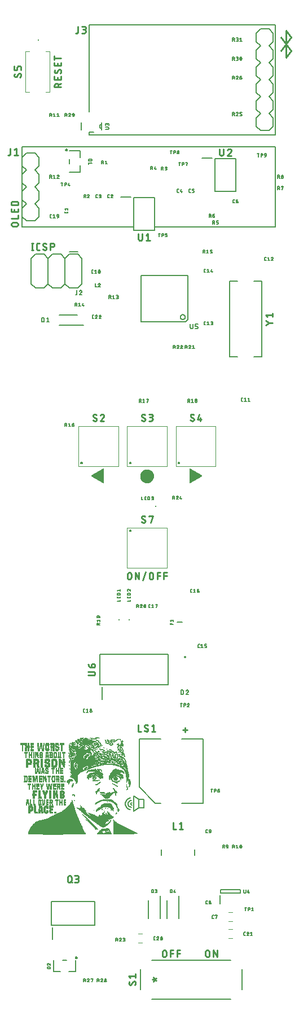
<source format=gbr>
G04 EAGLE Gerber RS-274X export*
G75*
%MOMM*%
%FSLAX34Y34*%
%LPD*%
%INSilkscreen Top*%
%IPPOS*%
%AMOC8*
5,1,8,0,0,1.08239X$1,22.5*%
G01*
%ADD10C,0.152400*%
%ADD11C,1.016000*%
%ADD12C,0.254000*%
%ADD13R,1.087119X0.010156*%
%ADD14R,1.849119X0.010156*%
%ADD15R,3.027681X0.010156*%
%ADD16R,8.696956X0.010156*%
%ADD17R,8.686800X0.010162*%
%ADD18R,8.676638X0.010156*%
%ADD19R,8.666481X0.010156*%
%ADD20R,0.365762X0.010156*%
%ADD21R,8.656319X0.010156*%
%ADD22R,2.225038X0.010156*%
%ADD23R,0.873756X0.010156*%
%ADD24R,8.636000X0.010156*%
%ADD25R,1.290319X0.010156*%
%ADD26R,8.636000X0.010162*%
%ADD27R,2.214875X0.010162*%
%ADD28R,1.676400X0.010162*%
%ADD29R,8.625838X0.010156*%
%ADD30R,2.194556X0.010156*%
%ADD31R,2.265675X0.010156*%
%ADD32R,2.164081X0.010156*%
%ADD33R,3.108956X0.010156*%
%ADD34R,2.153919X0.010156*%
%ADD35R,3.484875X0.010156*%
%ADD36R,0.010156X0.010156*%
%ADD37R,8.615675X0.010156*%
%ADD38R,2.143756X0.010156*%
%ADD39R,3.627119X0.010156*%
%ADD40R,8.615675X0.010162*%
%ADD41R,2.133600X0.010162*%
%ADD42R,3.627119X0.010162*%
%ADD43R,8.595356X0.010156*%
%ADD44R,2.103119X0.010156*%
%ADD45R,8.585200X0.010156*%
%ADD46R,3.606800X0.010156*%
%ADD47R,2.082800X0.010156*%
%ADD48R,3.596638X0.010156*%
%ADD49R,8.575038X0.010156*%
%ADD50R,3.576319X0.010156*%
%ADD51R,8.564881X0.010162*%
%ADD52R,2.062481X0.010162*%
%ADD53R,3.556000X0.010162*%
%ADD54R,8.554719X0.010156*%
%ADD55R,0.924556X0.010156*%
%ADD56R,1.066800X0.010156*%
%ADD57R,3.535675X0.010156*%
%ADD58R,0.883919X0.010156*%
%ADD59R,1.036319X0.010156*%
%ADD60R,3.525519X0.010156*%
%ADD61R,8.544556X0.010156*%
%ADD62R,0.853438X0.010156*%
%ADD63R,1.016000X0.010156*%
%ADD64R,3.515363X0.010156*%
%ADD65R,0.833119X0.010156*%
%ADD66R,0.985519X0.010156*%
%ADD67R,3.495038X0.010156*%
%ADD68R,8.524237X0.010162*%
%ADD69R,0.772156X0.010162*%
%ADD70R,0.426719X0.010162*%
%ADD71R,0.386081X0.010162*%
%ADD72R,3.444238X0.010162*%
%ADD73R,8.514081X0.010156*%
%ADD74R,0.762000X0.010156*%
%ADD75R,0.396238X0.010156*%
%ADD76R,0.375919X0.010156*%
%ADD77R,3.434081X0.010156*%
%ADD78R,8.503919X0.010156*%
%ADD79R,0.741681X0.010156*%
%ADD80R,0.355600X0.010156*%
%ADD81R,0.386081X0.010156*%
%ADD82R,3.423919X0.010156*%
%ADD83R,0.731519X0.010156*%
%ADD84R,0.314956X0.010156*%
%ADD85R,3.393438X0.010156*%
%ADD86R,0.711200X0.010156*%
%ADD87R,0.284475X0.010156*%
%ADD88R,3.383281X0.010156*%
%ADD89R,8.483600X0.010162*%
%ADD90R,0.701037X0.010162*%
%ADD91R,0.264156X0.010162*%
%ADD92R,0.396238X0.010162*%
%ADD93R,3.362963X0.010162*%
%ADD94R,8.483600X0.010156*%
%ADD95R,0.690881X0.010156*%
%ADD96R,0.243838X0.010156*%
%ADD97R,3.342638X0.010156*%
%ADD98R,0.670556X0.010156*%
%ADD99R,0.213363X0.010156*%
%ADD100R,0.406400X0.010156*%
%ADD101R,3.332481X0.010156*%
%ADD102R,8.463275X0.010156*%
%ADD103R,0.640075X0.010156*%
%ADD104R,0.182875X0.010156*%
%ADD105R,0.162556X0.010156*%
%ADD106R,3.291838X0.010156*%
%ADD107R,0.619756X0.010156*%
%ADD108R,0.193038X0.010156*%
%ADD109R,0.152400X0.010156*%
%ADD110R,0.203200X0.010156*%
%ADD111R,3.271519X0.010156*%
%ADD112R,8.453119X0.010162*%
%ADD113R,0.619756X0.010162*%
%ADD114R,0.182881X0.010162*%
%ADD115R,0.121919X0.010162*%
%ADD116R,0.203200X0.010162*%
%ADD117R,3.261363X0.010162*%
%ADD118R,8.453119X0.010156*%
%ADD119R,0.609600X0.010156*%
%ADD120R,0.111756X0.010156*%
%ADD121R,3.251200X0.010156*%
%ADD122R,8.442956X0.010156*%
%ADD123R,0.589281X0.010156*%
%ADD124R,0.182881X0.010156*%
%ADD125R,0.111763X0.010156*%
%ADD126R,3.230881X0.010156*%
%ADD127R,8.422638X0.010156*%
%ADD128R,0.558800X0.010156*%
%ADD129R,0.172719X0.010156*%
%ADD130R,0.101600X0.010156*%
%ADD131R,3.190238X0.010156*%
%ADD132R,0.487675X0.010156*%
%ADD133R,0.030481X0.010156*%
%ADD134R,3.169919X0.010156*%
%ADD135R,8.402319X0.010162*%
%ADD136R,0.467356X0.010162*%
%ADD137R,0.182875X0.010162*%
%ADD138R,0.091438X0.010162*%
%ADD139R,0.193038X0.010162*%
%ADD140R,3.159763X0.010162*%
%ADD141R,8.392156X0.010156*%
%ADD142R,0.436881X0.010156*%
%ADD143R,0.071119X0.010156*%
%ADD144R,3.119119X0.010156*%
%ADD145R,0.426719X0.010156*%
%ADD146R,0.060956X0.010156*%
%ADD147R,3.098800X0.010156*%
%ADD148R,0.050800X0.010156*%
%ADD149R,3.078481X0.010156*%
%ADD150R,8.382000X0.010156*%
%ADD151R,0.213356X0.010156*%
%ADD152R,3.068319X0.010156*%
%ADD153R,8.371837X0.010162*%
%ADD154R,0.436875X0.010162*%
%ADD155R,0.162556X0.010162*%
%ADD156R,0.020319X0.010162*%
%ADD157R,0.213356X0.010162*%
%ADD158R,3.058163X0.010162*%
%ADD159R,8.361681X0.010156*%
%ADD160R,0.162562X0.010156*%
%ADD161R,3.048000X0.010156*%
%ADD162R,8.341356X0.010156*%
%ADD163R,0.457200X0.010156*%
%ADD164R,3.017519X0.010156*%
%ADD165R,0.467363X0.010156*%
%ADD166R,0.223519X0.010156*%
%ADD167R,3.007363X0.010156*%
%ADD168R,0.477519X0.010156*%
%ADD169R,2.987038X0.010156*%
%ADD170R,8.331200X0.010162*%
%ADD171R,0.497838X0.010162*%
%ADD172R,0.223519X0.010162*%
%ADD173R,2.956562X0.010162*%
%ADD174R,8.321038X0.010156*%
%ADD175R,0.518156X0.010156*%
%ADD176R,2.936238X0.010156*%
%ADD177R,8.300719X0.010156*%
%ADD178R,2.895600X0.010156*%
%ADD179R,8.290556X0.010156*%
%ADD180R,2.885438X0.010156*%
%ADD181R,8.280400X0.010156*%
%ADD182R,0.599438X0.010156*%
%ADD183R,2.865119X0.010156*%
%ADD184R,8.280400X0.010162*%
%ADD185R,0.609600X0.010162*%
%ADD186R,0.243838X0.010162*%
%ADD187R,0.172719X0.010162*%
%ADD188R,2.844800X0.010162*%
%ADD189R,8.260081X0.010156*%
%ADD190R,0.650238X0.010156*%
%ADD191R,0.294637X0.010156*%
%ADD192R,2.824481X0.010156*%
%ADD193R,0.955038X0.010156*%
%ADD194R,2.814319X0.010156*%
%ADD195R,8.239756X0.010156*%
%ADD196R,0.934719X0.010156*%
%ADD197R,2.783838X0.010156*%
%ADD198R,8.229600X0.010156*%
%ADD199R,0.233681X0.010156*%
%ADD200R,2.773681X0.010156*%
%ADD201R,8.219437X0.010162*%
%ADD202R,1.168400X0.010162*%
%ADD203R,0.142238X0.010162*%
%ADD204R,2.753363X0.010162*%
%ADD205R,8.219437X0.010156*%
%ADD206R,1.168400X0.010156*%
%ADD207R,0.132075X0.010156*%
%ADD208R,2.733038X0.010156*%
%ADD209R,8.199119X0.010156*%
%ADD210R,1.158238X0.010156*%
%ADD211R,0.142238X0.010156*%
%ADD212R,2.722881X0.010156*%
%ADD213R,2.702562X0.010156*%
%ADD214R,8.188956X0.010156*%
%ADD215R,1.148081X0.010156*%
%ADD216R,2.682238X0.010156*%
%ADD217R,8.168638X0.010162*%
%ADD218R,1.117600X0.010162*%
%ADD219R,2.641600X0.010162*%
%ADD220R,8.158481X0.010156*%
%ADD221R,2.611119X0.010156*%
%ADD222R,2.600963X0.010156*%
%ADD223R,8.138156X0.010156*%
%ADD224R,1.046481X0.010156*%
%ADD225R,2.580637X0.010156*%
%ADD226R,2.560319X0.010156*%
%ADD227R,8.117838X0.010162*%
%ADD228R,1.026156X0.010162*%
%ADD229R,2.550156X0.010162*%
%ADD230R,8.117838X0.010156*%
%ADD231R,0.020319X0.010156*%
%ADD232R,1.026156X0.010156*%
%ADD233R,2.550156X0.010156*%
%ADD234R,8.107675X0.010156*%
%ADD235R,0.040638X0.010156*%
%ADD236R,2.519681X0.010156*%
%ADD237R,8.097519X0.010156*%
%ADD238R,1.259838X0.010156*%
%ADD239R,2.499356X0.010156*%
%ADD240R,1.239519X0.010156*%
%ADD241R,2.479038X0.010156*%
%ADD242R,8.077200X0.010162*%
%ADD243R,0.030475X0.010162*%
%ADD244R,0.071119X0.010162*%
%ADD245R,1.209037X0.010162*%
%ADD246R,2.458719X0.010162*%
%ADD247R,8.056881X0.010156*%
%ADD248R,0.030475X0.010156*%
%ADD249R,1.198875X0.010156*%
%ADD250R,2.438400X0.010156*%
%ADD251R,0.060963X0.010156*%
%ADD252R,1.178556X0.010156*%
%ADD253R,2.418081X0.010156*%
%ADD254R,8.036556X0.010156*%
%ADD255R,0.081275X0.010156*%
%ADD256R,1.127756X0.010156*%
%ADD257R,2.387600X0.010156*%
%ADD258R,1.107438X0.010156*%
%ADD259R,2.377438X0.010156*%
%ADD260R,8.036556X0.010162*%
%ADD261R,0.060956X0.010162*%
%ADD262R,0.081281X0.010162*%
%ADD263R,1.087119X0.010162*%
%ADD264R,2.357119X0.010162*%
%ADD265R,8.026400X0.010156*%
%ADD266R,0.081281X0.010156*%
%ADD267R,1.046475X0.010156*%
%ADD268R,2.336800X0.010156*%
%ADD269R,8.016238X0.010156*%
%ADD270R,0.843275X0.010156*%
%ADD271R,2.316481X0.010156*%
%ADD272R,7.995919X0.010156*%
%ADD273R,2.286000X0.010156*%
%ADD274R,2.275838X0.010156*%
%ADD275R,7.985756X0.010162*%
%ADD276R,0.081275X0.010162*%
%ADD277R,0.528319X0.010162*%
%ADD278R,2.255519X0.010162*%
%ADD279R,7.975600X0.010156*%
%ADD280R,0.091438X0.010156*%
%ADD281R,0.497838X0.010156*%
%ADD282R,2.235200X0.010156*%
%ADD283R,7.965438X0.010156*%
%ADD284R,0.447038X0.010156*%
%ADD285R,2.214881X0.010156*%
%ADD286R,7.955281X0.010156*%
%ADD287R,0.416556X0.010156*%
%ADD288R,7.945119X0.010156*%
%ADD289R,2.184400X0.010156*%
%ADD290R,7.934956X0.010162*%
%ADD291R,0.101600X0.010162*%
%ADD292R,0.111756X0.010162*%
%ADD293R,0.325119X0.010162*%
%ADD294R,2.164081X0.010162*%
%ADD295R,7.904481X0.010156*%
%ADD296R,2.113281X0.010156*%
%ADD297R,7.894319X0.010156*%
%ADD298R,7.874000X0.010156*%
%ADD299R,0.121919X0.010156*%
%ADD300R,2.092956X0.010156*%
%ADD301R,2.072637X0.010156*%
%ADD302R,7.863838X0.010162*%
%ADD303R,0.132075X0.010162*%
%ADD304R,2.052319X0.010162*%
%ADD305R,7.863838X0.010156*%
%ADD306R,0.132081X0.010156*%
%ADD307R,2.032000X0.010156*%
%ADD308R,7.843519X0.010156*%
%ADD309R,2.011681X0.010156*%
%ADD310R,7.833356X0.010156*%
%ADD311R,0.304800X0.010156*%
%ADD312R,2.001519X0.010156*%
%ADD313R,1.981200X0.010156*%
%ADD314R,7.813038X0.010162*%
%ADD315R,0.304800X0.010162*%
%ADD316R,1.940556X0.010162*%
%ADD317R,7.792719X0.010156*%
%ADD318R,1.930400X0.010156*%
%ADD319R,7.782563X0.010156*%
%ADD320R,1.920238X0.010156*%
%ADD321R,1.899919X0.010156*%
%ADD322R,7.772400X0.010156*%
%ADD323R,1.889756X0.010156*%
%ADD324R,7.752075X0.010162*%
%ADD325R,1.849119X0.010162*%
%ADD326R,7.731756X0.010156*%
%ADD327R,0.325119X0.010156*%
%ADD328R,1.838956X0.010156*%
%ADD329R,7.721600X0.010156*%
%ADD330R,1.818638X0.010156*%
%ADD331R,7.711438X0.010156*%
%ADD332R,1.778000X0.010156*%
%ADD333R,7.691119X0.010156*%
%ADD334R,1.757681X0.010156*%
%ADD335R,7.691119X0.010162*%
%ADD336R,0.314956X0.010162*%
%ADD337R,0.233675X0.010162*%
%ADD338R,1.747519X0.010162*%
%ADD339R,7.680956X0.010156*%
%ADD340R,0.314963X0.010156*%
%ADD341R,1.737356X0.010156*%
%ADD342R,7.660637X0.010156*%
%ADD343R,1.717037X0.010156*%
%ADD344R,1.706881X0.010156*%
%ADD345R,7.650475X0.010156*%
%ADD346R,0.436875X0.010156*%
%ADD347R,1.686556X0.010156*%
%ADD348R,7.640319X0.010162*%
%ADD349R,0.335281X0.010162*%
%ADD350R,0.487681X0.010162*%
%ADD351R,1.666238X0.010162*%
%ADD352R,7.630156X0.010156*%
%ADD353R,0.335281X0.010156*%
%ADD354R,0.528319X0.010156*%
%ADD355R,1.656081X0.010156*%
%ADD356R,7.599681X0.010156*%
%ADD357R,0.579119X0.010156*%
%ADD358R,1.615438X0.010156*%
%ADD359R,7.579356X0.010156*%
%ADD360R,0.335275X0.010156*%
%ADD361R,1.574800X0.010156*%
%ADD362R,7.569200X0.010156*%
%ADD363R,0.660400X0.010156*%
%ADD364R,1.564638X0.010156*%
%ADD365R,7.559038X0.010162*%
%ADD366R,0.690881X0.010162*%
%ADD367R,1.544319X0.010162*%
%ADD368R,7.559038X0.010156*%
%ADD369R,0.345438X0.010156*%
%ADD370R,0.701037X0.010156*%
%ADD371R,1.524000X0.010156*%
%ADD372R,7.548881X0.010156*%
%ADD373R,0.721356X0.010156*%
%ADD374R,1.503681X0.010156*%
%ADD375R,7.538719X0.010156*%
%ADD376R,1.493519X0.010156*%
%ADD377R,7.528563X0.010156*%
%ADD378R,1.483356X0.010156*%
%ADD379R,7.508238X0.010162*%
%ADD380R,0.355600X0.010162*%
%ADD381R,0.508000X0.010162*%
%ADD382R,1.442719X0.010162*%
%ADD383R,7.498075X0.010156*%
%ADD384R,0.254000X0.010156*%
%ADD385R,1.432556X0.010156*%
%ADD386R,7.487919X0.010156*%
%ADD387R,0.274319X0.010156*%
%ADD388R,0.538481X0.010156*%
%ADD389R,1.412238X0.010156*%
%ADD390R,7.467600X0.010156*%
%ADD391R,1.391919X0.010156*%
%ADD392R,1.381756X0.010156*%
%ADD393R,7.447281X0.010162*%
%ADD394R,0.345438X0.010162*%
%ADD395R,0.314963X0.010162*%
%ADD396R,0.548638X0.010162*%
%ADD397R,1.361438X0.010162*%
%ADD398R,7.416800X0.010156*%
%ADD399R,1.320800X0.010156*%
%ADD400R,1.300481X0.010156*%
%ADD401R,7.396481X0.010156*%
%ADD402R,1.270000X0.010156*%
%ADD403R,7.386319X0.010156*%
%ADD404R,7.366000X0.010162*%
%ADD405R,0.447038X0.010162*%
%ADD406R,0.589281X0.010162*%
%ADD407R,1.239519X0.010162*%
%ADD408R,7.355838X0.010156*%
%ADD409R,1.219200X0.010156*%
%ADD410R,7.345675X0.010156*%
%ADD411R,1.229356X0.010156*%
%ADD412R,7.335519X0.010156*%
%ADD413R,0.508000X0.010156*%
%ADD414R,1.209037X0.010156*%
%ADD415R,7.315200X0.010156*%
%ADD416R,0.629919X0.010156*%
%ADD417R,1.188719X0.010156*%
%ADD418R,7.305038X0.010162*%
%ADD419R,0.538475X0.010162*%
%ADD420R,0.640081X0.010162*%
%ADD421R,7.305038X0.010156*%
%ADD422R,7.284719X0.010156*%
%ADD423R,0.589275X0.010156*%
%ADD424R,1.117600X0.010156*%
%ADD425R,7.274556X0.010156*%
%ADD426R,0.965200X0.010156*%
%ADD427R,1.097281X0.010156*%
%ADD428R,7.254238X0.010156*%
%ADD429R,1.056638X0.010156*%
%ADD430R,7.244081X0.010162*%
%ADD431R,0.365756X0.010162*%
%ADD432R,0.995675X0.010162*%
%ADD433R,1.056638X0.010162*%
%ADD434R,7.223756X0.010156*%
%ADD435R,0.365756X0.010156*%
%ADD436R,1.005837X0.010156*%
%ADD437R,7.213600X0.010156*%
%ADD438R,7.193275X0.010156*%
%ADD439R,0.284481X0.010156*%
%ADD440R,0.995681X0.010156*%
%ADD441R,7.183119X0.010156*%
%ADD442R,7.152637X0.010162*%
%ADD443R,0.751838X0.010162*%
%ADD444R,0.274319X0.010162*%
%ADD445R,0.955038X0.010162*%
%ADD446R,7.142481X0.010156*%
%ADD447R,0.264163X0.010156*%
%ADD448R,0.264156X0.010156*%
%ADD449R,0.782319X0.010156*%
%ADD450R,0.914400X0.010156*%
%ADD451R,7.122162X0.010156*%
%ADD452R,0.792475X0.010156*%
%ADD453R,0.894081X0.010156*%
%ADD454R,7.112000X0.010156*%
%ADD455R,0.812800X0.010156*%
%ADD456R,7.101838X0.010162*%
%ADD457R,0.833119X0.010162*%
%ADD458R,0.863600X0.010162*%
%ADD459R,7.081519X0.010156*%
%ADD460R,0.843281X0.010156*%
%ADD461R,7.051038X0.010156*%
%ADD462R,0.822956X0.010156*%
%ADD463R,7.030719X0.010156*%
%ADD464R,7.020556X0.010156*%
%ADD465R,0.772156X0.010156*%
%ADD466R,7.020556X0.010162*%
%ADD467R,0.213363X0.010162*%
%ADD468R,7.000238X0.010156*%
%ADD469R,6.990081X0.010156*%
%ADD470R,6.969756X0.010156*%
%ADD471R,1.310638X0.010156*%
%ADD472R,6.949438X0.010162*%
%ADD473R,1.310638X0.010162*%
%ADD474R,0.670556X0.010162*%
%ADD475R,6.929119X0.010156*%
%ADD476R,6.898638X0.010156*%
%ADD477R,1.351275X0.010156*%
%ADD478R,1.371600X0.010156*%
%ADD479R,6.878319X0.010156*%
%ADD480R,6.868156X0.010162*%
%ADD481R,1.412238X0.010162*%
%ADD482R,6.837681X0.010156*%
%ADD483R,0.548638X0.010156*%
%ADD484R,6.827519X0.010156*%
%ADD485R,1.452881X0.010156*%
%ADD486R,6.807200X0.010156*%
%ADD487R,1.463037X0.010156*%
%ADD488R,6.786881X0.010156*%
%ADD489R,1.473200X0.010156*%
%ADD490R,6.776719X0.010162*%
%ADD491R,1.503681X0.010162*%
%ADD492R,0.162562X0.010162*%
%ADD493R,0.477519X0.010162*%
%ADD494R,6.756400X0.010156*%
%ADD495R,0.467356X0.010156*%
%ADD496R,6.736081X0.010156*%
%ADD497R,1.534156X0.010156*%
%ADD498R,6.725919X0.010156*%
%ADD499R,1.554475X0.010156*%
%ADD500R,6.715763X0.010156*%
%ADD501R,6.685275X0.010162*%
%ADD502R,1.595119X0.010162*%
%ADD503R,0.152400X0.010162*%
%ADD504R,6.675119X0.010156*%
%ADD505R,1.595119X0.010156*%
%ADD506R,1.625600X0.010156*%
%ADD507R,6.654800X0.010156*%
%ADD508R,1.645919X0.010156*%
%ADD509R,6.604000X0.010156*%
%ADD510R,1.696719X0.010156*%
%ADD511R,6.583681X0.010162*%
%ADD512R,1.717037X0.010162*%
%ADD513R,0.132081X0.010162*%
%ADD514R,6.573519X0.010156*%
%ADD515R,6.553200X0.010156*%
%ADD516R,6.532881X0.010156*%
%ADD517R,6.522719X0.010156*%
%ADD518R,1.798319X0.010156*%
%ADD519R,6.492237X0.010162*%
%ADD520R,1.818638X0.010162*%
%ADD521R,0.111763X0.010162*%
%ADD522R,0.294637X0.010162*%
%ADD523R,6.482075X0.010156*%
%ADD524R,6.431275X0.010156*%
%ADD525R,6.421119X0.010156*%
%ADD526R,1.940556X0.010156*%
%ADD527R,6.390638X0.010156*%
%ADD528R,1.950719X0.010156*%
%ADD529R,6.380481X0.010162*%
%ADD530R,1.991356X0.010162*%
%ADD531R,6.339838X0.010156*%
%ADD532R,2.021838X0.010156*%
%ADD533R,6.289038X0.010156*%
%ADD534R,6.268719X0.010156*%
%ADD535R,2.306319X0.010156*%
%ADD536R,6.238238X0.010156*%
%ADD537R,2.316475X0.010156*%
%ADD538R,6.167119X0.010162*%
%ADD539R,2.336800X0.010162*%
%ADD540R,6.126475X0.010156*%
%ADD541R,6.106156X0.010156*%
%ADD542R,6.055356X0.010156*%
%ADD543R,2.346956X0.010156*%
%ADD544R,6.024875X0.010156*%
%ADD545R,2.357119X0.010156*%
%ADD546R,5.994400X0.010162*%
%ADD547R,0.060963X0.010162*%
%ADD548R,5.943600X0.010156*%
%ADD549R,5.913119X0.010156*%
%ADD550R,5.872481X0.010156*%
%ADD551R,5.791200X0.010156*%
%ADD552R,5.709919X0.010162*%
%ADD553R,0.040638X0.010162*%
%ADD554R,5.659119X0.010156*%
%ADD555R,5.628637X0.010156*%
%ADD556R,5.567675X0.010156*%
%ADD557R,5.527038X0.010156*%
%ADD558R,2.255519X0.010156*%
%ADD559R,5.476237X0.010162*%
%ADD560R,2.245356X0.010162*%
%ADD561R,5.435600X0.010156*%
%ADD562R,5.364481X0.010156*%
%ADD563R,5.323838X0.010156*%
%ADD564R,2.448562X0.010156*%
%ADD565R,5.262881X0.010156*%
%ADD566R,2.489200X0.010156*%
%ADD567R,5.222238X0.010162*%
%ADD568R,0.030481X0.010162*%
%ADD569R,2.540000X0.010162*%
%ADD570R,5.171438X0.010156*%
%ADD571R,5.130800X0.010156*%
%ADD572R,2.621275X0.010156*%
%ADD573R,5.039363X0.010156*%
%ADD574R,2.702556X0.010156*%
%ADD575R,4.998719X0.010156*%
%ADD576R,2.753356X0.010156*%
%ADD577R,4.927600X0.010162*%
%ADD578R,2.834637X0.010162*%
%ADD579R,4.897119X0.010156*%
%ADD580R,4.886956X0.010156*%
%ADD581R,4.856475X0.010156*%
%ADD582R,2.926075X0.010156*%
%ADD583R,4.836156X0.010156*%
%ADD584R,2.946400X0.010156*%
%ADD585R,4.815838X0.010162*%
%ADD586R,2.987038X0.010162*%
%ADD587R,4.785356X0.010156*%
%ADD588R,4.765038X0.010156*%
%ADD589R,4.734556X0.010156*%
%ADD590R,4.693919X0.010156*%
%ADD591R,3.139438X0.010156*%
%ADD592R,4.663438X0.010162*%
%ADD593R,3.169919X0.010162*%
%ADD594R,4.643119X0.010156*%
%ADD595R,3.210556X0.010156*%
%ADD596R,4.612637X0.010156*%
%ADD597R,4.592319X0.010156*%
%ADD598R,3.281681X0.010156*%
%ADD599R,4.572000X0.010156*%
%ADD600R,0.904238X0.010156*%
%ADD601R,2.367275X0.010156*%
%ADD602R,4.541519X0.010162*%
%ADD603R,0.883919X0.010162*%
%ADD604R,2.377438X0.010162*%
%ADD605R,4.521200X0.010156*%
%ADD606R,0.863600X0.010156*%
%ADD607R,2.397756X0.010156*%
%ADD608R,4.480556X0.010156*%
%ADD609R,2.428238X0.010156*%
%ADD610R,4.460237X0.010156*%
%ADD611R,2.458719X0.010156*%
%ADD612R,4.439919X0.010156*%
%ADD613R,4.409438X0.010162*%
%ADD614R,0.853438X0.010162*%
%ADD615R,2.519681X0.010162*%
%ADD616R,4.399281X0.010156*%
%ADD617R,4.378963X0.010156*%
%ADD618R,4.358638X0.010156*%
%ADD619R,4.338319X0.010156*%
%ADD620R,4.287519X0.010162*%
%ADD621R,3.647438X0.010162*%
%ADD622R,4.257038X0.010156*%
%ADD623R,2.113275X0.010156*%
%ADD624R,4.236719X0.010156*%
%ADD625R,4.206238X0.010156*%
%ADD626R,2.123438X0.010156*%
%ADD627R,4.196081X0.010156*%
%ADD628R,2.133600X0.010156*%
%ADD629R,4.185919X0.010162*%
%ADD630R,1.483356X0.010162*%
%ADD631R,4.155438X0.010156*%
%ADD632R,1.503675X0.010156*%
%ADD633R,4.135119X0.010156*%
%ADD634R,4.124963X0.010156*%
%ADD635R,1.544319X0.010156*%
%ADD636R,4.094481X0.010156*%
%ADD637R,0.751838X0.010156*%
%ADD638R,4.074156X0.010162*%
%ADD639R,0.721356X0.010162*%
%ADD640R,0.680719X0.010162*%
%ADD641R,2.296156X0.010162*%
%ADD642R,4.064000X0.010156*%
%ADD643R,2.296156X0.010156*%
%ADD644R,4.023356X0.010156*%
%ADD645R,0.680719X0.010156*%
%ADD646R,3.982719X0.010156*%
%ADD647R,3.972556X0.010156*%
%ADD648R,3.952238X0.010162*%
%ADD649R,0.599438X0.010162*%
%ADD650R,2.245363X0.010162*%
%ADD651R,3.921756X0.010156*%
%ADD652R,3.891281X0.010156*%
%ADD653R,0.568956X0.010156*%
%ADD654R,2.174238X0.010156*%
%ADD655R,3.860800X0.010156*%
%ADD656R,3.850638X0.010156*%
%ADD657R,0.944881X0.010156*%
%ADD658R,3.820156X0.010162*%
%ADD659R,0.538481X0.010162*%
%ADD660R,0.711200X0.010162*%
%ADD661R,0.741675X0.010162*%
%ADD662R,1.066800X0.010162*%
%ADD663R,3.810000X0.010156*%
%ADD664R,3.789675X0.010156*%
%ADD665R,0.538475X0.010156*%
%ADD666R,3.759200X0.010156*%
%ADD667R,0.721363X0.010156*%
%ADD668R,0.975356X0.010156*%
%ADD669R,3.738875X0.010162*%
%ADD670R,0.518156X0.010162*%
%ADD671R,0.416556X0.010162*%
%ADD672R,0.934719X0.010162*%
%ADD673R,3.667756X0.010156*%
%ADD674R,1.148075X0.010156*%
%ADD675R,3.657600X0.010156*%
%ADD676R,0.487681X0.010156*%
%ADD677R,1.137919X0.010156*%
%ADD678R,3.616956X0.010156*%
%ADD679R,3.596638X0.010162*%
%ADD680R,0.487675X0.010162*%
%ADD681R,0.335275X0.010162*%
%ADD682R,1.107438X0.010162*%
%ADD683R,3.556000X0.010156*%
%ADD684R,3.484875X0.010162*%
%ADD685R,0.050800X0.010162*%
%ADD686R,0.650238X0.010162*%
%ADD687R,3.464556X0.010156*%
%ADD688R,0.640081X0.010156*%
%ADD689R,3.454400X0.010156*%
%ADD690R,0.619762X0.010156*%
%ADD691R,0.690875X0.010156*%
%ADD692R,3.434075X0.010156*%
%ADD693R,3.413756X0.010156*%
%ADD694R,3.362956X0.010162*%
%ADD695R,0.457200X0.010162*%
%ADD696R,3.302000X0.010156*%
%ADD697R,0.233675X0.010156*%
%ADD698R,3.261363X0.010156*%
%ADD699R,3.241038X0.010162*%
%ADD700R,3.200400X0.010156*%
%ADD701R,3.180075X0.010156*%
%ADD702R,3.149600X0.010156*%
%ADD703R,3.129275X0.010162*%
%ADD704R,0.010156X0.010162*%
%ADD705R,0.467363X0.010162*%
%ADD706R,3.088638X0.010156*%
%ADD707R,0.386075X0.010156*%
%ADD708R,0.284475X0.010162*%
%ADD709R,2.966719X0.010156*%
%ADD710R,2.915919X0.010156*%
%ADD711R,2.854956X0.010162*%
%ADD712R,0.284481X0.010162*%
%ADD713R,2.834637X0.010156*%
%ADD714R,2.804156X0.010156*%
%ADD715R,2.794000X0.010156*%
%ADD716R,2.773675X0.010156*%
%ADD717R,2.743200X0.010162*%
%ADD718R,2.712719X0.010156*%
%ADD719R,2.651756X0.010156*%
%ADD720R,2.621281X0.010156*%
%ADD721R,0.518162X0.010156*%
%ADD722R,0.568963X0.010156*%
%ADD723R,2.590800X0.010156*%
%ADD724R,2.570481X0.010162*%
%ADD725R,2.529838X0.010156*%
%ADD726R,2.509519X0.010156*%
%ADD727R,2.468875X0.010156*%
%ADD728R,0.629919X0.010162*%
%ADD729R,2.438400X0.010162*%
%ADD730R,0.254000X0.010162*%
%ADD731R,0.670563X0.010162*%
%ADD732R,0.579119X0.010162*%
%ADD733R,0.670563X0.010156*%
%ADD734R,2.204719X0.010156*%
%ADD735R,0.264163X0.010162*%
%ADD736R,2.174238X0.010162*%
%ADD737R,0.010162X0.010156*%
%ADD738R,0.660400X0.010162*%
%ADD739R,2.072637X0.010162*%
%ADD740R,2.052319X0.010156*%
%ADD741R,1.991356X0.010156*%
%ADD742R,1.960881X0.010156*%
%ADD743R,0.436881X0.010162*%
%ADD744R,0.640075X0.010162*%
%ADD745R,1.960881X0.010162*%
%ADD746R,1.910081X0.010156*%
%ADD747R,1.899919X0.010162*%
%ADD748R,1.859275X0.010156*%
%ADD749R,1.828800X0.010156*%
%ADD750R,1.808475X0.010162*%
%ADD751R,1.767838X0.010156*%
%ADD752R,1.727200X0.010156*%
%ADD753R,1.686563X0.010156*%
%ADD754R,1.676400X0.010156*%
%ADD755R,1.635756X0.010162*%
%ADD756R,0.375919X0.010162*%
%ADD757R,1.584956X0.010156*%
%ADD758R,1.554481X0.010156*%
%ADD759R,1.534156X0.010162*%
%ADD760R,0.406400X0.010162*%
%ADD761R,1.513838X0.010156*%
%ADD762R,0.416563X0.010156*%
%ADD763R,1.473200X0.010162*%
%ADD764R,0.386075X0.010162*%
%ADD765R,1.432562X0.010156*%
%ADD766R,1.391919X0.010162*%
%ADD767R,1.361438X0.010156*%
%ADD768R,1.330956X0.010156*%
%ADD769R,0.944875X0.010156*%
%ADD770R,0.944875X0.010162*%
%ADD771R,1.280156X0.010156*%
%ADD772R,1.259838X0.010162*%
%ADD773R,0.568956X0.010162*%
%ADD774R,1.229363X0.010156*%
%ADD775R,1.198881X0.010156*%
%ADD776R,1.097275X0.010156*%
%ADD777R,1.076956X0.010156*%
%ADD778R,1.910081X0.010162*%
%ADD779R,1.889763X0.010156*%
%ADD780R,1.869438X0.010156*%
%ADD781R,0.975363X0.010162*%
%ADD782R,1.838956X0.010162*%
%ADD783R,1.808481X0.010156*%
%ADD784R,1.788156X0.010156*%
%ADD785R,0.568963X0.010162*%
%ADD786R,0.924556X0.010162*%
%ADD787R,0.233681X0.010162*%
%ADD788R,1.778000X0.010162*%
%ADD789R,0.894075X0.010156*%
%ADD790R,0.843281X0.010162*%
%ADD791R,0.792481X0.010162*%
%ADD792R,0.772163X0.010156*%
%ADD793R,1.635756X0.010156*%
%ADD794R,0.741675X0.010156*%
%ADD795R,1.605281X0.010162*%
%ADD796R,1.422400X0.010156*%
%ADD797R,1.422400X0.010162*%
%ADD798R,1.402075X0.010156*%
%ADD799R,1.341119X0.010156*%
%ADD800R,1.320800X0.010162*%
%ADD801R,1.188719X0.010162*%
%ADD802R,0.518162X0.010162*%
%ADD803R,0.792481X0.010156*%
%ADD804R,0.975356X0.010162*%
%ADD805R,1.971037X0.010156*%
%ADD806R,1.869438X0.010162*%
%ADD807R,1.747519X0.010156*%
%ADD808R,1.605275X0.010162*%
%ADD809R,1.442719X0.010156*%
%ADD810R,0.589275X0.010162*%
%ADD811R,0.619762X0.010162*%
%ADD812R,0.731519X0.010162*%
%ADD813R,1.016000X0.010162*%
%ADD814R,1.097281X0.010162*%
%ADD815R,1.198881X0.010162*%
%ADD816R,1.351281X0.010156*%
%ADD817R,0.792475X0.010162*%
%ADD818R,0.965200X0.010162*%
%ADD819R,0.416563X0.010162*%
%ADD820R,0.558800X0.010162*%
%ADD821R,0.365762X0.010162*%
%ADD822R,1.005837X0.010162*%
%ADD823R,0.873762X0.010156*%
%ADD824R,0.822956X0.010162*%
%ADD825R,0.812800X0.010162*%
%ADD826R,0.690875X0.010162*%
%ADD827R,1.158238X0.010162*%
%ADD828R,1.127756X0.010162*%
%ADD829R,0.802638X0.010156*%
%ADD830R,1.452875X0.010156*%
%ADD831R,0.873756X0.010162*%
%ADD832R,0.995675X0.010156*%
%ADD833R,1.046481X0.010162*%
%ADD834R,0.904238X0.010162*%
%ADD835R,0.802638X0.010162*%
%ADD836R,1.097275X0.010162*%
%ADD837R,1.727200X0.010162*%
%ADD838R,1.666238X0.010156*%
%ADD839R,1.656075X0.010156*%
%ADD840R,2.103119X0.010162*%
%ADD841R,1.615438X0.010162*%
%ADD842R,1.605275X0.010156*%
%ADD843R,1.137919X0.010162*%
%ADD844R,1.645919X0.010162*%
%ADD845R,1.178562X0.010156*%
%ADD846R,1.584963X0.010156*%
%ADD847R,0.822963X0.010156*%
%ADD848R,1.229356X0.010162*%
%ADD849R,0.782319X0.010162*%
%ADD850R,1.534163X0.010156*%
%ADD851R,1.290319X0.010162*%
%ADD852R,1.178556X0.010162*%
%ADD853R,1.432556X0.010162*%
%ADD854R,1.635763X0.010156*%
%ADD855R,1.625600X0.010162*%
%ADD856R,1.788156X0.010162*%
%ADD857R,1.584956X0.010162*%
%ADD858R,1.402081X0.010156*%
%ADD859R,1.910075X0.010156*%
%ADD860R,1.960875X0.010162*%
%ADD861R,1.798319X0.010162*%
%ADD862R,1.503675X0.010162*%
%ADD863R,1.788163X0.010156*%
%ADD864R,1.330956X0.010162*%
%ADD865R,1.300475X0.010156*%
%ADD866R,1.249675X0.010156*%
%ADD867R,0.762000X0.010162*%
%ADD868R,0.975363X0.010156*%
%ADD869R,0.944881X0.010162*%
%ADD870R,0.924563X0.010156*%
%ADD871R,0.914400X0.010162*%
%ADD872R,0.894081X0.010162*%
%ADD873R,0.894075X0.010162*%
%ADD874R,1.148081X0.010162*%
%ADD875R,1.249681X0.010156*%
%ADD876R,1.270000X0.010162*%
%ADD877R,1.341119X0.010162*%
%ADD878R,0.741681X0.010162*%
%ADD879R,2.326637X0.010156*%
%ADD880R,2.326637X0.010162*%
%ADD881R,2.346963X0.010156*%
%ADD882R,2.489200X0.010162*%
%ADD883R,2.418075X0.010156*%
%ADD884R,0.772163X0.010162*%
%ADD885R,1.859281X0.010156*%
%ADD886R,2.062481X0.010156*%
%ADD887R,3.007356X0.010156*%
%ADD888R,3.037838X0.010156*%
%ADD889R,3.037838X0.010162*%
%ADD890R,3.058156X0.010156*%
%ADD891R,1.686556X0.010162*%
%ADD892R,2.479038X0.010162*%
%ADD893R,2.468881X0.010156*%
%ADD894R,2.844800X0.010156*%
%ADD895R,2.814319X0.010162*%
%ADD896R,1.737356X0.010162*%
%ADD897R,2.092963X0.010156*%
%ADD898R,2.042156X0.010156*%
%ADD899R,2.042156X0.010162*%
%ADD900R,2.641600X0.010156*%
%ADD901R,3.210556X0.010162*%
%ADD902R,3.220719X0.010156*%
%ADD903R,3.241038X0.010156*%
%ADD904R,3.302000X0.010162*%
%ADD905R,3.352800X0.010162*%
%ADD906R,0.010162X0.010162*%
%ADD907R,0.843275X0.010162*%
%ADD908R,4.124956X0.010156*%
%ADD909R,3.586481X0.010156*%
%ADD910R,3.525519X0.010162*%
%ADD911R,3.484881X0.010156*%
%ADD912R,3.291838X0.010162*%
%ADD913R,1.879600X0.010156*%
%ADD914R,1.859281X0.010162*%
%ADD915R,1.808475X0.010156*%
%ADD916R,1.076956X0.010162*%
%ADD917R,1.402081X0.010162*%
%ADD918R,0.985519X0.010162*%
%ADD919R,1.300481X0.010162*%
%ADD920R,1.036319X0.010162*%
%ADD921R,1.463037X0.010162*%
%ADD922R,1.219200X0.010162*%
%ADD923R,2.225038X0.010162*%
%ADD924R,2.214875X0.010156*%
%ADD925R,0.822963X0.010162*%
%ADD926R,1.026163X0.010156*%
%ADD927R,1.076963X0.010156*%
%ADD928R,1.696719X0.010162*%
%ADD929R,1.483363X0.010156*%
%ADD930R,1.910075X0.010162*%
%ADD931R,1.981200X0.010162*%
%ADD932R,2.011675X0.010156*%
%ADD933R,2.042162X0.010156*%
%ADD934R,1.971037X0.010162*%
%ADD935R,1.889763X0.010162*%
%ADD936C,0.200000*%
%ADD937C,0.127000*%
%ADD938C,0.203200*%
%ADD939C,0.177800*%
%ADD940C,0.100000*%
%ADD941C,0.101600*%

G36*
X132149Y791726D02*
X132149Y791726D01*
X132179Y791725D01*
X132268Y791752D01*
X132360Y791772D01*
X132386Y791787D01*
X132414Y791796D01*
X132491Y791850D01*
X132571Y791898D01*
X132590Y791921D01*
X132615Y791938D01*
X132670Y792014D01*
X132731Y792085D01*
X132742Y792113D01*
X132760Y792137D01*
X132788Y792226D01*
X132823Y792313D01*
X132827Y792351D01*
X132834Y792372D01*
X132833Y792404D01*
X132841Y792480D01*
X132841Y812800D01*
X132826Y812892D01*
X132818Y812986D01*
X132806Y813013D01*
X132802Y813043D01*
X132758Y813125D01*
X132720Y813211D01*
X132700Y813234D01*
X132686Y813260D01*
X132619Y813325D01*
X132556Y813394D01*
X132530Y813409D01*
X132508Y813430D01*
X132423Y813469D01*
X132342Y813515D01*
X132312Y813521D01*
X132285Y813533D01*
X132192Y813543D01*
X132100Y813561D01*
X132070Y813557D01*
X132041Y813560D01*
X131949Y813540D01*
X131856Y813528D01*
X131822Y813513D01*
X131800Y813508D01*
X131772Y813491D01*
X131702Y813461D01*
X113922Y803301D01*
X113846Y803239D01*
X113765Y803182D01*
X113751Y803162D01*
X113731Y803146D01*
X113679Y803063D01*
X113620Y802983D01*
X113613Y802959D01*
X113600Y802938D01*
X113576Y802843D01*
X113547Y802748D01*
X113547Y802724D01*
X113541Y802699D01*
X113549Y802601D01*
X113551Y802502D01*
X113560Y802479D01*
X113562Y802454D01*
X113601Y802364D01*
X113634Y802271D01*
X113650Y802251D01*
X113660Y802229D01*
X113725Y802156D01*
X113787Y802078D01*
X113812Y802060D01*
X113824Y802046D01*
X113853Y802030D01*
X113922Y801979D01*
X131702Y791819D01*
X131790Y791786D01*
X131875Y791747D01*
X131905Y791744D01*
X131933Y791733D01*
X132026Y791730D01*
X132119Y791720D01*
X132149Y791726D01*
G37*
G36*
X261630Y791723D02*
X261630Y791723D01*
X261659Y791720D01*
X261751Y791740D01*
X261844Y791752D01*
X261878Y791767D01*
X261900Y791772D01*
X261928Y791789D01*
X261998Y791819D01*
X279778Y801979D01*
X279854Y802041D01*
X279935Y802098D01*
X279949Y802118D01*
X279969Y802134D01*
X280022Y802217D01*
X280080Y802297D01*
X280087Y802321D01*
X280100Y802342D01*
X280124Y802437D01*
X280154Y802532D01*
X280153Y802557D01*
X280159Y802581D01*
X280151Y802679D01*
X280149Y802778D01*
X280140Y802801D01*
X280138Y802826D01*
X280099Y802916D01*
X280066Y803009D01*
X280050Y803029D01*
X280040Y803051D01*
X279975Y803125D01*
X279913Y803202D01*
X279888Y803220D01*
X279876Y803234D01*
X279847Y803250D01*
X279778Y803301D01*
X261998Y813461D01*
X261910Y813494D01*
X261825Y813533D01*
X261795Y813536D01*
X261767Y813547D01*
X261674Y813550D01*
X261581Y813560D01*
X261551Y813554D01*
X261521Y813555D01*
X261432Y813528D01*
X261340Y813508D01*
X261315Y813493D01*
X261286Y813484D01*
X261209Y813430D01*
X261129Y813382D01*
X261110Y813359D01*
X261085Y813342D01*
X261030Y813266D01*
X260969Y813195D01*
X260958Y813167D01*
X260940Y813143D01*
X260912Y813054D01*
X260877Y812967D01*
X260873Y812929D01*
X260867Y812908D01*
X260867Y812876D01*
X260859Y812800D01*
X260859Y792480D01*
X260874Y792388D01*
X260882Y792294D01*
X260894Y792267D01*
X260899Y792237D01*
X260942Y792155D01*
X260980Y792069D01*
X261000Y792046D01*
X261014Y792020D01*
X261082Y791955D01*
X261144Y791886D01*
X261170Y791871D01*
X261192Y791851D01*
X261277Y791811D01*
X261358Y791765D01*
X261388Y791760D01*
X261415Y791747D01*
X261508Y791737D01*
X261600Y791719D01*
X261630Y791723D01*
G37*
D10*
X9906Y1296416D02*
X389906Y1296416D01*
X9906Y1296416D02*
X9906Y1176416D01*
X389906Y1176416D02*
X389906Y1296416D01*
X390144Y1314196D02*
X390144Y1479296D01*
X110744Y1479296D01*
X193040Y317500D02*
X193040Y304800D01*
X185420Y304800D01*
X185420Y317500D01*
X193040Y317500D01*
X185420Y317500D02*
X177800Y322580D01*
X177800Y299720D01*
X185420Y304800D01*
X175006Y309372D02*
X174923Y309374D01*
X174840Y309380D01*
X174757Y309390D01*
X174674Y309403D01*
X174593Y309421D01*
X174512Y309442D01*
X174433Y309467D01*
X174355Y309496D01*
X174278Y309528D01*
X174203Y309564D01*
X174129Y309603D01*
X174058Y309646D01*
X173988Y309692D01*
X173921Y309742D01*
X173856Y309794D01*
X173794Y309849D01*
X173734Y309908D01*
X173677Y309969D01*
X173623Y310032D01*
X173572Y310098D01*
X173525Y310167D01*
X173480Y310237D01*
X173439Y310310D01*
X173402Y310384D01*
X173367Y310460D01*
X173337Y310538D01*
X173310Y310616D01*
X173287Y310697D01*
X173267Y310778D01*
X173252Y310860D01*
X173240Y310942D01*
X173232Y311025D01*
X173228Y311108D01*
X173228Y311192D01*
X173232Y311275D01*
X173240Y311358D01*
X173252Y311440D01*
X173267Y311522D01*
X173287Y311603D01*
X173310Y311684D01*
X173337Y311762D01*
X173367Y311840D01*
X173402Y311916D01*
X173439Y311990D01*
X173480Y312063D01*
X173525Y312133D01*
X173572Y312202D01*
X173623Y312268D01*
X173677Y312331D01*
X173734Y312392D01*
X173794Y312451D01*
X173856Y312506D01*
X173921Y312558D01*
X173988Y312608D01*
X174058Y312654D01*
X174129Y312697D01*
X174203Y312736D01*
X174278Y312772D01*
X174355Y312804D01*
X174433Y312833D01*
X174512Y312858D01*
X174593Y312879D01*
X174674Y312897D01*
X174757Y312910D01*
X174840Y312920D01*
X174923Y312926D01*
X175006Y312928D01*
X173990Y316230D02*
X173849Y316228D01*
X173708Y316222D01*
X173567Y316212D01*
X173426Y316199D01*
X173286Y316181D01*
X173147Y316159D01*
X173008Y316134D01*
X172869Y316105D01*
X172732Y316072D01*
X172596Y316035D01*
X172461Y315994D01*
X172326Y315950D01*
X172194Y315902D01*
X172062Y315850D01*
X171932Y315795D01*
X171804Y315736D01*
X171677Y315673D01*
X171553Y315607D01*
X171430Y315538D01*
X171309Y315465D01*
X171190Y315389D01*
X171073Y315309D01*
X170959Y315226D01*
X170846Y315141D01*
X170737Y315052D01*
X170629Y314960D01*
X170525Y314865D01*
X170423Y314767D01*
X170324Y314666D01*
X170227Y314563D01*
X170134Y314457D01*
X170044Y314349D01*
X169956Y314238D01*
X169872Y314125D01*
X169791Y314009D01*
X169713Y313891D01*
X169638Y313771D01*
X169567Y313649D01*
X169499Y313525D01*
X169435Y313399D01*
X169374Y313272D01*
X169317Y313143D01*
X169264Y313012D01*
X169214Y312880D01*
X169167Y312747D01*
X169125Y312612D01*
X169086Y312476D01*
X169051Y312339D01*
X169020Y312202D01*
X168993Y312063D01*
X168969Y311924D01*
X168950Y311784D01*
X168934Y311644D01*
X168922Y311503D01*
X168914Y311362D01*
X168910Y311221D01*
X168910Y311079D01*
X168914Y310938D01*
X168922Y310797D01*
X168934Y310656D01*
X168950Y310516D01*
X168969Y310376D01*
X168993Y310237D01*
X169020Y310098D01*
X169051Y309961D01*
X169086Y309824D01*
X169125Y309688D01*
X169167Y309553D01*
X169214Y309420D01*
X169264Y309288D01*
X169317Y309157D01*
X169374Y309028D01*
X169435Y308901D01*
X169499Y308775D01*
X169567Y308651D01*
X169638Y308529D01*
X169713Y308409D01*
X169791Y308291D01*
X169872Y308175D01*
X169956Y308062D01*
X170044Y307951D01*
X170134Y307843D01*
X170227Y307737D01*
X170324Y307634D01*
X170423Y307533D01*
X170525Y307435D01*
X170629Y307340D01*
X170737Y307248D01*
X170846Y307159D01*
X170959Y307074D01*
X171073Y306991D01*
X171190Y306911D01*
X171309Y306835D01*
X171430Y306762D01*
X171553Y306693D01*
X171677Y306627D01*
X171804Y306564D01*
X171932Y306505D01*
X172062Y306450D01*
X172194Y306398D01*
X172326Y306350D01*
X172461Y306306D01*
X172596Y306265D01*
X172732Y306228D01*
X172869Y306195D01*
X173008Y306166D01*
X173147Y306141D01*
X173286Y306119D01*
X173426Y306101D01*
X173567Y306088D01*
X173708Y306078D01*
X173849Y306072D01*
X173990Y306070D01*
X172720Y302260D02*
X172503Y302291D01*
X172287Y302327D01*
X172072Y302369D01*
X171859Y302416D01*
X171646Y302468D01*
X171435Y302526D01*
X171225Y302588D01*
X171017Y302656D01*
X170811Y302728D01*
X170606Y302806D01*
X170403Y302889D01*
X170203Y302976D01*
X170004Y303069D01*
X169808Y303166D01*
X169615Y303268D01*
X169424Y303374D01*
X169235Y303486D01*
X169050Y303602D01*
X168867Y303722D01*
X168687Y303847D01*
X168510Y303976D01*
X168337Y304109D01*
X168167Y304247D01*
X168000Y304389D01*
X167837Y304534D01*
X167677Y304684D01*
X167521Y304838D01*
X167369Y304995D01*
X167221Y305156D01*
X167077Y305320D01*
X166936Y305488D01*
X166800Y305660D01*
X166668Y305834D01*
X166541Y306012D01*
X166418Y306193D01*
X166299Y306377D01*
X166185Y306564D01*
X166075Y306753D01*
X165970Y306945D01*
X165870Y307139D01*
X165774Y307336D01*
X165684Y307536D01*
X165598Y307737D01*
X165517Y307940D01*
X165441Y308146D01*
X165371Y308353D01*
X165305Y308561D01*
X165244Y308772D01*
X165189Y308983D01*
X165138Y309196D01*
X165093Y309410D01*
X165054Y309626D01*
X165019Y309842D01*
X164990Y310059D01*
X164966Y310276D01*
X164947Y310494D01*
X164934Y310712D01*
X164926Y310931D01*
X164923Y311150D01*
X164926Y311369D01*
X164934Y311588D01*
X164947Y311806D01*
X164966Y312024D01*
X164990Y312241D01*
X165019Y312458D01*
X165054Y312674D01*
X165093Y312890D01*
X165138Y313104D01*
X165189Y313317D01*
X165244Y313528D01*
X165305Y313739D01*
X165371Y313947D01*
X165441Y314154D01*
X165517Y314360D01*
X165598Y314563D01*
X165684Y314764D01*
X165774Y314964D01*
X165870Y315161D01*
X165970Y315355D01*
X166075Y315547D01*
X166185Y315736D01*
X166299Y315923D01*
X166418Y316107D01*
X166541Y316288D01*
X166668Y316466D01*
X166800Y316640D01*
X166936Y316812D01*
X167077Y316980D01*
X167221Y317144D01*
X167369Y317305D01*
X167521Y317462D01*
X167677Y317616D01*
X167837Y317766D01*
X168000Y317911D01*
X168167Y318053D01*
X168337Y318191D01*
X168510Y318324D01*
X168687Y318453D01*
X168867Y318578D01*
X169050Y318698D01*
X169235Y318814D01*
X169424Y318926D01*
X169615Y319032D01*
X169808Y319134D01*
X170004Y319231D01*
X170203Y319324D01*
X170403Y319411D01*
X170606Y319494D01*
X170811Y319572D01*
X171017Y319644D01*
X171225Y319712D01*
X171435Y319774D01*
X171646Y319832D01*
X171859Y319884D01*
X172072Y319931D01*
X172287Y319973D01*
X172503Y320009D01*
X172720Y320040D01*
X110744Y1314196D02*
X390144Y1314196D01*
D11*
X192380Y802132D02*
X192382Y802274D01*
X192388Y802417D01*
X192398Y802559D01*
X192412Y802701D01*
X192430Y802842D01*
X192452Y802983D01*
X192478Y803123D01*
X192507Y803262D01*
X192541Y803401D01*
X192579Y803538D01*
X192620Y803675D01*
X192665Y803810D01*
X192714Y803944D01*
X192767Y804076D01*
X192823Y804207D01*
X192883Y804336D01*
X192947Y804464D01*
X193014Y804589D01*
X193085Y804713D01*
X193159Y804835D01*
X193236Y804954D01*
X193317Y805072D01*
X193401Y805187D01*
X193488Y805299D01*
X193579Y805409D01*
X193672Y805517D01*
X193769Y805622D01*
X193868Y805724D01*
X193970Y805823D01*
X194075Y805920D01*
X194183Y806013D01*
X194293Y806104D01*
X194405Y806191D01*
X194520Y806275D01*
X194638Y806356D01*
X194757Y806433D01*
X194879Y806507D01*
X195003Y806578D01*
X195128Y806645D01*
X195256Y806709D01*
X195385Y806769D01*
X195516Y806825D01*
X195648Y806878D01*
X195782Y806927D01*
X195917Y806972D01*
X196054Y807013D01*
X196191Y807051D01*
X196330Y807085D01*
X196469Y807114D01*
X196609Y807140D01*
X196750Y807162D01*
X196891Y807180D01*
X197033Y807194D01*
X197175Y807204D01*
X197318Y807210D01*
X197460Y807212D01*
X197602Y807210D01*
X197745Y807204D01*
X197887Y807194D01*
X198029Y807180D01*
X198170Y807162D01*
X198311Y807140D01*
X198451Y807114D01*
X198590Y807085D01*
X198729Y807051D01*
X198866Y807013D01*
X199003Y806972D01*
X199138Y806927D01*
X199272Y806878D01*
X199404Y806825D01*
X199535Y806769D01*
X199664Y806709D01*
X199792Y806645D01*
X199917Y806578D01*
X200041Y806507D01*
X200163Y806433D01*
X200282Y806356D01*
X200400Y806275D01*
X200515Y806191D01*
X200627Y806104D01*
X200737Y806013D01*
X200845Y805920D01*
X200950Y805823D01*
X201052Y805724D01*
X201151Y805622D01*
X201248Y805517D01*
X201341Y805409D01*
X201432Y805299D01*
X201519Y805187D01*
X201603Y805072D01*
X201684Y804954D01*
X201761Y804835D01*
X201835Y804713D01*
X201906Y804589D01*
X201973Y804464D01*
X202037Y804336D01*
X202097Y804207D01*
X202153Y804076D01*
X202206Y803944D01*
X202255Y803810D01*
X202300Y803675D01*
X202341Y803538D01*
X202379Y803401D01*
X202413Y803262D01*
X202442Y803123D01*
X202468Y802983D01*
X202490Y802842D01*
X202508Y802701D01*
X202522Y802559D01*
X202532Y802417D01*
X202538Y802274D01*
X202540Y802132D01*
X202538Y801990D01*
X202532Y801847D01*
X202522Y801705D01*
X202508Y801563D01*
X202490Y801422D01*
X202468Y801281D01*
X202442Y801141D01*
X202413Y801002D01*
X202379Y800863D01*
X202341Y800726D01*
X202300Y800589D01*
X202255Y800454D01*
X202206Y800320D01*
X202153Y800188D01*
X202097Y800057D01*
X202037Y799928D01*
X201973Y799800D01*
X201906Y799675D01*
X201835Y799551D01*
X201761Y799429D01*
X201684Y799310D01*
X201603Y799192D01*
X201519Y799077D01*
X201432Y798965D01*
X201341Y798855D01*
X201248Y798747D01*
X201151Y798642D01*
X201052Y798540D01*
X200950Y798441D01*
X200845Y798344D01*
X200737Y798251D01*
X200627Y798160D01*
X200515Y798073D01*
X200400Y797989D01*
X200282Y797908D01*
X200163Y797831D01*
X200041Y797757D01*
X199917Y797686D01*
X199792Y797619D01*
X199664Y797555D01*
X199535Y797495D01*
X199404Y797439D01*
X199272Y797386D01*
X199138Y797337D01*
X199003Y797292D01*
X198866Y797251D01*
X198729Y797213D01*
X198590Y797179D01*
X198451Y797150D01*
X198311Y797124D01*
X198170Y797102D01*
X198029Y797084D01*
X197887Y797070D01*
X197745Y797060D01*
X197602Y797054D01*
X197460Y797052D01*
X197318Y797054D01*
X197175Y797060D01*
X197033Y797070D01*
X196891Y797084D01*
X196750Y797102D01*
X196609Y797124D01*
X196469Y797150D01*
X196330Y797179D01*
X196191Y797213D01*
X196054Y797251D01*
X195917Y797292D01*
X195782Y797337D01*
X195648Y797386D01*
X195516Y797439D01*
X195385Y797495D01*
X195256Y797555D01*
X195128Y797619D01*
X195003Y797686D01*
X194879Y797757D01*
X194757Y797831D01*
X194638Y797908D01*
X194520Y797989D01*
X194405Y798073D01*
X194293Y798160D01*
X194183Y798251D01*
X194075Y798344D01*
X193970Y798441D01*
X193868Y798540D01*
X193769Y798642D01*
X193672Y798747D01*
X193579Y798855D01*
X193488Y798965D01*
X193401Y799077D01*
X193317Y799192D01*
X193236Y799310D01*
X193159Y799429D01*
X193085Y799551D01*
X193014Y799675D01*
X192947Y799800D01*
X192883Y799928D01*
X192823Y800057D01*
X192767Y800188D01*
X192714Y800320D01*
X192665Y800454D01*
X192620Y800589D01*
X192579Y800726D01*
X192541Y800863D01*
X192507Y801002D01*
X192478Y801141D01*
X192452Y801281D01*
X192430Y801422D01*
X192412Y801563D01*
X192398Y801705D01*
X192388Y801847D01*
X192382Y801990D01*
X192380Y802132D01*
D12*
X167941Y655038D02*
X167941Y650522D01*
X167941Y655038D02*
X167943Y655144D01*
X167949Y655249D01*
X167959Y655354D01*
X167973Y655459D01*
X167990Y655563D01*
X168012Y655666D01*
X168037Y655768D01*
X168066Y655870D01*
X168099Y655970D01*
X168136Y656069D01*
X168176Y656166D01*
X168220Y656262D01*
X168268Y656357D01*
X168319Y656449D01*
X168374Y656539D01*
X168431Y656628D01*
X168492Y656714D01*
X168557Y656797D01*
X168624Y656879D01*
X168694Y656957D01*
X168768Y657033D01*
X168844Y657107D01*
X168922Y657177D01*
X169004Y657244D01*
X169087Y657309D01*
X169173Y657370D01*
X169262Y657427D01*
X169352Y657482D01*
X169444Y657533D01*
X169539Y657581D01*
X169635Y657625D01*
X169732Y657665D01*
X169831Y657702D01*
X169931Y657735D01*
X170033Y657764D01*
X170135Y657789D01*
X170238Y657811D01*
X170342Y657828D01*
X170447Y657842D01*
X170552Y657852D01*
X170657Y657858D01*
X170763Y657860D01*
X170869Y657858D01*
X170974Y657852D01*
X171079Y657842D01*
X171184Y657828D01*
X171288Y657811D01*
X171391Y657789D01*
X171493Y657764D01*
X171595Y657735D01*
X171695Y657702D01*
X171794Y657665D01*
X171891Y657625D01*
X171987Y657581D01*
X172082Y657533D01*
X172174Y657482D01*
X172264Y657427D01*
X172353Y657370D01*
X172439Y657309D01*
X172522Y657244D01*
X172604Y657177D01*
X172682Y657107D01*
X172758Y657033D01*
X172832Y656957D01*
X172902Y656879D01*
X172969Y656797D01*
X173034Y656714D01*
X173095Y656628D01*
X173152Y656539D01*
X173207Y656449D01*
X173258Y656357D01*
X173306Y656262D01*
X173350Y656166D01*
X173390Y656069D01*
X173427Y655970D01*
X173460Y655870D01*
X173489Y655768D01*
X173514Y655666D01*
X173536Y655563D01*
X173553Y655459D01*
X173567Y655354D01*
X173577Y655249D01*
X173583Y655144D01*
X173585Y655038D01*
X173585Y650522D01*
X173583Y650416D01*
X173577Y650311D01*
X173567Y650206D01*
X173553Y650101D01*
X173536Y649997D01*
X173514Y649894D01*
X173489Y649792D01*
X173460Y649690D01*
X173427Y649590D01*
X173390Y649491D01*
X173350Y649394D01*
X173306Y649298D01*
X173258Y649203D01*
X173207Y649111D01*
X173152Y649021D01*
X173095Y648932D01*
X173034Y648846D01*
X172969Y648763D01*
X172902Y648681D01*
X172832Y648603D01*
X172758Y648527D01*
X172682Y648453D01*
X172604Y648383D01*
X172522Y648316D01*
X172439Y648251D01*
X172353Y648190D01*
X172264Y648133D01*
X172174Y648078D01*
X172082Y648027D01*
X171987Y647979D01*
X171891Y647935D01*
X171794Y647895D01*
X171695Y647858D01*
X171595Y647825D01*
X171493Y647796D01*
X171391Y647771D01*
X171288Y647749D01*
X171184Y647732D01*
X171079Y647718D01*
X170974Y647708D01*
X170869Y647702D01*
X170763Y647700D01*
X170657Y647702D01*
X170552Y647708D01*
X170447Y647718D01*
X170342Y647732D01*
X170238Y647749D01*
X170135Y647771D01*
X170033Y647796D01*
X169931Y647825D01*
X169831Y647858D01*
X169732Y647895D01*
X169635Y647935D01*
X169539Y647979D01*
X169444Y648027D01*
X169352Y648078D01*
X169262Y648133D01*
X169173Y648190D01*
X169087Y648251D01*
X169004Y648316D01*
X168922Y648383D01*
X168844Y648453D01*
X168768Y648527D01*
X168694Y648603D01*
X168624Y648681D01*
X168557Y648763D01*
X168492Y648846D01*
X168431Y648932D01*
X168374Y649021D01*
X168319Y649111D01*
X168268Y649203D01*
X168220Y649298D01*
X168176Y649394D01*
X168136Y649491D01*
X168099Y649590D01*
X168066Y649690D01*
X168037Y649792D01*
X168012Y649894D01*
X167990Y649997D01*
X167973Y650101D01*
X167959Y650206D01*
X167949Y650311D01*
X167943Y650416D01*
X167941Y650522D01*
X179752Y647700D02*
X179752Y657860D01*
X185396Y647700D01*
X185396Y657860D01*
X195500Y658989D02*
X190984Y646571D01*
X200707Y650522D02*
X200707Y655038D01*
X200709Y655144D01*
X200715Y655249D01*
X200725Y655354D01*
X200739Y655459D01*
X200756Y655563D01*
X200778Y655666D01*
X200803Y655768D01*
X200832Y655870D01*
X200865Y655970D01*
X200902Y656069D01*
X200942Y656166D01*
X200986Y656262D01*
X201034Y656357D01*
X201085Y656449D01*
X201140Y656539D01*
X201197Y656628D01*
X201258Y656714D01*
X201323Y656797D01*
X201390Y656879D01*
X201460Y656957D01*
X201534Y657033D01*
X201610Y657107D01*
X201688Y657177D01*
X201770Y657244D01*
X201853Y657309D01*
X201939Y657370D01*
X202028Y657427D01*
X202118Y657482D01*
X202210Y657533D01*
X202305Y657581D01*
X202401Y657625D01*
X202498Y657665D01*
X202597Y657702D01*
X202697Y657735D01*
X202799Y657764D01*
X202901Y657789D01*
X203004Y657811D01*
X203108Y657828D01*
X203213Y657842D01*
X203318Y657852D01*
X203423Y657858D01*
X203529Y657860D01*
X203635Y657858D01*
X203740Y657852D01*
X203845Y657842D01*
X203950Y657828D01*
X204054Y657811D01*
X204157Y657789D01*
X204259Y657764D01*
X204361Y657735D01*
X204461Y657702D01*
X204560Y657665D01*
X204657Y657625D01*
X204753Y657581D01*
X204848Y657533D01*
X204940Y657482D01*
X205030Y657427D01*
X205119Y657370D01*
X205205Y657309D01*
X205288Y657244D01*
X205370Y657177D01*
X205448Y657107D01*
X205524Y657033D01*
X205598Y656957D01*
X205668Y656879D01*
X205735Y656797D01*
X205800Y656714D01*
X205861Y656628D01*
X205918Y656539D01*
X205973Y656449D01*
X206024Y656357D01*
X206072Y656262D01*
X206116Y656166D01*
X206156Y656069D01*
X206193Y655970D01*
X206226Y655870D01*
X206255Y655768D01*
X206280Y655666D01*
X206302Y655563D01*
X206319Y655459D01*
X206333Y655354D01*
X206343Y655249D01*
X206349Y655144D01*
X206351Y655038D01*
X206351Y650522D01*
X206349Y650416D01*
X206343Y650311D01*
X206333Y650206D01*
X206319Y650101D01*
X206302Y649997D01*
X206280Y649894D01*
X206255Y649792D01*
X206226Y649690D01*
X206193Y649590D01*
X206156Y649491D01*
X206116Y649394D01*
X206072Y649298D01*
X206024Y649203D01*
X205973Y649111D01*
X205918Y649021D01*
X205861Y648932D01*
X205800Y648846D01*
X205735Y648763D01*
X205668Y648681D01*
X205598Y648603D01*
X205524Y648527D01*
X205448Y648453D01*
X205370Y648383D01*
X205288Y648316D01*
X205205Y648251D01*
X205119Y648190D01*
X205030Y648133D01*
X204940Y648078D01*
X204848Y648027D01*
X204753Y647979D01*
X204657Y647935D01*
X204560Y647895D01*
X204461Y647858D01*
X204361Y647825D01*
X204259Y647796D01*
X204157Y647771D01*
X204054Y647749D01*
X203950Y647732D01*
X203845Y647718D01*
X203740Y647708D01*
X203635Y647702D01*
X203529Y647700D01*
X203423Y647702D01*
X203318Y647708D01*
X203213Y647718D01*
X203108Y647732D01*
X203004Y647749D01*
X202901Y647771D01*
X202799Y647796D01*
X202697Y647825D01*
X202597Y647858D01*
X202498Y647895D01*
X202401Y647935D01*
X202305Y647979D01*
X202210Y648027D01*
X202118Y648078D01*
X202028Y648133D01*
X201939Y648190D01*
X201853Y648251D01*
X201770Y648316D01*
X201688Y648383D01*
X201610Y648453D01*
X201534Y648527D01*
X201460Y648603D01*
X201390Y648681D01*
X201323Y648763D01*
X201258Y648846D01*
X201197Y648932D01*
X201140Y649021D01*
X201085Y649111D01*
X201034Y649203D01*
X200986Y649298D01*
X200942Y649394D01*
X200902Y649491D01*
X200865Y649590D01*
X200832Y649690D01*
X200803Y649792D01*
X200778Y649894D01*
X200756Y649997D01*
X200739Y650101D01*
X200725Y650206D01*
X200715Y650311D01*
X200709Y650416D01*
X200707Y650522D01*
X212558Y647700D02*
X212558Y657860D01*
X217073Y657860D01*
X217073Y653344D02*
X212558Y653344D01*
X222463Y657860D02*
X222463Y647700D01*
X222463Y657860D02*
X226979Y657860D01*
X226979Y653344D02*
X222463Y653344D01*
X25259Y1141730D02*
X25259Y1151890D01*
X24130Y1141730D02*
X26388Y1141730D01*
X26388Y1151890D02*
X24130Y1151890D01*
X33780Y1141730D02*
X36038Y1141730D01*
X33780Y1141730D02*
X33687Y1141732D01*
X33594Y1141738D01*
X33501Y1141747D01*
X33408Y1141761D01*
X33317Y1141778D01*
X33226Y1141799D01*
X33136Y1141824D01*
X33047Y1141852D01*
X32959Y1141884D01*
X32873Y1141920D01*
X32788Y1141959D01*
X32705Y1142002D01*
X32624Y1142048D01*
X32545Y1142098D01*
X32468Y1142150D01*
X32393Y1142206D01*
X32321Y1142265D01*
X32251Y1142327D01*
X32183Y1142391D01*
X32119Y1142459D01*
X32057Y1142529D01*
X31998Y1142601D01*
X31942Y1142676D01*
X31890Y1142753D01*
X31840Y1142832D01*
X31794Y1142913D01*
X31751Y1142996D01*
X31712Y1143081D01*
X31676Y1143167D01*
X31644Y1143255D01*
X31616Y1143344D01*
X31591Y1143434D01*
X31570Y1143525D01*
X31553Y1143616D01*
X31539Y1143709D01*
X31530Y1143802D01*
X31524Y1143895D01*
X31522Y1143988D01*
X31523Y1143988D02*
X31523Y1149632D01*
X31522Y1149632D02*
X31524Y1149725D01*
X31530Y1149818D01*
X31539Y1149911D01*
X31553Y1150004D01*
X31570Y1150095D01*
X31591Y1150186D01*
X31616Y1150276D01*
X31644Y1150365D01*
X31676Y1150453D01*
X31712Y1150539D01*
X31751Y1150624D01*
X31794Y1150707D01*
X31840Y1150788D01*
X31890Y1150867D01*
X31942Y1150944D01*
X31998Y1151019D01*
X32057Y1151091D01*
X32119Y1151161D01*
X32183Y1151229D01*
X32251Y1151293D01*
X32321Y1151355D01*
X32393Y1151414D01*
X32468Y1151470D01*
X32545Y1151522D01*
X32624Y1151572D01*
X32705Y1151618D01*
X32788Y1151661D01*
X32873Y1151700D01*
X32959Y1151736D01*
X33047Y1151768D01*
X33136Y1151796D01*
X33226Y1151821D01*
X33317Y1151842D01*
X33408Y1151859D01*
X33501Y1151873D01*
X33594Y1151882D01*
X33687Y1151888D01*
X33780Y1151890D01*
X36038Y1151890D01*
X44111Y1141730D02*
X44204Y1141732D01*
X44297Y1141738D01*
X44390Y1141747D01*
X44483Y1141761D01*
X44574Y1141778D01*
X44665Y1141799D01*
X44755Y1141824D01*
X44844Y1141852D01*
X44932Y1141884D01*
X45018Y1141920D01*
X45103Y1141959D01*
X45186Y1142002D01*
X45267Y1142048D01*
X45346Y1142098D01*
X45423Y1142150D01*
X45498Y1142206D01*
X45570Y1142265D01*
X45640Y1142327D01*
X45708Y1142391D01*
X45772Y1142459D01*
X45834Y1142529D01*
X45893Y1142601D01*
X45949Y1142676D01*
X46001Y1142753D01*
X46051Y1142832D01*
X46097Y1142913D01*
X46140Y1142996D01*
X46179Y1143081D01*
X46215Y1143167D01*
X46247Y1143255D01*
X46275Y1143344D01*
X46300Y1143434D01*
X46321Y1143525D01*
X46338Y1143616D01*
X46352Y1143709D01*
X46361Y1143802D01*
X46367Y1143895D01*
X46369Y1143988D01*
X44111Y1141730D02*
X43977Y1141732D01*
X43842Y1141738D01*
X43708Y1141747D01*
X43574Y1141760D01*
X43441Y1141777D01*
X43308Y1141798D01*
X43176Y1141823D01*
X43044Y1141851D01*
X42913Y1141883D01*
X42784Y1141918D01*
X42655Y1141958D01*
X42528Y1142001D01*
X42401Y1142047D01*
X42276Y1142097D01*
X42153Y1142150D01*
X42031Y1142207D01*
X41911Y1142268D01*
X41792Y1142331D01*
X41676Y1142398D01*
X41561Y1142469D01*
X41449Y1142542D01*
X41338Y1142619D01*
X41230Y1142699D01*
X41124Y1142781D01*
X41020Y1142867D01*
X40919Y1142956D01*
X40820Y1143047D01*
X40724Y1143141D01*
X41007Y1149632D02*
X41009Y1149725D01*
X41015Y1149818D01*
X41024Y1149911D01*
X41038Y1150004D01*
X41055Y1150095D01*
X41076Y1150186D01*
X41101Y1150276D01*
X41129Y1150365D01*
X41161Y1150453D01*
X41197Y1150539D01*
X41236Y1150624D01*
X41279Y1150707D01*
X41325Y1150788D01*
X41375Y1150867D01*
X41427Y1150944D01*
X41483Y1151019D01*
X41542Y1151091D01*
X41604Y1151161D01*
X41668Y1151229D01*
X41736Y1151293D01*
X41806Y1151355D01*
X41878Y1151414D01*
X41953Y1151470D01*
X42030Y1151522D01*
X42109Y1151572D01*
X42190Y1151618D01*
X42273Y1151661D01*
X42358Y1151700D01*
X42444Y1151736D01*
X42532Y1151768D01*
X42621Y1151796D01*
X42711Y1151821D01*
X42802Y1151842D01*
X42893Y1151859D01*
X42986Y1151873D01*
X43079Y1151882D01*
X43172Y1151888D01*
X43265Y1151890D01*
X43395Y1151888D01*
X43524Y1151882D01*
X43654Y1151872D01*
X43783Y1151858D01*
X43911Y1151840D01*
X44039Y1151819D01*
X44166Y1151793D01*
X44292Y1151763D01*
X44418Y1151730D01*
X44542Y1151693D01*
X44665Y1151652D01*
X44787Y1151607D01*
X44907Y1151559D01*
X45026Y1151506D01*
X45143Y1151451D01*
X45258Y1151391D01*
X45372Y1151329D01*
X45483Y1151262D01*
X45593Y1151193D01*
X45700Y1151120D01*
X45805Y1151043D01*
X42136Y1147657D02*
X42055Y1147707D01*
X41976Y1147760D01*
X41899Y1147816D01*
X41825Y1147876D01*
X41754Y1147939D01*
X41685Y1148005D01*
X41618Y1148073D01*
X41555Y1148144D01*
X41495Y1148218D01*
X41438Y1148294D01*
X41384Y1148373D01*
X41333Y1148453D01*
X41286Y1148536D01*
X41242Y1148621D01*
X41202Y1148707D01*
X41165Y1148795D01*
X41132Y1148884D01*
X41103Y1148975D01*
X41078Y1149067D01*
X41056Y1149159D01*
X41039Y1149253D01*
X41025Y1149347D01*
X41015Y1149442D01*
X41009Y1149537D01*
X41007Y1149632D01*
X45240Y1145964D02*
X45321Y1145913D01*
X45400Y1145860D01*
X45477Y1145804D01*
X45551Y1145744D01*
X45622Y1145681D01*
X45691Y1145615D01*
X45758Y1145547D01*
X45821Y1145476D01*
X45881Y1145402D01*
X45938Y1145326D01*
X45992Y1145247D01*
X46043Y1145167D01*
X46090Y1145084D01*
X46134Y1144999D01*
X46174Y1144913D01*
X46211Y1144825D01*
X46244Y1144736D01*
X46273Y1144645D01*
X46298Y1144554D01*
X46320Y1144461D01*
X46337Y1144367D01*
X46351Y1144273D01*
X46361Y1144178D01*
X46367Y1144083D01*
X46369Y1143988D01*
X45240Y1145963D02*
X42136Y1147657D01*
X52451Y1151890D02*
X52451Y1141730D01*
X52451Y1151890D02*
X55273Y1151890D01*
X55379Y1151888D01*
X55484Y1151882D01*
X55589Y1151872D01*
X55694Y1151858D01*
X55798Y1151841D01*
X55901Y1151819D01*
X56003Y1151794D01*
X56105Y1151765D01*
X56205Y1151732D01*
X56304Y1151695D01*
X56401Y1151655D01*
X56497Y1151611D01*
X56592Y1151563D01*
X56684Y1151512D01*
X56774Y1151457D01*
X56863Y1151400D01*
X56949Y1151339D01*
X57032Y1151274D01*
X57114Y1151207D01*
X57192Y1151137D01*
X57268Y1151063D01*
X57342Y1150987D01*
X57412Y1150909D01*
X57479Y1150827D01*
X57544Y1150744D01*
X57605Y1150658D01*
X57662Y1150569D01*
X57717Y1150479D01*
X57768Y1150387D01*
X57816Y1150292D01*
X57860Y1150196D01*
X57900Y1150099D01*
X57937Y1150000D01*
X57970Y1149900D01*
X57999Y1149798D01*
X58024Y1149696D01*
X58046Y1149593D01*
X58063Y1149489D01*
X58077Y1149384D01*
X58087Y1149279D01*
X58093Y1149174D01*
X58095Y1149068D01*
X58093Y1148962D01*
X58087Y1148857D01*
X58077Y1148752D01*
X58063Y1148647D01*
X58046Y1148543D01*
X58024Y1148440D01*
X57999Y1148338D01*
X57970Y1148236D01*
X57937Y1148136D01*
X57900Y1148037D01*
X57860Y1147940D01*
X57816Y1147844D01*
X57768Y1147749D01*
X57717Y1147657D01*
X57662Y1147567D01*
X57605Y1147478D01*
X57544Y1147392D01*
X57479Y1147309D01*
X57412Y1147227D01*
X57342Y1147149D01*
X57268Y1147073D01*
X57192Y1146999D01*
X57114Y1146929D01*
X57032Y1146862D01*
X56949Y1146797D01*
X56863Y1146736D01*
X56774Y1146679D01*
X56684Y1146624D01*
X56592Y1146573D01*
X56497Y1146525D01*
X56401Y1146481D01*
X56304Y1146441D01*
X56205Y1146404D01*
X56105Y1146371D01*
X56003Y1146342D01*
X55901Y1146317D01*
X55798Y1146295D01*
X55694Y1146278D01*
X55589Y1146264D01*
X55484Y1146254D01*
X55379Y1146248D01*
X55273Y1146246D01*
X52451Y1146246D01*
X58420Y1385860D02*
X68580Y1385860D01*
X58420Y1385860D02*
X58420Y1388682D01*
X58422Y1388788D01*
X58428Y1388893D01*
X58438Y1388998D01*
X58452Y1389103D01*
X58469Y1389207D01*
X58491Y1389310D01*
X58516Y1389412D01*
X58545Y1389514D01*
X58578Y1389614D01*
X58615Y1389713D01*
X58655Y1389810D01*
X58699Y1389906D01*
X58747Y1390001D01*
X58798Y1390093D01*
X58853Y1390183D01*
X58910Y1390272D01*
X58971Y1390358D01*
X59036Y1390441D01*
X59103Y1390523D01*
X59173Y1390601D01*
X59247Y1390677D01*
X59323Y1390751D01*
X59401Y1390821D01*
X59483Y1390888D01*
X59566Y1390953D01*
X59652Y1391014D01*
X59741Y1391071D01*
X59831Y1391126D01*
X59923Y1391177D01*
X60018Y1391225D01*
X60114Y1391269D01*
X60211Y1391309D01*
X60310Y1391346D01*
X60410Y1391379D01*
X60512Y1391408D01*
X60614Y1391433D01*
X60717Y1391455D01*
X60821Y1391472D01*
X60926Y1391486D01*
X61031Y1391496D01*
X61136Y1391502D01*
X61242Y1391504D01*
X61348Y1391502D01*
X61453Y1391496D01*
X61558Y1391486D01*
X61663Y1391472D01*
X61767Y1391455D01*
X61870Y1391433D01*
X61972Y1391408D01*
X62074Y1391379D01*
X62174Y1391346D01*
X62273Y1391309D01*
X62370Y1391269D01*
X62466Y1391225D01*
X62561Y1391177D01*
X62653Y1391126D01*
X62743Y1391071D01*
X62832Y1391014D01*
X62918Y1390953D01*
X63001Y1390888D01*
X63083Y1390821D01*
X63161Y1390751D01*
X63237Y1390677D01*
X63311Y1390601D01*
X63381Y1390523D01*
X63448Y1390441D01*
X63513Y1390358D01*
X63574Y1390272D01*
X63631Y1390183D01*
X63686Y1390093D01*
X63737Y1390001D01*
X63785Y1389906D01*
X63829Y1389810D01*
X63869Y1389713D01*
X63906Y1389614D01*
X63939Y1389514D01*
X63968Y1389412D01*
X63993Y1389310D01*
X64015Y1389207D01*
X64032Y1389103D01*
X64046Y1388998D01*
X64056Y1388893D01*
X64062Y1388788D01*
X64064Y1388682D01*
X64064Y1385860D01*
X64064Y1389247D02*
X68580Y1391505D01*
X68580Y1397582D02*
X68580Y1402097D01*
X68580Y1397582D02*
X58420Y1397582D01*
X58420Y1402097D01*
X62936Y1400969D02*
X62936Y1397582D01*
X68580Y1410073D02*
X68578Y1410166D01*
X68572Y1410259D01*
X68563Y1410352D01*
X68549Y1410445D01*
X68532Y1410536D01*
X68511Y1410627D01*
X68486Y1410717D01*
X68458Y1410806D01*
X68426Y1410894D01*
X68390Y1410980D01*
X68351Y1411065D01*
X68308Y1411148D01*
X68262Y1411229D01*
X68212Y1411308D01*
X68160Y1411385D01*
X68104Y1411460D01*
X68045Y1411532D01*
X67983Y1411602D01*
X67919Y1411670D01*
X67851Y1411734D01*
X67781Y1411796D01*
X67709Y1411855D01*
X67634Y1411911D01*
X67557Y1411963D01*
X67478Y1412013D01*
X67397Y1412059D01*
X67314Y1412102D01*
X67229Y1412141D01*
X67143Y1412177D01*
X67055Y1412209D01*
X66966Y1412237D01*
X66876Y1412262D01*
X66785Y1412283D01*
X66694Y1412300D01*
X66601Y1412314D01*
X66508Y1412323D01*
X66415Y1412329D01*
X66322Y1412331D01*
X68580Y1410073D02*
X68578Y1409939D01*
X68572Y1409804D01*
X68563Y1409670D01*
X68550Y1409536D01*
X68533Y1409403D01*
X68512Y1409270D01*
X68487Y1409138D01*
X68459Y1409006D01*
X68427Y1408875D01*
X68392Y1408746D01*
X68352Y1408617D01*
X68310Y1408490D01*
X68263Y1408363D01*
X68213Y1408238D01*
X68160Y1408115D01*
X68103Y1407993D01*
X68042Y1407873D01*
X67979Y1407754D01*
X67912Y1407638D01*
X67841Y1407523D01*
X67768Y1407411D01*
X67691Y1407300D01*
X67611Y1407192D01*
X67529Y1407086D01*
X67443Y1406982D01*
X67354Y1406881D01*
X67263Y1406782D01*
X67169Y1406686D01*
X60678Y1406968D02*
X60585Y1406970D01*
X60492Y1406976D01*
X60399Y1406985D01*
X60306Y1406999D01*
X60215Y1407016D01*
X60124Y1407037D01*
X60034Y1407062D01*
X59945Y1407090D01*
X59857Y1407122D01*
X59771Y1407158D01*
X59686Y1407197D01*
X59603Y1407240D01*
X59522Y1407286D01*
X59443Y1407336D01*
X59366Y1407388D01*
X59291Y1407444D01*
X59219Y1407503D01*
X59149Y1407565D01*
X59081Y1407629D01*
X59017Y1407697D01*
X58955Y1407767D01*
X58896Y1407839D01*
X58840Y1407914D01*
X58788Y1407991D01*
X58738Y1408070D01*
X58692Y1408151D01*
X58649Y1408234D01*
X58610Y1408319D01*
X58574Y1408405D01*
X58542Y1408493D01*
X58514Y1408582D01*
X58489Y1408672D01*
X58468Y1408763D01*
X58451Y1408854D01*
X58437Y1408947D01*
X58428Y1409040D01*
X58422Y1409133D01*
X58420Y1409226D01*
X58422Y1409356D01*
X58428Y1409485D01*
X58438Y1409615D01*
X58452Y1409744D01*
X58470Y1409872D01*
X58491Y1410000D01*
X58517Y1410127D01*
X58547Y1410253D01*
X58580Y1410379D01*
X58617Y1410503D01*
X58658Y1410626D01*
X58703Y1410748D01*
X58751Y1410868D01*
X58804Y1410987D01*
X58859Y1411104D01*
X58919Y1411219D01*
X58982Y1411333D01*
X59048Y1411444D01*
X59117Y1411554D01*
X59190Y1411661D01*
X59267Y1411766D01*
X62653Y1408098D02*
X62603Y1408017D01*
X62550Y1407938D01*
X62494Y1407861D01*
X62434Y1407787D01*
X62371Y1407716D01*
X62305Y1407647D01*
X62237Y1407580D01*
X62166Y1407517D01*
X62092Y1407457D01*
X62016Y1407400D01*
X61937Y1407346D01*
X61857Y1407295D01*
X61774Y1407248D01*
X61689Y1407204D01*
X61603Y1407164D01*
X61515Y1407127D01*
X61426Y1407094D01*
X61335Y1407065D01*
X61243Y1407040D01*
X61151Y1407018D01*
X61057Y1407001D01*
X60963Y1406987D01*
X60868Y1406977D01*
X60773Y1406971D01*
X60678Y1406969D01*
X64346Y1411202D02*
X64397Y1411283D01*
X64450Y1411362D01*
X64506Y1411439D01*
X64566Y1411513D01*
X64629Y1411584D01*
X64695Y1411653D01*
X64763Y1411720D01*
X64834Y1411783D01*
X64908Y1411843D01*
X64984Y1411900D01*
X65063Y1411954D01*
X65143Y1412005D01*
X65226Y1412052D01*
X65311Y1412096D01*
X65397Y1412136D01*
X65485Y1412173D01*
X65574Y1412206D01*
X65665Y1412235D01*
X65756Y1412260D01*
X65849Y1412282D01*
X65943Y1412299D01*
X66037Y1412313D01*
X66132Y1412323D01*
X66227Y1412329D01*
X66322Y1412331D01*
X64347Y1411202D02*
X62653Y1408097D01*
X68580Y1418156D02*
X68580Y1422671D01*
X68580Y1418156D02*
X58420Y1418156D01*
X58420Y1422671D01*
X62936Y1421543D02*
X62936Y1418156D01*
X58420Y1429702D02*
X68580Y1429702D01*
X58420Y1426879D02*
X58420Y1432524D01*
X406400Y1450340D02*
X406400Y1470660D01*
X406400Y1450340D02*
X406400Y1430020D01*
X414020Y1440180D01*
X406400Y1450340D01*
X414020Y1460500D01*
X406400Y1470660D01*
X406400Y1450340D02*
X398780Y1440180D01*
X406400Y1450340D02*
X398780Y1460500D01*
X220544Y88618D02*
X220544Y84102D01*
X220544Y88618D02*
X220546Y88724D01*
X220552Y88829D01*
X220562Y88934D01*
X220576Y89039D01*
X220593Y89143D01*
X220615Y89246D01*
X220640Y89348D01*
X220669Y89450D01*
X220702Y89550D01*
X220739Y89649D01*
X220779Y89746D01*
X220823Y89842D01*
X220871Y89937D01*
X220922Y90029D01*
X220977Y90119D01*
X221034Y90208D01*
X221095Y90294D01*
X221160Y90377D01*
X221227Y90459D01*
X221297Y90537D01*
X221371Y90613D01*
X221447Y90687D01*
X221525Y90757D01*
X221607Y90824D01*
X221690Y90889D01*
X221776Y90950D01*
X221865Y91007D01*
X221955Y91062D01*
X222047Y91113D01*
X222142Y91161D01*
X222238Y91205D01*
X222335Y91245D01*
X222434Y91282D01*
X222534Y91315D01*
X222636Y91344D01*
X222738Y91369D01*
X222841Y91391D01*
X222945Y91408D01*
X223050Y91422D01*
X223155Y91432D01*
X223260Y91438D01*
X223366Y91440D01*
X223472Y91438D01*
X223577Y91432D01*
X223682Y91422D01*
X223787Y91408D01*
X223891Y91391D01*
X223994Y91369D01*
X224096Y91344D01*
X224198Y91315D01*
X224298Y91282D01*
X224397Y91245D01*
X224494Y91205D01*
X224590Y91161D01*
X224685Y91113D01*
X224777Y91062D01*
X224867Y91007D01*
X224956Y90950D01*
X225042Y90889D01*
X225125Y90824D01*
X225207Y90757D01*
X225285Y90687D01*
X225361Y90613D01*
X225435Y90537D01*
X225505Y90459D01*
X225572Y90377D01*
X225637Y90294D01*
X225698Y90208D01*
X225755Y90119D01*
X225810Y90029D01*
X225861Y89937D01*
X225909Y89842D01*
X225953Y89746D01*
X225993Y89649D01*
X226030Y89550D01*
X226063Y89450D01*
X226092Y89348D01*
X226117Y89246D01*
X226139Y89143D01*
X226156Y89039D01*
X226170Y88934D01*
X226180Y88829D01*
X226186Y88724D01*
X226188Y88618D01*
X226188Y84102D01*
X226186Y83996D01*
X226180Y83891D01*
X226170Y83786D01*
X226156Y83681D01*
X226139Y83577D01*
X226117Y83474D01*
X226092Y83372D01*
X226063Y83270D01*
X226030Y83170D01*
X225993Y83071D01*
X225953Y82974D01*
X225909Y82878D01*
X225861Y82783D01*
X225810Y82691D01*
X225755Y82601D01*
X225698Y82512D01*
X225637Y82426D01*
X225572Y82343D01*
X225505Y82261D01*
X225435Y82183D01*
X225361Y82107D01*
X225285Y82033D01*
X225207Y81963D01*
X225125Y81896D01*
X225042Y81831D01*
X224956Y81770D01*
X224867Y81713D01*
X224777Y81658D01*
X224685Y81607D01*
X224590Y81559D01*
X224494Y81515D01*
X224397Y81475D01*
X224298Y81438D01*
X224198Y81405D01*
X224096Y81376D01*
X223994Y81351D01*
X223891Y81329D01*
X223787Y81312D01*
X223682Y81298D01*
X223577Y81288D01*
X223472Y81282D01*
X223366Y81280D01*
X223260Y81282D01*
X223155Y81288D01*
X223050Y81298D01*
X222945Y81312D01*
X222841Y81329D01*
X222738Y81351D01*
X222636Y81376D01*
X222534Y81405D01*
X222434Y81438D01*
X222335Y81475D01*
X222238Y81515D01*
X222142Y81559D01*
X222047Y81607D01*
X221955Y81658D01*
X221865Y81713D01*
X221776Y81770D01*
X221690Y81831D01*
X221607Y81896D01*
X221525Y81963D01*
X221447Y82033D01*
X221371Y82107D01*
X221297Y82183D01*
X221227Y82261D01*
X221160Y82343D01*
X221095Y82426D01*
X221034Y82512D01*
X220977Y82601D01*
X220922Y82691D01*
X220871Y82783D01*
X220823Y82878D01*
X220779Y82974D01*
X220739Y83071D01*
X220702Y83170D01*
X220669Y83270D01*
X220640Y83372D01*
X220615Y83474D01*
X220593Y83577D01*
X220576Y83681D01*
X220562Y83786D01*
X220552Y83891D01*
X220546Y83996D01*
X220544Y84102D01*
X232395Y81280D02*
X232395Y91440D01*
X236910Y91440D01*
X236910Y86924D02*
X232395Y86924D01*
X242300Y91440D02*
X242300Y81280D01*
X242300Y91440D02*
X246816Y91440D01*
X246816Y86924D02*
X242300Y86924D01*
X285150Y88618D02*
X285150Y84102D01*
X285151Y88618D02*
X285153Y88724D01*
X285159Y88829D01*
X285169Y88934D01*
X285183Y89039D01*
X285200Y89143D01*
X285222Y89246D01*
X285247Y89348D01*
X285276Y89450D01*
X285309Y89550D01*
X285346Y89649D01*
X285386Y89746D01*
X285430Y89842D01*
X285478Y89937D01*
X285529Y90029D01*
X285584Y90119D01*
X285641Y90208D01*
X285702Y90294D01*
X285767Y90377D01*
X285834Y90459D01*
X285904Y90537D01*
X285978Y90613D01*
X286054Y90687D01*
X286132Y90757D01*
X286214Y90824D01*
X286297Y90889D01*
X286383Y90950D01*
X286472Y91007D01*
X286562Y91062D01*
X286654Y91113D01*
X286749Y91161D01*
X286845Y91205D01*
X286942Y91245D01*
X287041Y91282D01*
X287141Y91315D01*
X287243Y91344D01*
X287345Y91369D01*
X287448Y91391D01*
X287552Y91408D01*
X287657Y91422D01*
X287762Y91432D01*
X287867Y91438D01*
X287973Y91440D01*
X288079Y91438D01*
X288184Y91432D01*
X288289Y91422D01*
X288394Y91408D01*
X288498Y91391D01*
X288601Y91369D01*
X288703Y91344D01*
X288805Y91315D01*
X288905Y91282D01*
X289004Y91245D01*
X289101Y91205D01*
X289197Y91161D01*
X289292Y91113D01*
X289384Y91062D01*
X289474Y91007D01*
X289563Y90950D01*
X289649Y90889D01*
X289732Y90824D01*
X289814Y90757D01*
X289892Y90687D01*
X289968Y90613D01*
X290042Y90537D01*
X290112Y90459D01*
X290179Y90377D01*
X290244Y90294D01*
X290305Y90208D01*
X290362Y90119D01*
X290417Y90029D01*
X290468Y89937D01*
X290516Y89842D01*
X290560Y89746D01*
X290600Y89649D01*
X290637Y89550D01*
X290670Y89450D01*
X290699Y89348D01*
X290724Y89246D01*
X290746Y89143D01*
X290763Y89039D01*
X290777Y88934D01*
X290787Y88829D01*
X290793Y88724D01*
X290795Y88618D01*
X290795Y84102D01*
X290793Y83996D01*
X290787Y83891D01*
X290777Y83786D01*
X290763Y83681D01*
X290746Y83577D01*
X290724Y83474D01*
X290699Y83372D01*
X290670Y83270D01*
X290637Y83170D01*
X290600Y83071D01*
X290560Y82974D01*
X290516Y82878D01*
X290468Y82783D01*
X290417Y82691D01*
X290362Y82601D01*
X290305Y82512D01*
X290244Y82426D01*
X290179Y82343D01*
X290112Y82261D01*
X290042Y82183D01*
X289968Y82107D01*
X289892Y82033D01*
X289814Y81963D01*
X289732Y81896D01*
X289649Y81831D01*
X289563Y81770D01*
X289474Y81713D01*
X289384Y81658D01*
X289292Y81607D01*
X289197Y81559D01*
X289101Y81515D01*
X289004Y81475D01*
X288905Y81438D01*
X288805Y81405D01*
X288703Y81376D01*
X288601Y81351D01*
X288498Y81329D01*
X288394Y81312D01*
X288289Y81298D01*
X288184Y81288D01*
X288079Y81282D01*
X287973Y81280D01*
X287867Y81282D01*
X287762Y81288D01*
X287657Y81298D01*
X287552Y81312D01*
X287448Y81329D01*
X287345Y81351D01*
X287243Y81376D01*
X287141Y81405D01*
X287041Y81438D01*
X286942Y81475D01*
X286845Y81515D01*
X286749Y81559D01*
X286654Y81607D01*
X286562Y81658D01*
X286472Y81713D01*
X286383Y81770D01*
X286297Y81831D01*
X286214Y81896D01*
X286132Y81963D01*
X286054Y82033D01*
X285978Y82107D01*
X285904Y82183D01*
X285834Y82261D01*
X285767Y82343D01*
X285702Y82426D01*
X285641Y82512D01*
X285584Y82601D01*
X285529Y82691D01*
X285478Y82783D01*
X285430Y82878D01*
X285386Y82974D01*
X285346Y83071D01*
X285309Y83170D01*
X285276Y83270D01*
X285247Y83372D01*
X285222Y83474D01*
X285200Y83577D01*
X285183Y83681D01*
X285169Y83786D01*
X285159Y83891D01*
X285153Y83996D01*
X285151Y84102D01*
X296961Y81280D02*
X296961Y91440D01*
X302606Y81280D01*
X302606Y91440D01*
D10*
X176530Y1176416D02*
X9906Y1176416D01*
X209550Y1176416D02*
X389906Y1176416D01*
X110744Y1314196D02*
X110744Y1318514D01*
X110744Y1348740D02*
X110744Y1479296D01*
D13*
X47041Y264465D03*
D14*
X50648Y264566D03*
D15*
X56540Y264668D03*
D16*
X62128Y264770D03*
D17*
X62078Y264871D03*
D18*
X62027Y264973D03*
D19*
X62078Y265074D03*
D20*
X123698Y265074D03*
D21*
X62027Y265176D03*
D22*
X132994Y265176D03*
D23*
X151740Y265176D03*
D24*
X62027Y265278D03*
D22*
X133096Y265278D03*
D25*
X153822Y265278D03*
D26*
X62027Y265379D03*
D27*
X133147Y265379D03*
D28*
X155753Y265379D03*
D29*
X61976Y265481D03*
D30*
X133147Y265481D03*
D31*
X158699Y265481D03*
D29*
X61976Y265582D03*
D32*
X133198Y265582D03*
D33*
X162916Y265582D03*
D29*
X61976Y265684D03*
D34*
X133248Y265684D03*
D35*
X164795Y265684D03*
D36*
X183591Y265684D03*
D37*
X61925Y265786D03*
D38*
X133299Y265786D03*
D39*
X165506Y265786D03*
D40*
X61925Y265887D03*
D41*
X133350Y265887D03*
D42*
X165506Y265887D03*
D43*
X61925Y265989D03*
D44*
X133401Y265989D03*
D39*
X165506Y265989D03*
D45*
X61874Y266090D03*
D44*
X133401Y266090D03*
D46*
X165405Y266090D03*
D45*
X61874Y266192D03*
D47*
X133401Y266192D03*
D48*
X165354Y266192D03*
D49*
X61824Y266294D03*
D47*
X133401Y266294D03*
D50*
X165252Y266294D03*
D51*
X61874Y266395D03*
D52*
X133502Y266395D03*
D53*
X165151Y266395D03*
D54*
X61824Y266497D03*
D55*
X127813Y266497D03*
D56*
X138379Y266497D03*
D57*
X165049Y266497D03*
D54*
X61824Y266598D03*
D58*
X127711Y266598D03*
D59*
X138532Y266598D03*
D60*
X164897Y266598D03*
D61*
X61773Y266700D03*
D62*
X127660Y266700D03*
D63*
X138633Y266700D03*
D64*
X164846Y266700D03*
D61*
X61773Y266802D03*
D65*
X127660Y266802D03*
D66*
X138786Y266802D03*
D67*
X164744Y266802D03*
D68*
X61671Y266903D03*
D69*
X127660Y266903D03*
D70*
X136601Y266903D03*
D71*
X141580Y266903D03*
D72*
X164490Y266903D03*
D73*
X61722Y267005D03*
D74*
X127610Y267005D03*
D75*
X136550Y267005D03*
D76*
X141630Y267005D03*
D77*
X164440Y267005D03*
D78*
X61671Y267106D03*
D79*
X127610Y267106D03*
D80*
X136550Y267106D03*
D81*
X141580Y267106D03*
D82*
X164389Y267106D03*
D78*
X61671Y267208D03*
D83*
X127660Y267208D03*
D84*
X136550Y267208D03*
D76*
X141529Y267208D03*
D85*
X164236Y267208D03*
D78*
X61671Y267310D03*
D86*
X127660Y267310D03*
D87*
X136601Y267310D03*
D81*
X141478Y267310D03*
D88*
X164186Y267310D03*
D89*
X61671Y267411D03*
D90*
X127610Y267411D03*
D91*
X136601Y267411D03*
D92*
X141427Y267411D03*
D93*
X164084Y267411D03*
D94*
X61671Y267513D03*
D95*
X127660Y267513D03*
D96*
X136601Y267513D03*
D81*
X141376Y267513D03*
D97*
X163982Y267513D03*
D94*
X61671Y267614D03*
D98*
X127660Y267614D03*
D99*
X136652Y267614D03*
D100*
X141275Y267614D03*
D101*
X163932Y267614D03*
D102*
X61671Y267716D03*
D103*
X127711Y267716D03*
D104*
X136601Y267716D03*
D105*
X139852Y267716D03*
D99*
X142240Y267716D03*
D106*
X163728Y267716D03*
D102*
X61671Y267818D03*
D107*
X127711Y267818D03*
D108*
X136550Y267818D03*
D109*
X139598Y267818D03*
D110*
X142189Y267818D03*
D111*
X163627Y267818D03*
D112*
X61722Y267919D03*
D113*
X127711Y267919D03*
D114*
X136500Y267919D03*
D115*
X139446Y267919D03*
D116*
X142189Y267919D03*
D117*
X163576Y267919D03*
D118*
X61722Y268021D03*
D119*
X127762Y268021D03*
D108*
X136449Y268021D03*
D120*
X139294Y268021D03*
D110*
X142189Y268021D03*
D121*
X163525Y268021D03*
D122*
X61671Y268122D03*
D123*
X127762Y268122D03*
D124*
X136398Y268122D03*
D125*
X139192Y268122D03*
D108*
X142138Y268122D03*
D126*
X163424Y268122D03*
D127*
X61671Y268224D03*
D128*
X127711Y268224D03*
D129*
X136246Y268224D03*
D130*
X139040Y268224D03*
D108*
X142037Y268224D03*
D131*
X163220Y268224D03*
D127*
X61671Y268326D03*
D132*
X127457Y268326D03*
D133*
X130150Y268326D03*
D129*
X136246Y268326D03*
D130*
X138938Y268326D03*
D110*
X141986Y268326D03*
D134*
X163119Y268326D03*
D135*
X61671Y268427D03*
D136*
X127457Y268427D03*
D137*
X136195Y268427D03*
D138*
X138887Y268427D03*
D139*
X141935Y268427D03*
D140*
X163068Y268427D03*
D141*
X61620Y268529D03*
D142*
X127508Y268529D03*
D129*
X136144Y268529D03*
D143*
X138684Y268529D03*
D110*
X141783Y268529D03*
D144*
X162865Y268529D03*
D141*
X61620Y268630D03*
D145*
X127559Y268630D03*
D105*
X136093Y268630D03*
D146*
X138633Y268630D03*
D99*
X141732Y268630D03*
D147*
X162763Y268630D03*
D141*
X61620Y268732D03*
D145*
X127660Y268732D03*
D105*
X136093Y268732D03*
D148*
X138582Y268732D03*
D110*
X141681Y268732D03*
D149*
X162662Y268732D03*
D150*
X61570Y268834D03*
D145*
X127660Y268834D03*
D109*
X136042Y268834D03*
D133*
X138582Y268834D03*
D151*
X141630Y268834D03*
D152*
X162611Y268834D03*
D153*
X61620Y268935D03*
D154*
X127813Y268935D03*
D155*
X135992Y268935D03*
D156*
X138532Y268935D03*
D157*
X141529Y268935D03*
D158*
X162560Y268935D03*
D159*
X61570Y269037D03*
D142*
X127914Y269037D03*
D160*
X135890Y269037D03*
D151*
X141529Y269037D03*
D161*
X162509Y269037D03*
D162*
X61570Y269138D03*
D163*
X128118Y269138D03*
D129*
X135839Y269138D03*
D151*
X141427Y269138D03*
D164*
X162357Y269138D03*
D162*
X61570Y269240D03*
D165*
X128270Y269240D03*
D105*
X135788Y269240D03*
D166*
X141376Y269240D03*
D167*
X162306Y269240D03*
D162*
X61570Y269342D03*
D168*
X128422Y269342D03*
D129*
X135738Y269342D03*
D151*
X141326Y269342D03*
D169*
X162204Y269342D03*
D170*
X61620Y269443D03*
D171*
X128727Y269443D03*
D137*
X135585Y269443D03*
D172*
X141275Y269443D03*
D173*
X162052Y269443D03*
D174*
X61570Y269545D03*
D175*
X128930Y269545D03*
D108*
X135534Y269545D03*
D99*
X141224Y269545D03*
D176*
X161950Y269545D03*
D177*
X61570Y269646D03*
D128*
X129134Y269646D03*
D108*
X135433Y269646D03*
X141224Y269646D03*
D178*
X161747Y269646D03*
D179*
X61620Y269748D03*
D123*
X129286Y269748D03*
D151*
X135331Y269748D03*
D108*
X141224Y269748D03*
D180*
X161696Y269748D03*
D181*
X61570Y269850D03*
D182*
X129438Y269850D03*
D166*
X135280Y269850D03*
D104*
X141173Y269850D03*
D183*
X161595Y269850D03*
D184*
X61570Y269951D03*
D185*
X129591Y269951D03*
D186*
X135179Y269951D03*
D187*
X141224Y269951D03*
D188*
X161493Y269951D03*
D189*
X61570Y270053D03*
D190*
X129896Y270053D03*
D191*
X134925Y270053D03*
D148*
X138176Y270053D03*
D105*
X141173Y270053D03*
D192*
X161392Y270053D03*
D189*
X61570Y270154D03*
D193*
X131521Y270154D03*
D130*
X138125Y270154D03*
D105*
X141173Y270154D03*
D194*
X161341Y270154D03*
D195*
X61570Y270256D03*
D196*
X131623Y270256D03*
D108*
X137871Y270256D03*
D109*
X141122Y270256D03*
D197*
X161188Y270256D03*
D198*
X61620Y270358D03*
D196*
X131724Y270358D03*
D199*
X137668Y270358D03*
D109*
X141122Y270358D03*
D200*
X161138Y270358D03*
D201*
X61570Y270459D03*
D202*
X132994Y270459D03*
D203*
X141072Y270459D03*
D204*
X161036Y270459D03*
D205*
X61570Y270561D03*
D206*
X133096Y270561D03*
D207*
X141021Y270561D03*
D208*
X160934Y270561D03*
D209*
X61570Y270662D03*
D210*
X133045Y270662D03*
D211*
X140970Y270662D03*
D212*
X160884Y270662D03*
D209*
X61570Y270764D03*
D210*
X133045Y270764D03*
D211*
X140868Y270764D03*
D213*
X160782Y270764D03*
D214*
X61519Y270866D03*
D215*
X133096Y270866D03*
D109*
X140818Y270866D03*
D216*
X160680Y270866D03*
D217*
X61519Y270967D03*
D218*
X133147Y270967D03*
D155*
X140665Y270967D03*
D219*
X160477Y270967D03*
D220*
X61570Y271069D03*
D13*
X133198Y271069D03*
D105*
X140564Y271069D03*
D221*
X160325Y271069D03*
D220*
X61570Y271170D03*
D56*
X133198Y271170D03*
D109*
X140513Y271170D03*
D222*
X160274Y271170D03*
D223*
X61570Y271272D03*
D224*
X133198Y271272D03*
D105*
X140360Y271272D03*
D225*
X160172Y271272D03*
D223*
X61570Y271374D03*
D59*
X133147Y271374D03*
D129*
X140310Y271374D03*
D226*
X160071Y271374D03*
D227*
X61570Y271475D03*
D228*
X133198Y271475D03*
D137*
X140157Y271475D03*
D229*
X159918Y271475D03*
D230*
X61570Y271577D03*
D231*
X123698Y271577D03*
D232*
X133299Y271577D03*
D110*
X139954Y271577D03*
D233*
X159918Y271577D03*
D234*
X61519Y271678D03*
D231*
X121463Y271678D03*
D235*
X123698Y271678D03*
D232*
X133401Y271678D03*
D166*
X139852Y271678D03*
D236*
X159766Y271678D03*
D237*
X61570Y271780D03*
D133*
X121412Y271780D03*
D235*
X123596Y271780D03*
D238*
X134569Y271780D03*
D239*
X159664Y271780D03*
D237*
X61570Y271882D03*
D235*
X121361Y271882D03*
D148*
X123546Y271882D03*
D240*
X134569Y271882D03*
D241*
X159563Y271882D03*
D242*
X61570Y271983D03*
D243*
X121209Y271983D03*
D244*
X123342Y271983D03*
D245*
X134620Y271983D03*
D246*
X159461Y271983D03*
D247*
X61570Y272085D03*
D248*
X121209Y272085D03*
D143*
X123241Y272085D03*
D249*
X134671Y272085D03*
D250*
X159360Y272085D03*
D247*
X61570Y272186D03*
D235*
X121056Y272186D03*
D251*
X123190Y272186D03*
D252*
X134671Y272186D03*
D253*
X159258Y272186D03*
D254*
X61570Y272288D03*
D148*
X120904Y272288D03*
D255*
X122987Y272288D03*
D256*
X134722Y272288D03*
D257*
X159106Y272288D03*
D254*
X61570Y272390D03*
D146*
X120853Y272390D03*
D255*
X122885Y272390D03*
D258*
X134722Y272390D03*
D259*
X159055Y272390D03*
D260*
X61570Y272491D03*
D261*
X120752Y272491D03*
D262*
X122784Y272491D03*
D263*
X134823Y272491D03*
D264*
X158953Y272491D03*
D265*
X61519Y272593D03*
D143*
X120701Y272593D03*
D266*
X122682Y272593D03*
D267*
X134925Y272593D03*
D268*
X158852Y272593D03*
D269*
X61570Y272694D03*
D266*
X120650Y272694D03*
X122580Y272694D03*
D270*
X135839Y272694D03*
D271*
X158750Y272694D03*
D272*
X61570Y272796D03*
D266*
X120548Y272796D03*
D130*
X122377Y272796D03*
D190*
X136601Y272796D03*
D273*
X158598Y272796D03*
D272*
X61570Y272898D03*
D255*
X120447Y272898D03*
D130*
X122377Y272898D03*
D123*
X136804Y272898D03*
D274*
X158547Y272898D03*
D275*
X61620Y272999D03*
D276*
X120345Y272999D03*
D138*
X122326Y272999D03*
D277*
X137109Y272999D03*
D278*
X158445Y272999D03*
D279*
X61570Y273101D03*
D280*
X120294Y273101D03*
X122225Y273101D03*
D281*
X137262Y273101D03*
D282*
X158344Y273101D03*
D283*
X61620Y273202D03*
D280*
X120193Y273202D03*
D130*
X122072Y273202D03*
D284*
X137414Y273202D03*
D285*
X158242Y273202D03*
D286*
X61570Y273304D03*
D130*
X120142Y273304D03*
X121971Y273304D03*
D287*
X137465Y273304D03*
D30*
X158140Y273304D03*
D288*
X61620Y273406D03*
D280*
X120091Y273406D03*
D125*
X121920Y273406D03*
D76*
X137566Y273406D03*
D289*
X158090Y273406D03*
D290*
X61671Y273507D03*
D291*
X120040Y273507D03*
D292*
X121818Y273507D03*
D293*
X137719Y273507D03*
D294*
X157988Y273507D03*
D295*
X61620Y273609D03*
D130*
X119837Y273609D03*
D120*
X121514Y273609D03*
D108*
X137871Y273609D03*
D296*
X157734Y273609D03*
D297*
X61671Y273710D03*
D130*
X119736Y273710D03*
D125*
X121412Y273710D03*
D124*
X137922Y273710D03*
D44*
X157683Y273710D03*
D298*
X61671Y273812D03*
D120*
X119685Y273812D03*
D299*
X121361Y273812D03*
X137922Y273812D03*
D300*
X157632Y273812D03*
D298*
X61671Y273914D03*
D299*
X119634Y273914D03*
X121260Y273914D03*
D148*
X137871Y273914D03*
D301*
X157531Y273914D03*
D302*
X61620Y274015D03*
D115*
X119532Y274015D03*
D303*
X121209Y274015D03*
D304*
X157429Y274015D03*
D305*
X61620Y274117D03*
D306*
X119482Y274117D03*
D109*
X121107Y274117D03*
D307*
X157328Y274117D03*
D308*
X61620Y274218D03*
D211*
X119431Y274218D03*
D109*
X121006Y274218D03*
D309*
X157226Y274218D03*
D310*
X61671Y274320D03*
D311*
X120142Y274320D03*
D312*
X157175Y274320D03*
D310*
X61671Y274422D03*
D311*
X120040Y274422D03*
D313*
X157074Y274422D03*
D314*
X61671Y274523D03*
D315*
X119939Y274523D03*
D316*
X156870Y274523D03*
D317*
X61671Y274625D03*
D311*
X119837Y274625D03*
D318*
X156820Y274625D03*
D319*
X61722Y274726D03*
D311*
X119736Y274726D03*
D320*
X156769Y274726D03*
D319*
X61722Y274828D03*
D311*
X119634Y274828D03*
D321*
X156667Y274828D03*
D322*
X61773Y274930D03*
D311*
X119532Y274930D03*
D323*
X156616Y274930D03*
D324*
X61773Y275031D03*
D293*
X119431Y275031D03*
D325*
X156413Y275031D03*
D326*
X61773Y275133D03*
D327*
X119329Y275133D03*
D328*
X156362Y275133D03*
D329*
X61824Y275234D03*
D327*
X119228Y275234D03*
D330*
X156261Y275234D03*
D331*
X61773Y275336D03*
D327*
X119024Y275336D03*
D332*
X156058Y275336D03*
D333*
X61773Y275438D03*
D84*
X118974Y275438D03*
D129*
X131877Y275438D03*
D334*
X155956Y275438D03*
D335*
X61773Y275539D03*
D336*
X118974Y275539D03*
D337*
X131877Y275539D03*
D338*
X155905Y275539D03*
D339*
X61824Y275641D03*
D340*
X118872Y275641D03*
D191*
X131877Y275641D03*
D341*
X155854Y275641D03*
D342*
X61824Y275742D03*
D327*
X118720Y275742D03*
D80*
X131775Y275742D03*
D343*
X155753Y275742D03*
D342*
X61824Y275844D03*
D327*
X118618Y275844D03*
D100*
X131826Y275844D03*
D344*
X155702Y275844D03*
D345*
X61773Y275946D03*
D84*
X118567Y275946D03*
D346*
X131877Y275946D03*
D347*
X155600Y275946D03*
D348*
X61824Y276047D03*
D349*
X118466Y276047D03*
D350*
X131826Y276047D03*
D351*
X155499Y276047D03*
D352*
X61773Y276149D03*
D353*
X118364Y276149D03*
D354*
X131826Y276149D03*
D355*
X155448Y276149D03*
D356*
X61824Y276250D03*
D327*
X118212Y276250D03*
D357*
X131775Y276250D03*
D358*
X155245Y276250D03*
D359*
X61824Y276352D03*
D360*
X118059Y276352D03*
D103*
X131775Y276352D03*
D361*
X155042Y276352D03*
D362*
X61874Y276454D03*
D327*
X118008Y276454D03*
D363*
X131877Y276454D03*
D364*
X154991Y276454D03*
D365*
X61925Y276555D03*
D349*
X117958Y276555D03*
D366*
X131826Y276555D03*
D367*
X154889Y276555D03*
D368*
X61925Y276657D03*
D369*
X117805Y276657D03*
D370*
X131775Y276657D03*
D371*
X154788Y276657D03*
D372*
X61874Y276758D03*
D369*
X117704Y276758D03*
D373*
X131775Y276758D03*
D374*
X154686Y276758D03*
D375*
X61925Y276860D03*
D360*
X117653Y276860D03*
D108*
X129032Y276860D03*
D354*
X132842Y276860D03*
D376*
X154635Y276860D03*
D377*
X61976Y276962D03*
D369*
X117602Y276962D03*
D151*
X128930Y276962D03*
D354*
X133045Y276962D03*
D378*
X154584Y276962D03*
D379*
X61976Y277063D03*
D380*
X117450Y277063D03*
D186*
X128778Y277063D03*
D381*
X133350Y277063D03*
D382*
X154381Y277063D03*
D383*
X62027Y277165D03*
D369*
X117399Y277165D03*
D384*
X128727Y277165D03*
D354*
X133452Y277165D03*
D385*
X154330Y277165D03*
D386*
X62078Y277266D03*
D369*
X117297Y277266D03*
D387*
X128626Y277266D03*
D388*
X133502Y277266D03*
D389*
X154229Y277266D03*
D390*
X62078Y277368D03*
D369*
X117196Y277368D03*
D387*
X128626Y277368D03*
D354*
X133553Y277368D03*
D391*
X154127Y277368D03*
D390*
X62078Y277470D03*
D369*
X117094Y277470D03*
D311*
X128575Y277470D03*
D354*
X133655Y277470D03*
D392*
X154076Y277470D03*
D393*
X62078Y277571D03*
D394*
X116992Y277571D03*
D395*
X128524Y277571D03*
D396*
X133756Y277571D03*
D397*
X153975Y277571D03*
D398*
X62128Y277673D03*
D353*
X116840Y277673D03*
D80*
X128422Y277673D03*
D128*
X133909Y277673D03*
D399*
X153772Y277673D03*
D398*
X62128Y277774D03*
D353*
X116738Y277774D03*
D76*
X128422Y277774D03*
D128*
X134010Y277774D03*
D400*
X153670Y277774D03*
D401*
X62128Y277876D03*
D80*
X116637Y277876D03*
D287*
X128422Y277876D03*
D357*
X134214Y277876D03*
D402*
X153518Y277876D03*
D403*
X62179Y277978D03*
D369*
X116586Y277978D03*
D145*
X128372Y277978D03*
D357*
X134214Y277978D03*
D238*
X153467Y277978D03*
D404*
X62179Y278079D03*
D394*
X116484Y278079D03*
D405*
X128372Y278079D03*
D406*
X134264Y278079D03*
D407*
X153365Y278079D03*
D408*
X62230Y278181D03*
D369*
X116383Y278181D03*
D168*
X128321Y278181D03*
D182*
X134315Y278181D03*
D409*
X153264Y278181D03*
D410*
X62179Y278282D03*
D369*
X116281Y278282D03*
D281*
X128321Y278282D03*
D119*
X134366Y278282D03*
D411*
X153213Y278282D03*
D412*
X62230Y278384D03*
D369*
X116180Y278384D03*
D413*
X128270Y278384D03*
D107*
X134417Y278384D03*
D414*
X153111Y278384D03*
D415*
X62230Y278486D03*
D369*
X116078Y278486D03*
D354*
X128168Y278486D03*
D416*
X134468Y278486D03*
D417*
X153010Y278486D03*
D418*
X62281Y278587D03*
D394*
X115976Y278587D03*
D419*
X128219Y278587D03*
D420*
X134518Y278587D03*
D202*
X152908Y278587D03*
D421*
X62281Y278689D03*
D369*
X115875Y278689D03*
D128*
X128118Y278689D03*
D190*
X134569Y278689D03*
D215*
X152806Y278689D03*
D422*
X62281Y278790D03*
D80*
X115722Y278790D03*
D423*
X128067Y278790D03*
D360*
X132893Y278790D03*
D84*
X136347Y278790D03*
D424*
X152654Y278790D03*
D425*
X62332Y278892D03*
D369*
X115672Y278892D03*
D426*
X129743Y278892D03*
D311*
X136500Y278892D03*
D427*
X152552Y278892D03*
D428*
X62332Y278994D03*
D20*
X115570Y278994D03*
D66*
X129642Y278994D03*
D191*
X136754Y278994D03*
D429*
X152349Y278994D03*
D430*
X62382Y279095D03*
D431*
X115468Y279095D03*
D432*
X129591Y279095D03*
D315*
X136804Y279095D03*
D433*
X152349Y279095D03*
D434*
X62382Y279197D03*
D435*
X115367Y279197D03*
D436*
X129540Y279197D03*
D311*
X136906Y279197D03*
D224*
X152298Y279197D03*
D437*
X62433Y279298D03*
D435*
X115265Y279298D03*
D373*
X127914Y279298D03*
D387*
X133198Y279298D03*
D191*
X137058Y279298D03*
D232*
X152197Y279298D03*
D438*
X62433Y279400D03*
D435*
X115164Y279400D03*
D373*
X127813Y279400D03*
D439*
X133248Y279400D03*
D87*
X137211Y279400D03*
D440*
X152044Y279400D03*
D441*
X62484Y279502D03*
D20*
X115062Y279502D03*
D83*
X127762Y279502D03*
D439*
X133248Y279502D03*
X137312Y279502D03*
D66*
X151994Y279502D03*
D442*
X62535Y279603D03*
D380*
X114910Y279603D03*
D443*
X127660Y279603D03*
D444*
X133299Y279603D03*
D91*
X137516Y279603D03*
D445*
X151841Y279603D03*
D446*
X62484Y279705D03*
D435*
X114859Y279705D03*
D74*
X127610Y279705D03*
D447*
X133350Y279705D03*
D448*
X137617Y279705D03*
D196*
X151740Y279705D03*
D446*
X62484Y279806D03*
D435*
X114757Y279806D03*
D449*
X127610Y279806D03*
D447*
X133350Y279806D03*
D448*
X137719Y279806D03*
D450*
X151638Y279806D03*
D451*
X62484Y279908D03*
D80*
X114706Y279908D03*
D452*
X127559Y279908D03*
D384*
X133401Y279908D03*
X137871Y279908D03*
D453*
X151536Y279908D03*
D454*
X62535Y280010D03*
D80*
X114706Y280010D03*
D455*
X127559Y280010D03*
D448*
X133452Y280010D03*
D384*
X137973Y280010D03*
D23*
X151435Y280010D03*
D456*
X62586Y280111D03*
D380*
X114605Y280111D03*
D457*
X127457Y280111D03*
D91*
X133452Y280111D03*
D186*
X138125Y280111D03*
D458*
X151384Y280111D03*
D459*
X62586Y280213D03*
D80*
X114503Y280213D03*
D62*
X127457Y280213D03*
D384*
X133502Y280213D03*
D96*
X138227Y280213D03*
D460*
X151282Y280213D03*
D461*
X62636Y280314D03*
D80*
X114300Y280314D03*
D58*
X127305Y280314D03*
D96*
X133553Y280314D03*
X138430Y280314D03*
D462*
X151181Y280314D03*
D463*
X62738Y280416D03*
D80*
X114097Y280416D03*
D55*
X127305Y280416D03*
D96*
X133553Y280416D03*
D166*
X138633Y280416D03*
D449*
X150978Y280416D03*
D464*
X62789Y280518D03*
D80*
X113995Y280518D03*
D411*
X128727Y280518D03*
D166*
X138633Y280518D03*
D465*
X150927Y280518D03*
D466*
X62789Y280619D03*
D394*
X113944Y280619D03*
D407*
X128676Y280619D03*
D467*
X138684Y280619D03*
D443*
X150825Y280619D03*
D468*
X62789Y280721D03*
D80*
X113894Y280721D03*
D238*
X128575Y280721D03*
D110*
X138836Y280721D03*
D83*
X150724Y280721D03*
D469*
X62840Y280822D03*
D80*
X113792Y280822D03*
D402*
X128524Y280822D03*
D110*
X138938Y280822D03*
D86*
X150622Y280822D03*
D470*
X62840Y280924D03*
D80*
X113690Y280924D03*
D25*
X128524Y280924D03*
D110*
X139040Y280924D03*
D370*
X150571Y280924D03*
D470*
X62840Y281026D03*
D369*
X113640Y281026D03*
D471*
X128422Y281026D03*
D110*
X139141Y281026D03*
D95*
X150520Y281026D03*
D472*
X62840Y281127D03*
D394*
X113538Y281127D03*
D473*
X128422Y281127D03*
D116*
X139243Y281127D03*
D474*
X150419Y281127D03*
D475*
X62941Y281229D03*
D369*
X113436Y281229D03*
D399*
X128372Y281229D03*
D110*
X139344Y281229D03*
D190*
X150317Y281229D03*
D476*
X62992Y281330D03*
D80*
X113284Y281330D03*
D477*
X128321Y281330D03*
D124*
X139548Y281330D03*
D107*
X150165Y281330D03*
D476*
X62992Y281432D03*
D80*
X113182Y281432D03*
D478*
X128219Y281432D03*
D104*
X139649Y281432D03*
D119*
X150114Y281432D03*
D479*
X62992Y281534D03*
D435*
X113132Y281534D03*
D391*
X128219Y281534D03*
D104*
X139751Y281534D03*
D182*
X150063Y281534D03*
D480*
X63043Y281635D03*
D380*
X113081Y281635D03*
D481*
X128118Y281635D03*
D137*
X139751Y281635D03*
D406*
X150012Y281635D03*
D482*
X63094Y281737D03*
D435*
X112928Y281737D03*
D385*
X128118Y281737D03*
D129*
X140005Y281737D03*
D483*
X149809Y281737D03*
D484*
X63144Y281838D03*
D435*
X112827Y281838D03*
D485*
X128016Y281838D03*
D105*
X140056Y281838D03*
D388*
X149758Y281838D03*
D486*
X63246Y281940D03*
D435*
X112725Y281940D03*
D487*
X127965Y281940D03*
D105*
X140157Y281940D03*
D175*
X149657Y281940D03*
D488*
X63246Y282042D03*
D435*
X112624Y282042D03*
D489*
X127914Y282042D03*
D105*
X140259Y282042D03*
D413*
X149606Y282042D03*
D490*
X63297Y282143D03*
D380*
X112471Y282143D03*
D491*
X127762Y282143D03*
D492*
X140462Y282143D03*
D493*
X149454Y282143D03*
D494*
X63297Y282245D03*
D369*
X112420Y282245D03*
D371*
X127762Y282245D03*
D109*
X140513Y282245D03*
D495*
X149403Y282245D03*
D496*
X63398Y282346D03*
D369*
X112319Y282346D03*
D497*
X127711Y282346D03*
D105*
X140564Y282346D03*
D284*
X149301Y282346D03*
D498*
X63449Y282448D03*
D369*
X112217Y282448D03*
D499*
X127711Y282448D03*
D105*
X140665Y282448D03*
D142*
X149250Y282448D03*
D500*
X63500Y282550D03*
D129*
X111252Y282550D03*
X113081Y282550D03*
D361*
X127610Y282550D03*
D105*
X140767Y282550D03*
D145*
X149200Y282550D03*
D501*
X63551Y282651D03*
D155*
X111201Y282651D03*
D492*
X113030Y282651D03*
D502*
X127610Y282651D03*
D503*
X140818Y282651D03*
D70*
X149200Y282651D03*
D504*
X63602Y282753D03*
D105*
X111100Y282753D03*
D109*
X112979Y282753D03*
D505*
X127610Y282753D03*
D211*
X140868Y282753D03*
D100*
X149098Y282753D03*
D504*
X63602Y282854D03*
D109*
X110947Y282854D03*
X112878Y282854D03*
D506*
X127559Y282854D03*
D211*
X140970Y282854D03*
D75*
X149047Y282854D03*
D507*
X63602Y282956D03*
D109*
X110846Y282956D03*
X112776Y282956D03*
D508*
X127559Y282956D03*
D211*
X141072Y282956D03*
D81*
X148996Y282956D03*
D509*
X63754Y283058D03*
D109*
X110541Y283058D03*
X112471Y283058D03*
D510*
X127508Y283058D03*
D306*
X141326Y283058D03*
D435*
X148895Y283058D03*
D511*
X63754Y283159D03*
D503*
X110439Y283159D03*
X112370Y283159D03*
D512*
X127508Y283159D03*
D513*
X141326Y283159D03*
D380*
X148844Y283159D03*
D514*
X63805Y283261D03*
D211*
X110388Y283261D03*
X112319Y283261D03*
D341*
X127406Y283261D03*
D299*
X141376Y283261D03*
D353*
X148742Y283261D03*
D515*
X63906Y283362D03*
D211*
X110287Y283362D03*
D105*
X112217Y283362D03*
D334*
X127406Y283362D03*
D299*
X141478Y283362D03*
D353*
X148742Y283362D03*
D516*
X63906Y283464D03*
D211*
X110185Y283464D03*
D109*
X112166Y283464D03*
D332*
X127305Y283464D03*
D299*
X141580Y283464D03*
D327*
X148692Y283464D03*
D517*
X63957Y283566D03*
D306*
X110134Y283566D03*
D105*
X112116Y283566D03*
D518*
X127406Y283566D03*
D299*
X141681Y283566D03*
D311*
X148590Y283566D03*
D519*
X64008Y283667D03*
D303*
X110033Y283667D03*
D503*
X112065Y283667D03*
D520*
X127406Y283667D03*
D521*
X141732Y283667D03*
D522*
X148539Y283667D03*
D523*
X64059Y283769D03*
D207*
X109931Y283769D03*
D109*
X111963Y283769D03*
D14*
X127356Y283769D03*
D120*
X141834Y283769D03*
D387*
X148438Y283769D03*
D524*
X64211Y283870D03*
D306*
X109728Y283870D03*
D109*
X111760Y283870D03*
D321*
X127406Y283870D03*
D280*
X141935Y283870D03*
D110*
X148082Y283870D03*
D525*
X64262Y283972D03*
D306*
X109626Y283972D03*
D109*
X111658Y283972D03*
D526*
X127406Y283972D03*
D280*
X142037Y283972D03*
D108*
X148031Y283972D03*
D527*
X64313Y284074D03*
D299*
X109576Y284074D03*
D109*
X111557Y284074D03*
D528*
X127356Y284074D03*
D130*
X142088Y284074D03*
D124*
X147980Y284074D03*
D529*
X64364Y284175D03*
D115*
X109474Y284175D03*
D492*
X111506Y284175D03*
D530*
X127457Y284175D03*
D138*
X142138Y284175D03*
D187*
X147930Y284175D03*
D531*
X64465Y284277D03*
D299*
X109372Y284277D03*
D109*
X111455Y284277D03*
D532*
X127508Y284277D03*
D235*
X139954Y284277D03*
D255*
X142291Y284277D03*
D105*
X147879Y284277D03*
D533*
X64719Y284378D03*
D120*
X109118Y284378D03*
D211*
X111303Y284378D03*
D273*
X128727Y284378D03*
D266*
X142392Y284378D03*
D105*
X147879Y284378D03*
D534*
X64821Y284480D03*
D130*
X109068Y284480D03*
D211*
X111201Y284480D03*
D535*
X128626Y284480D03*
D280*
X142443Y284480D03*
D105*
X147879Y284480D03*
D536*
X64973Y284582D03*
D130*
X108966Y284582D03*
D211*
X111100Y284582D03*
D537*
X128575Y284582D03*
D280*
X142545Y284582D03*
D105*
X147879Y284582D03*
D538*
X65227Y284683D03*
D291*
X108864Y284683D03*
D203*
X110998Y284683D03*
D539*
X128372Y284683D03*
D276*
X142697Y284683D03*
D503*
X147828Y284683D03*
D540*
X65329Y284785D03*
D280*
X108712Y284785D03*
D211*
X110896Y284785D03*
D268*
X128372Y284785D03*
D255*
X142799Y284785D03*
D211*
X147777Y284785D03*
D541*
X65430Y284886D03*
D255*
X108661Y284886D03*
D306*
X110744Y284886D03*
D268*
X128270Y284886D03*
D255*
X142799Y284886D03*
D211*
X147777Y284886D03*
D542*
X65583Y284988D03*
D266*
X108560Y284988D03*
D211*
X110693Y284988D03*
D543*
X128118Y284988D03*
D266*
X142900Y284988D03*
D306*
X147726Y284988D03*
D544*
X65735Y285090D03*
D266*
X108458Y285090D03*
D211*
X110592Y285090D03*
D545*
X128067Y285090D03*
D251*
X143002Y285090D03*
D306*
X147726Y285090D03*
D546*
X65888Y285191D03*
D244*
X108306Y285191D03*
D503*
X110541Y285191D03*
D264*
X127965Y285191D03*
D547*
X143002Y285191D03*
D115*
X147676Y285191D03*
D548*
X66040Y285293D03*
D143*
X108204Y285293D03*
D109*
X110439Y285293D03*
D259*
X127864Y285293D03*
D146*
X143104Y285293D03*
D299*
X147676Y285293D03*
D549*
X66192Y285394D03*
D255*
X108153Y285394D03*
D109*
X110338Y285394D03*
D259*
X127762Y285394D03*
D148*
X143154Y285394D03*
D120*
X147625Y285394D03*
D550*
X66294Y285496D03*
D143*
X108102Y285496D03*
D211*
X110287Y285496D03*
D259*
X127660Y285496D03*
D148*
X143256Y285496D03*
D130*
X147574Y285496D03*
D551*
X66599Y285598D03*
D251*
X107950Y285598D03*
D306*
X110134Y285598D03*
D545*
X127356Y285598D03*
D235*
X143408Y285598D03*
D280*
X147523Y285598D03*
D552*
X67005Y285699D03*
D261*
X107747Y285699D03*
D203*
X109982Y285699D03*
D264*
X127051Y285699D03*
D553*
X143510Y285699D03*
D262*
X147472Y285699D03*
D554*
X67158Y285801D03*
D146*
X107645Y285801D03*
D211*
X109880Y285801D03*
D268*
X126848Y285801D03*
D235*
X143612Y285801D03*
D143*
X147422Y285801D03*
D555*
X67310Y285902D03*
D148*
X107493Y285902D03*
D211*
X109779Y285902D03*
D535*
X126695Y285902D03*
D133*
X143662Y285902D03*
D143*
X147422Y285902D03*
D556*
X67513Y286004D03*
D251*
X107442Y286004D03*
D211*
X109677Y286004D03*
D273*
X126390Y286004D03*
D133*
X143764Y286004D03*
D235*
X147371Y286004D03*
D557*
X67716Y286106D03*
D146*
X107340Y286106D03*
D109*
X109626Y286106D03*
D558*
X126136Y286106D03*
D133*
X143866Y286106D03*
X147320Y286106D03*
D559*
X67869Y286207D03*
D261*
X107239Y286207D03*
D203*
X109474Y286207D03*
D560*
X126086Y286207D03*
D156*
X143916Y286207D03*
X147269Y286207D03*
D561*
X68072Y286309D03*
D235*
X107137Y286309D03*
D109*
X109423Y286309D03*
D273*
X126086Y286309D03*
D562*
X68428Y286410D03*
D248*
X106985Y286410D03*
D211*
X109271Y286410D03*
D259*
X126340Y286410D03*
D563*
X68631Y286512D03*
D231*
X106832Y286512D03*
D299*
X109169Y286512D03*
D564*
X126492Y286512D03*
D565*
X68834Y286614D03*
D231*
X106731Y286614D03*
D299*
X109068Y286614D03*
D566*
X126594Y286614D03*
D567*
X69037Y286715D03*
D568*
X106680Y286715D03*
D292*
X109017Y286715D03*
D569*
X126746Y286715D03*
D570*
X69291Y286817D03*
D133*
X106578Y286817D03*
D299*
X108966Y286817D03*
D225*
X126848Y286817D03*
D571*
X69393Y286918D03*
D248*
X106477Y286918D03*
D299*
X108864Y286918D03*
D572*
X126949Y286918D03*
D573*
X69850Y287020D03*
D299*
X108661Y287020D03*
D574*
X127152Y287020D03*
D575*
X70053Y287122D03*
D299*
X108560Y287122D03*
D576*
X127203Y287122D03*
D577*
X70307Y287223D03*
D115*
X108356Y287223D03*
D578*
X127406Y287223D03*
D579*
X70358Y287325D03*
D120*
X108306Y287325D03*
D183*
X127356Y287325D03*
D580*
X70409Y287426D03*
D125*
X108204Y287426D03*
D178*
X127508Y287426D03*
D581*
X70561Y287528D03*
D120*
X108102Y287528D03*
D582*
X127559Y287528D03*
D583*
X70561Y287630D03*
D130*
X108052Y287630D03*
D584*
X127660Y287630D03*
D585*
X70663Y287731D03*
D292*
X108001Y287731D03*
D586*
X127660Y287731D03*
D587*
X70714Y287833D03*
D120*
X107899Y287833D03*
D164*
X127711Y287833D03*
D588*
X70815Y287934D03*
D299*
X107848Y287934D03*
D161*
X127762Y287934D03*
D589*
X70968Y288036D03*
D299*
X107747Y288036D03*
D147*
X127813Y288036D03*
D590*
X71069Y288138D03*
D299*
X107544Y288138D03*
D591*
X127914Y288138D03*
D592*
X71120Y288239D03*
D115*
X107442Y288239D03*
D593*
X127965Y288239D03*
D594*
X71222Y288341D03*
D120*
X107391Y288341D03*
D595*
X127965Y288341D03*
D596*
X71374Y288442D03*
D125*
X107188Y288442D03*
D121*
X127965Y288442D03*
D597*
X71476Y288544D03*
D299*
X107137Y288544D03*
D598*
X128016Y288544D03*
D599*
X71476Y288646D03*
D120*
X107086Y288646D03*
D600*
X115926Y288646D03*
D601*
X132791Y288646D03*
D602*
X71628Y288747D03*
D292*
X106985Y288747D03*
D603*
X115722Y288747D03*
D604*
X132944Y288747D03*
D605*
X71628Y288849D03*
D120*
X106883Y288849D03*
D606*
X115621Y288849D03*
D607*
X133045Y288849D03*
D608*
X71831Y288950D03*
D130*
X106731Y288950D03*
D606*
X115316Y288950D03*
D609*
X133096Y288950D03*
D610*
X71831Y289052D03*
D130*
X106629Y289052D03*
D62*
X115164Y289052D03*
D611*
X133147Y289052D03*
D612*
X71933Y289154D03*
D130*
X106528Y289154D03*
D62*
X115062Y289154D03*
D241*
X133248Y289154D03*
D613*
X71984Y289255D03*
D138*
X106477Y289255D03*
D614*
X114960Y289255D03*
D615*
X133248Y289255D03*
D616*
X72034Y289357D03*
D280*
X106375Y289357D03*
D606*
X114910Y289357D03*
D233*
X133198Y289357D03*
D617*
X72136Y289458D03*
D130*
X106324Y289458D03*
D58*
X114910Y289458D03*
D225*
X133147Y289458D03*
D618*
X72136Y289560D03*
D130*
X106223Y289560D03*
D600*
X114910Y289560D03*
D221*
X133096Y289560D03*
D619*
X72238Y289662D03*
D130*
X106121Y289662D03*
D48*
X128372Y289662D03*
D620*
X72390Y289763D03*
D138*
X105867Y289763D03*
D621*
X128219Y289763D03*
D622*
X72441Y289865D03*
D280*
X105766Y289865D03*
D623*
X120447Y289865D03*
D376*
X139090Y289865D03*
D624*
X72542Y289966D03*
D130*
X105715Y289966D03*
D296*
X120244Y289966D03*
D378*
X139141Y289966D03*
D625*
X72593Y290068D03*
D130*
X105613Y290068D03*
D626*
X120193Y290068D03*
D489*
X139192Y290068D03*
D627*
X72644Y290170D03*
D280*
X105562Y290170D03*
D628*
X120142Y290170D03*
D487*
X139243Y290170D03*
D629*
X72695Y290271D03*
D291*
X105512Y290271D03*
D41*
X120142Y290271D03*
D630*
X139243Y290271D03*
D631*
X72746Y290373D03*
D130*
X105410Y290373D03*
D38*
X120091Y290373D03*
D632*
X139243Y290373D03*
D633*
X72847Y290474D03*
D130*
X105308Y290474D03*
D32*
X119990Y290474D03*
D371*
X139243Y290474D03*
D634*
X72898Y290576D03*
D130*
X105207Y290576D03*
D462*
X113182Y290576D03*
D477*
X124155Y290576D03*
D635*
X139141Y290576D03*
D636*
X73050Y290678D03*
D130*
X105004Y290678D03*
D637*
X112624Y290678D03*
D190*
X120548Y290678D03*
D535*
X135534Y290678D03*
D638*
X73050Y290779D03*
D291*
X104902Y290779D03*
D639*
X112370Y290779D03*
D640*
X120396Y290779D03*
D641*
X135585Y290779D03*
D642*
X73101Y290881D03*
D280*
X104851Y290881D03*
D370*
X112065Y290881D03*
D95*
X120142Y290881D03*
D643*
X135585Y290881D03*
D644*
X73203Y290982D03*
D255*
X104699Y290982D03*
D363*
X111862Y290982D03*
D645*
X119990Y290982D03*
D273*
X135534Y290982D03*
D646*
X73304Y291084D03*
D280*
X104546Y291084D03*
D416*
X111608Y291084D03*
D370*
X119583Y291084D03*
D558*
X135585Y291084D03*
D647*
X73355Y291186D03*
D266*
X104496Y291186D03*
D107*
X111354Y291186D03*
D86*
X119431Y291186D03*
D558*
X135585Y291186D03*
D648*
X73457Y291287D03*
D262*
X104394Y291287D03*
D649*
X111150Y291287D03*
D639*
X119278Y291287D03*
D650*
X135636Y291287D03*
D651*
X73508Y291389D03*
D143*
X104343Y291389D03*
D123*
X110998Y291389D03*
D373*
X119075Y291389D03*
D22*
X135636Y291389D03*
D652*
X73660Y291490D03*
D143*
X104140Y291490D03*
D653*
X110693Y291490D03*
D373*
X118770Y291490D03*
D654*
X135484Y291490D03*
D655*
X73711Y291592D03*
D143*
X104038Y291592D03*
D483*
X110490Y291592D03*
D86*
X118618Y291592D03*
D38*
X135331Y291592D03*
D656*
X73762Y291694D03*
D143*
X103937Y291694D03*
D388*
X110338Y291694D03*
D86*
X118415Y291694D03*
D657*
X129438Y291694D03*
D424*
X140259Y291694D03*
D658*
X73812Y291795D03*
D244*
X103835Y291795D03*
D659*
X110236Y291795D03*
D660*
X118313Y291795D03*
D155*
X125527Y291795D03*
D661*
X130251Y291795D03*
D662*
X140208Y291795D03*
D663*
X73863Y291897D03*
D143*
X103734Y291897D03*
D388*
X110134Y291897D03*
D83*
X118212Y291897D03*
D109*
X125578Y291897D03*
D86*
X130302Y291897D03*
D232*
X140106Y291897D03*
D664*
X73965Y291998D03*
D143*
X103734Y291998D03*
D665*
X109931Y291998D03*
D83*
X118008Y291998D03*
D211*
X125628Y291998D03*
D645*
X130251Y291998D03*
D440*
X140056Y291998D03*
D666*
X74016Y292100D03*
D143*
X103632Y292100D03*
D354*
X109779Y292100D03*
D667*
X117856Y292100D03*
D207*
X125679Y292100D03*
D103*
X130353Y292100D03*
D668*
X140056Y292100D03*
D666*
X74016Y292202D03*
D143*
X103632Y292202D03*
D175*
X109626Y292202D03*
D373*
X117653Y292202D03*
D299*
X125730Y292202D03*
D142*
X129438Y292202D03*
D207*
X132893Y292202D03*
D193*
X139954Y292202D03*
D669*
X74117Y292303D03*
D244*
X103530Y292303D03*
D670*
X109525Y292303D03*
D660*
X117500Y292303D03*
D303*
X125781Y292303D03*
D671*
X129438Y292303D03*
D115*
X133045Y292303D03*
D672*
X139852Y292303D03*
D673*
X74371Y292405D03*
D146*
X103175Y292405D03*
D281*
X109118Y292405D03*
D199*
X114706Y292405D03*
D75*
X118567Y292405D03*
D125*
X125984Y292405D03*
D311*
X129591Y292405D03*
D674*
X138481Y292405D03*
D675*
X74422Y292506D03*
D143*
X103124Y292506D03*
D676*
X108966Y292506D03*
D384*
X114605Y292506D03*
D76*
X118466Y292506D03*
D299*
X126035Y292506D03*
D439*
X129692Y292506D03*
D677*
X138430Y292506D03*
D39*
X74473Y292608D03*
D146*
X102972Y292608D03*
D676*
X108864Y292608D03*
D384*
X114503Y292608D03*
D435*
X118415Y292608D03*
D120*
X126086Y292608D03*
D439*
X129794Y292608D03*
D256*
X138379Y292608D03*
D678*
X74524Y292710D03*
D143*
X102921Y292710D03*
D281*
X108712Y292710D03*
D448*
X114351Y292710D03*
D80*
X118364Y292710D03*
D120*
X126086Y292710D03*
D387*
X129946Y292710D03*
D256*
X138278Y292710D03*
D679*
X74625Y292811D03*
D547*
X102870Y292811D03*
D680*
X108661Y292811D03*
D91*
X114351Y292811D03*
D681*
X118161Y292811D03*
D292*
X126187Y292811D03*
D444*
X130048Y292811D03*
D682*
X138176Y292811D03*
D50*
X74727Y292913D03*
D146*
X102768Y292913D03*
D168*
X108509Y292913D03*
D387*
X114300Y292913D03*
D360*
X118059Y292913D03*
D130*
X126238Y292913D03*
D448*
X130200Y292913D03*
D424*
X138024Y292913D03*
D683*
X74828Y293014D03*
D146*
X102667Y293014D03*
D168*
X108407Y293014D03*
D87*
X114249Y293014D03*
D353*
X117856Y293014D03*
D130*
X126340Y293014D03*
D448*
X130404Y293014D03*
D168*
X134620Y293014D03*
D107*
X140411Y293014D03*
D683*
X74828Y293116D03*
D148*
X102616Y293116D03*
D495*
X108356Y293116D03*
D363*
X116027Y293116D03*
D280*
X126390Y293116D03*
D465*
X133045Y293116D03*
D123*
X140462Y293116D03*
D64*
X74930Y293218D03*
D148*
X102413Y293218D03*
D495*
X108052Y293218D03*
D363*
X115722Y293218D03*
D255*
X126543Y293218D03*
D373*
X133198Y293218D03*
D483*
X140462Y293218D03*
D684*
X74981Y293319D03*
D685*
X102311Y293319D03*
D493*
X108001Y293319D03*
D686*
X115570Y293319D03*
D244*
X126594Y293319D03*
D660*
X133350Y293319D03*
D419*
X140411Y293319D03*
D687*
X75082Y293421D03*
D148*
X102210Y293421D03*
D495*
X107848Y293421D03*
D688*
X115418Y293421D03*
D146*
X126644Y293421D03*
D95*
X133452Y293421D03*
D388*
X140310Y293421D03*
D689*
X75133Y293522D03*
D148*
X102108Y293522D03*
D495*
X107747Y293522D03*
D690*
X115316Y293522D03*
D146*
X126644Y293522D03*
D691*
X133553Y293522D03*
D388*
X140208Y293522D03*
D692*
X75133Y293624D03*
D146*
X102057Y293624D03*
D495*
X107645Y293624D03*
D107*
X115214Y293624D03*
D251*
X126746Y293624D03*
D387*
X131674Y293624D03*
D327*
X135484Y293624D03*
D388*
X140106Y293624D03*
D693*
X75235Y293726D03*
D148*
X102006Y293726D03*
D168*
X107493Y293726D03*
D107*
X115011Y293726D03*
D148*
X126797Y293726D03*
D99*
X131572Y293726D03*
D270*
X138481Y293726D03*
D694*
X75387Y293827D03*
D553*
X101854Y293827D03*
D695*
X107290Y293827D03*
D649*
X114706Y293827D03*
D156*
X126949Y293827D03*
D503*
X131572Y293827D03*
D671*
X136754Y293827D03*
D380*
X140818Y293827D03*
D97*
X75489Y293929D03*
D235*
X101752Y293929D03*
D163*
X107188Y293929D03*
D123*
X114554Y293929D03*
D306*
X131470Y293929D03*
D76*
X136754Y293929D03*
D369*
X140767Y293929D03*
D696*
X75590Y294030D03*
D133*
X101600Y294030D03*
D165*
X106934Y294030D03*
D357*
X114300Y294030D03*
D207*
X131369Y294030D03*
D311*
X136703Y294030D03*
D353*
X140716Y294030D03*
D598*
X75692Y294132D03*
D235*
X101549Y294132D03*
D495*
X106832Y294132D03*
D128*
X114097Y294132D03*
D697*
X131775Y294132D03*
D87*
X136703Y294132D03*
D327*
X140665Y294132D03*
D698*
X75692Y294234D03*
D235*
X101448Y294234D03*
D495*
X106731Y294234D03*
D665*
X113995Y294234D03*
D311*
X132029Y294234D03*
D448*
X136601Y294234D03*
D327*
X140665Y294234D03*
D699*
X75794Y294335D03*
D553*
X101346Y294335D03*
D136*
X106629Y294335D03*
D659*
X113894Y294335D03*
D71*
X132334Y294335D03*
D186*
X136601Y294335D03*
D336*
X140614Y294335D03*
D126*
X75844Y294437D03*
D235*
X101244Y294437D03*
D495*
X106528Y294437D03*
D175*
X113690Y294437D03*
D287*
X132486Y294437D03*
D166*
X136601Y294437D03*
D311*
X140564Y294437D03*
D700*
X75895Y294538D03*
D235*
X101143Y294538D03*
D165*
X106426Y294538D03*
D281*
X113487Y294538D03*
D145*
X132436Y294538D03*
D104*
X136601Y294538D03*
D191*
X140513Y294538D03*
D701*
X75997Y294640D03*
D235*
X101041Y294640D03*
D163*
X106274Y294640D03*
D132*
X113335Y294640D03*
D145*
X132334Y294640D03*
D105*
X136601Y294640D03*
D311*
X140462Y294640D03*
D702*
X76048Y294742D03*
D133*
X100990Y294742D03*
D163*
X106274Y294742D03*
D168*
X113182Y294742D03*
D287*
X132283Y294742D03*
D306*
X136550Y294742D03*
D311*
X140462Y294742D03*
D703*
X76149Y294843D03*
D704*
X100990Y294843D03*
D695*
X106172Y294843D03*
D705*
X113030Y294843D03*
D671*
X132182Y294843D03*
D292*
X136550Y294843D03*
D522*
X140411Y294843D03*
D706*
X76251Y294945D03*
D495*
X106020Y294945D03*
D145*
X112725Y294945D03*
D707*
X132029Y294945D03*
D143*
X136550Y294945D03*
D191*
X140310Y294945D03*
D152*
X76352Y295046D03*
D168*
X105867Y295046D03*
D145*
X112624Y295046D03*
D76*
X131978Y295046D03*
D148*
X136449Y295046D03*
D191*
X140310Y295046D03*
D15*
X76556Y295148D03*
D168*
X105664Y295148D03*
D76*
X112268Y295148D03*
D80*
X131775Y295148D03*
D387*
X140208Y295148D03*
D235*
X150724Y295148D03*
D164*
X76606Y295250D03*
D495*
X105613Y295250D03*
D80*
X112166Y295250D03*
D360*
X131775Y295250D03*
D387*
X140208Y295250D03*
D148*
X150774Y295250D03*
D586*
X76657Y295351D03*
D136*
X105512Y295351D03*
D681*
X111963Y295351D03*
D336*
X131674Y295351D03*
D708*
X140157Y295351D03*
D244*
X150876Y295351D03*
D709*
X76759Y295453D03*
D165*
X105410Y295453D03*
D340*
X111760Y295453D03*
D191*
X131572Y295453D03*
D87*
X140157Y295453D03*
D255*
X150927Y295453D03*
D176*
X76810Y295554D03*
D168*
X105359Y295554D03*
D191*
X111557Y295554D03*
X131572Y295554D03*
D143*
X135636Y295554D03*
D439*
X140056Y295554D03*
D280*
X150978Y295554D03*
D710*
X76911Y295656D03*
D132*
X105207Y295656D03*
D439*
X111404Y295656D03*
D448*
X131420Y295656D03*
D207*
X135941Y295656D03*
D191*
X140005Y295656D03*
D130*
X151028Y295656D03*
D180*
X77064Y295758D03*
D281*
X105054Y295758D03*
D697*
X111049Y295758D03*
X131369Y295758D03*
D207*
X135941Y295758D03*
D191*
X139903Y295758D03*
D299*
X151130Y295758D03*
D711*
X77114Y295859D03*
D171*
X104953Y295859D03*
D157*
X110846Y295859D03*
D139*
X131267Y295859D03*
D303*
X135941Y295859D03*
D712*
X139852Y295859D03*
D303*
X151181Y295859D03*
D713*
X77216Y295961D03*
D281*
X104851Y295961D03*
D108*
X110642Y295961D03*
D109*
X131166Y295961D03*
D207*
X135941Y295961D03*
D191*
X139802Y295961D03*
D211*
X151232Y295961D03*
D124*
X45974Y296062D03*
D714*
X77267Y296062D03*
D676*
X104800Y296062D03*
D129*
X110439Y296062D03*
D299*
X131115Y296062D03*
X135890Y296062D03*
D311*
X139751Y296062D03*
D306*
X151282Y296062D03*
D448*
X20980Y296164D03*
D483*
X30632Y296164D03*
D387*
X35560Y296164D03*
X40030Y296164D03*
D84*
X45923Y296164D03*
D123*
X53696Y296164D03*
D439*
X59588Y296164D03*
D715*
X77318Y296164D03*
D281*
X104648Y296164D03*
D306*
X110236Y296164D03*
D255*
X131013Y296164D03*
D130*
X135890Y296164D03*
D191*
X139700Y296164D03*
D211*
X151333Y296164D03*
D448*
X20980Y296266D03*
D483*
X30632Y296266D03*
D387*
X35560Y296266D03*
X40030Y296266D03*
D75*
X45923Y296266D03*
D123*
X53696Y296266D03*
D439*
X59588Y296266D03*
D716*
X77419Y296266D03*
D413*
X104597Y296266D03*
D299*
X110084Y296266D03*
D280*
X135941Y296266D03*
D311*
X139649Y296266D03*
D211*
X151435Y296266D03*
D91*
X20980Y296367D03*
D396*
X30632Y296367D03*
D444*
X35560Y296367D03*
X40030Y296367D03*
D154*
X45923Y296367D03*
D406*
X53696Y296367D03*
D712*
X59588Y296367D03*
D717*
X77470Y296367D03*
D381*
X104496Y296367D03*
D138*
X109931Y296367D03*
D685*
X135941Y296367D03*
D336*
X139598Y296367D03*
D303*
X151587Y296367D03*
D448*
X20980Y296469D03*
D483*
X30632Y296469D03*
D448*
X35611Y296469D03*
D387*
X40030Y296469D03*
D168*
X45923Y296469D03*
D123*
X53696Y296469D03*
D439*
X59588Y296469D03*
D718*
X77622Y296469D03*
D413*
X104292Y296469D03*
D36*
X109525Y296469D03*
D84*
X139497Y296469D03*
D146*
X151943Y296469D03*
D448*
X20980Y296570D03*
D483*
X30632Y296570D03*
D448*
X35611Y296570D03*
D387*
X40030Y296570D03*
D354*
X45974Y296570D03*
D123*
X53696Y296570D03*
D439*
X59588Y296570D03*
D719*
X77826Y296570D03*
D175*
X104242Y296570D03*
D84*
X139395Y296570D03*
D148*
X152095Y296570D03*
D448*
X20980Y296672D03*
D483*
X30632Y296672D03*
D448*
X35611Y296672D03*
D387*
X40030Y296672D03*
D483*
X45974Y296672D03*
D123*
X53696Y296672D03*
D439*
X59588Y296672D03*
D720*
X77876Y296672D03*
D721*
X104140Y296672D03*
D327*
X139344Y296672D03*
D251*
X152146Y296672D03*
D448*
X20980Y296774D03*
D483*
X30632Y296774D03*
D448*
X35611Y296774D03*
D387*
X40030Y296774D03*
D722*
X45974Y296774D03*
D123*
X53696Y296774D03*
D439*
X59588Y296774D03*
D723*
X78029Y296774D03*
D175*
X104038Y296774D03*
D133*
X131978Y296774D03*
D327*
X139344Y296774D03*
D148*
X152197Y296774D03*
D91*
X20980Y296875D03*
D396*
X30632Y296875D03*
D91*
X35611Y296875D03*
D712*
X39980Y296875D03*
D406*
X45974Y296875D03*
X53696Y296875D03*
D712*
X59588Y296875D03*
D724*
X78130Y296875D03*
D670*
X103937Y296875D03*
D261*
X132131Y296875D03*
D349*
X139294Y296875D03*
D685*
X152197Y296875D03*
D448*
X20980Y296977D03*
D483*
X30632Y296977D03*
D448*
X35611Y296977D03*
D439*
X39980Y296977D03*
D182*
X46025Y296977D03*
D123*
X53696Y296977D03*
D439*
X59588Y296977D03*
D725*
X78232Y296977D03*
D354*
X103886Y296977D03*
D266*
X132232Y296977D03*
D353*
X139192Y296977D03*
D248*
X152197Y296977D03*
D448*
X20980Y297078D03*
D483*
X30632Y297078D03*
D384*
X35662Y297078D03*
D439*
X39980Y297078D03*
D119*
X45974Y297078D03*
D123*
X53696Y297078D03*
D439*
X59588Y297078D03*
D726*
X78334Y297078D03*
D354*
X103784Y297078D03*
D235*
X108052Y297078D03*
D280*
X132283Y297078D03*
D353*
X139192Y297078D03*
D231*
X152146Y297078D03*
D448*
X20980Y297180D03*
D483*
X30632Y297180D03*
D384*
X35662Y297180D03*
D439*
X39980Y297180D03*
D119*
X45974Y297180D03*
D123*
X53696Y297180D03*
D439*
X59588Y297180D03*
D566*
X78435Y297180D03*
D354*
X103683Y297180D03*
D143*
X108102Y297180D03*
D130*
X132436Y297180D03*
D369*
X139141Y297180D03*
D448*
X20980Y297282D03*
D483*
X30632Y297282D03*
D448*
X35712Y297282D03*
D439*
X39980Y297282D03*
D107*
X45923Y297282D03*
D123*
X53696Y297282D03*
D439*
X59588Y297282D03*
D727*
X78435Y297282D03*
D354*
X103581Y297282D03*
D143*
X108102Y297282D03*
D120*
X132486Y297282D03*
D369*
X139141Y297282D03*
D91*
X20980Y297383D03*
D396*
X30632Y297383D03*
D91*
X35712Y297383D03*
D712*
X39980Y297383D03*
D728*
X45974Y297383D03*
D406*
X53696Y297383D03*
D712*
X59588Y297383D03*
D729*
X78588Y297383D03*
D396*
X103480Y297383D03*
D261*
X108052Y297383D03*
D115*
X132537Y297383D03*
D187*
X140005Y297383D03*
D448*
X20980Y297485D03*
D483*
X30632Y297485D03*
D448*
X35712Y297485D03*
D439*
X39980Y297485D03*
D103*
X46025Y297485D03*
D123*
X53696Y297485D03*
D439*
X59588Y297485D03*
D607*
X78791Y297485D03*
D483*
X103378Y297485D03*
D235*
X107950Y297485D03*
D306*
X132690Y297485D03*
D130*
X140259Y297485D03*
D448*
X20980Y297586D03*
D483*
X30632Y297586D03*
D448*
X35712Y297586D03*
D387*
X39929Y297586D03*
D190*
X45974Y297586D03*
D123*
X53696Y297586D03*
D439*
X59588Y297586D03*
D257*
X78842Y297586D03*
D128*
X103327Y297586D03*
D248*
X107899Y297586D03*
D207*
X132791Y297586D03*
D280*
X140310Y297586D03*
D448*
X20980Y297688D03*
D483*
X30632Y297688D03*
D448*
X35712Y297688D03*
D387*
X39929Y297688D03*
D190*
X45974Y297688D03*
D123*
X53696Y297688D03*
D439*
X59588Y297688D03*
D545*
X78892Y297688D03*
D128*
X103226Y297688D03*
D231*
X107848Y297688D03*
D207*
X132791Y297688D03*
D251*
X140462Y297688D03*
D448*
X20980Y297790D03*
D483*
X30632Y297790D03*
D384*
X35763Y297790D03*
D387*
X39929Y297790D03*
D363*
X46025Y297790D03*
D123*
X53696Y297790D03*
D439*
X59588Y297790D03*
D271*
X79096Y297790D03*
D357*
X103124Y297790D03*
D306*
X132994Y297790D03*
D91*
X20980Y297891D03*
D396*
X30632Y297891D03*
D730*
X35763Y297891D03*
D712*
X39878Y297891D03*
D731*
X45974Y297891D03*
D406*
X53696Y297891D03*
D712*
X59588Y297891D03*
D641*
X79096Y297891D03*
D732*
X103022Y297891D03*
D513*
X133096Y297891D03*
D448*
X20980Y297993D03*
D483*
X30632Y297993D03*
D384*
X35763Y297993D03*
D439*
X39878Y297993D03*
D733*
X45974Y297993D03*
D123*
X53696Y297993D03*
D439*
X59588Y297993D03*
D273*
X79146Y297993D03*
D182*
X102921Y297993D03*
D306*
X133096Y297993D03*
D448*
X20980Y298094D03*
D483*
X30632Y298094D03*
D384*
X35763Y298094D03*
D439*
X39878Y298094D03*
D733*
X45974Y298094D03*
D123*
X53696Y298094D03*
D439*
X59588Y298094D03*
D558*
X79299Y298094D03*
D182*
X102819Y298094D03*
D120*
X133198Y298094D03*
D448*
X20980Y298196D03*
D483*
X30632Y298196D03*
D384*
X35763Y298196D03*
D439*
X39878Y298196D03*
D733*
X45974Y298196D03*
D123*
X53696Y298196D03*
D439*
X59588Y298196D03*
D282*
X79400Y298196D03*
D119*
X102768Y298196D03*
D130*
X133147Y298196D03*
D448*
X20980Y298298D03*
D483*
X30632Y298298D03*
D447*
X35814Y298298D03*
D387*
X39827Y298298D03*
D645*
X46025Y298298D03*
D123*
X53696Y298298D03*
D734*
X79553Y298298D03*
D182*
X102616Y298298D03*
D248*
X133299Y298298D03*
D91*
X20980Y298399D03*
D396*
X30632Y298399D03*
D735*
X35814Y298399D03*
D444*
X39827Y298399D03*
D366*
X45974Y298399D03*
D406*
X53696Y298399D03*
D736*
X79604Y298399D03*
D185*
X102565Y298399D03*
D448*
X20980Y298501D03*
D387*
X29261Y298501D03*
D384*
X35865Y298501D03*
D387*
X39827Y298501D03*
D95*
X45974Y298501D03*
D439*
X52172Y298501D03*
D737*
X53848Y298501D03*
D34*
X79705Y298501D03*
D119*
X102464Y298501D03*
D448*
X20980Y298602D03*
D447*
X29210Y298602D03*
D384*
X35865Y298602D03*
D387*
X39827Y298602D03*
D191*
X43993Y298602D03*
D311*
X47904Y298602D03*
D387*
X52121Y298602D03*
D626*
X79756Y298602D03*
D107*
X102413Y298602D03*
D133*
X138786Y298602D03*
D448*
X20980Y298704D03*
D447*
X29210Y298704D03*
D363*
X37897Y298704D03*
D191*
X43993Y298704D03*
D439*
X48006Y298704D03*
D387*
X52121Y298704D03*
D44*
X79858Y298704D03*
D107*
X102311Y298704D03*
D143*
X138684Y298704D03*
D231*
X154076Y298704D03*
D448*
X20980Y298806D03*
D447*
X29210Y298806D03*
D363*
X37897Y298806D03*
D439*
X43942Y298806D03*
D387*
X48057Y298806D03*
D439*
X52172Y298806D03*
D300*
X79908Y298806D03*
D416*
X102260Y298806D03*
D130*
X138633Y298806D03*
D248*
X154127Y298806D03*
D91*
X20980Y298907D03*
D735*
X29210Y298907D03*
D738*
X37897Y298907D03*
D712*
X43942Y298907D03*
D444*
X48057Y298907D03*
X52121Y298907D03*
D739*
X79908Y298907D03*
D728*
X102159Y298907D03*
D704*
X133909Y298907D03*
D291*
X138532Y298907D03*
D553*
X154178Y298907D03*
D448*
X20980Y299009D03*
D447*
X29210Y299009D03*
D363*
X37897Y299009D03*
D387*
X43891Y299009D03*
X48057Y299009D03*
X52121Y299009D03*
D740*
X80010Y299009D03*
D688*
X102108Y299009D03*
D248*
X133909Y299009D03*
D130*
X138532Y299009D03*
D251*
X154178Y299009D03*
D448*
X20980Y299110D03*
D447*
X29210Y299110D03*
D103*
X37897Y299110D03*
D387*
X43891Y299110D03*
D448*
X48108Y299110D03*
D387*
X52121Y299110D03*
D312*
X80162Y299110D03*
D190*
X101854Y299110D03*
D255*
X121463Y299110D03*
D251*
X133858Y299110D03*
D130*
X154280Y299110D03*
D448*
X20980Y299212D03*
D447*
X29210Y299212D03*
D103*
X37897Y299212D03*
D387*
X43891Y299212D03*
D448*
X48108Y299212D03*
D387*
X52121Y299212D03*
D741*
X80213Y299212D03*
D363*
X101803Y299212D03*
D280*
X121514Y299212D03*
D235*
X133858Y299212D03*
D120*
X154330Y299212D03*
D448*
X20980Y299314D03*
D447*
X29210Y299314D03*
D103*
X37897Y299314D03*
D439*
X43840Y299314D03*
D448*
X48108Y299314D03*
D387*
X52121Y299314D03*
D742*
X80264Y299314D03*
D98*
X101752Y299314D03*
D299*
X121564Y299314D03*
D231*
X133858Y299314D03*
D299*
X154280Y299314D03*
D743*
X21844Y299415D03*
D735*
X29210Y299415D03*
D744*
X37897Y299415D03*
D444*
X43790Y299415D03*
D91*
X48108Y299415D03*
D444*
X52121Y299415D03*
D745*
X80264Y299415D03*
D640*
X101702Y299415D03*
D203*
X121564Y299415D03*
D303*
X154229Y299415D03*
D281*
X22149Y299517D03*
D447*
X29210Y299517D03*
D103*
X37897Y299517D03*
D387*
X43790Y299517D03*
D448*
X48108Y299517D03*
D387*
X52121Y299517D03*
D528*
X80213Y299517D03*
D645*
X101600Y299517D03*
D160*
X121666Y299517D03*
D211*
X154280Y299517D03*
D388*
X22352Y299618D03*
D447*
X29210Y299618D03*
D103*
X37897Y299618D03*
D387*
X43790Y299618D03*
D448*
X48108Y299618D03*
D387*
X52121Y299618D03*
D318*
X80315Y299618D03*
D691*
X101549Y299618D03*
D105*
X121768Y299618D03*
D109*
X154330Y299618D03*
D483*
X22403Y299720D03*
D447*
X29210Y299720D03*
D103*
X37897Y299720D03*
D387*
X43790Y299720D03*
D448*
X48108Y299720D03*
D387*
X52121Y299720D03*
D320*
X80366Y299720D03*
D370*
X101498Y299720D03*
D248*
X105867Y299720D03*
D129*
X121920Y299720D03*
D235*
X146660Y299720D03*
D129*
X154330Y299720D03*
D653*
X22504Y299822D03*
D447*
X29210Y299822D03*
D103*
X37897Y299822D03*
D387*
X43790Y299822D03*
D384*
X48158Y299822D03*
D387*
X52121Y299822D03*
D746*
X80416Y299822D03*
D370*
X101397Y299822D03*
D235*
X105816Y299822D03*
D104*
X121971Y299822D03*
D266*
X146660Y299822D03*
D104*
X154381Y299822D03*
D406*
X22606Y299923D03*
D735*
X29210Y299923D03*
D728*
X37846Y299923D03*
D444*
X43790Y299923D03*
D730*
X48158Y299923D03*
D712*
X52172Y299923D03*
D747*
X80467Y299923D03*
D660*
X101346Y299923D03*
D685*
X105766Y299923D03*
D139*
X122022Y299923D03*
D291*
X146660Y299923D03*
D137*
X154381Y299923D03*
D119*
X22708Y300025D03*
D447*
X29210Y300025D03*
D416*
X37846Y300025D03*
D387*
X43790Y300025D03*
D384*
X48158Y300025D03*
D387*
X52121Y300025D03*
D748*
X80569Y300025D03*
D373*
X101194Y300025D03*
D146*
X105715Y300025D03*
D166*
X122174Y300025D03*
D207*
X146609Y300025D03*
D110*
X154381Y300025D03*
D119*
X22708Y300126D03*
D447*
X29210Y300126D03*
D416*
X37846Y300126D03*
D387*
X43790Y300126D03*
D384*
X48158Y300126D03*
D387*
X52121Y300126D03*
D748*
X80569Y300126D03*
D83*
X101143Y300126D03*
D143*
X105664Y300126D03*
D697*
X122225Y300126D03*
D211*
X146558Y300126D03*
D166*
X154381Y300126D03*
D107*
X22758Y300228D03*
D447*
X29210Y300228D03*
D416*
X37846Y300228D03*
D387*
X43790Y300228D03*
D384*
X48158Y300228D03*
D387*
X52121Y300228D03*
D14*
X80620Y300228D03*
D83*
X101041Y300228D03*
D143*
X105664Y300228D03*
D96*
X122377Y300228D03*
D109*
X146507Y300228D03*
D199*
X154432Y300228D03*
D107*
X22758Y300330D03*
D447*
X29210Y300330D03*
D416*
X37846Y300330D03*
D387*
X43790Y300330D03*
D384*
X48158Y300330D03*
D387*
X52121Y300330D03*
D749*
X80620Y300330D03*
D107*
X100381Y300330D03*
D130*
X104191Y300330D03*
D143*
X105664Y300330D03*
D384*
X122428Y300330D03*
D105*
X146456Y300330D03*
D96*
X154381Y300330D03*
D113*
X22758Y300431D03*
D735*
X29210Y300431D03*
D728*
X37846Y300431D03*
D444*
X43790Y300431D03*
D730*
X48158Y300431D03*
D712*
X52172Y300431D03*
D750*
X80721Y300431D03*
D185*
X100228Y300431D03*
D276*
X104191Y300431D03*
D244*
X105664Y300431D03*
D730*
X122530Y300431D03*
D503*
X146406Y300431D03*
D730*
X154432Y300431D03*
D688*
X22860Y300533D03*
D447*
X29210Y300533D03*
D416*
X37846Y300533D03*
D387*
X43790Y300533D03*
X52121Y300533D03*
D332*
X80772Y300533D03*
D119*
X100127Y300533D03*
D255*
X104191Y300533D03*
D231*
X105512Y300533D03*
D148*
X117856Y300533D03*
D387*
X122733Y300533D03*
D36*
X133401Y300533D03*
D130*
X145948Y300533D03*
D384*
X154432Y300533D03*
D688*
X22860Y300634D03*
D447*
X29210Y300634D03*
D416*
X37846Y300634D03*
D387*
X43790Y300634D03*
D439*
X52172Y300634D03*
D751*
X80823Y300634D03*
D690*
X100076Y300634D03*
D143*
X104140Y300634D03*
D148*
X117856Y300634D03*
D448*
X122784Y300634D03*
D148*
X133401Y300634D03*
D120*
X145898Y300634D03*
D448*
X154483Y300634D03*
D688*
X22860Y300736D03*
D447*
X29210Y300736D03*
D416*
X37846Y300736D03*
D387*
X43790Y300736D03*
D123*
X53696Y300736D03*
D341*
X80874Y300736D03*
D107*
X99974Y300736D03*
D143*
X104140Y300736D03*
D231*
X117805Y300736D03*
D87*
X122885Y300736D03*
D143*
X133401Y300736D03*
D299*
X145847Y300736D03*
D387*
X154534Y300736D03*
D190*
X22911Y300838D03*
D447*
X29210Y300838D03*
D416*
X37846Y300838D03*
D387*
X43790Y300838D03*
D123*
X53696Y300838D03*
D752*
X80924Y300838D03*
D107*
X99771Y300838D03*
D148*
X104140Y300838D03*
D191*
X123139Y300838D03*
D129*
X145898Y300838D03*
D191*
X154534Y300838D03*
D738*
X22962Y300939D03*
D735*
X29210Y300939D03*
D730*
X35966Y300939D03*
D91*
X39675Y300939D03*
D444*
X43790Y300939D03*
D406*
X53696Y300939D03*
D512*
X80975Y300939D03*
D728*
X99720Y300939D03*
D685*
X104140Y300939D03*
D522*
X123241Y300939D03*
D114*
X145948Y300939D03*
D522*
X154534Y300939D03*
D363*
X22962Y301041D03*
D447*
X29210Y301041D03*
D384*
X35966Y301041D03*
D448*
X39675Y301041D03*
D387*
X43790Y301041D03*
D123*
X53696Y301041D03*
D753*
X81026Y301041D03*
D416*
X99619Y301041D03*
D148*
X104140Y301041D03*
D191*
X123342Y301041D03*
D235*
X143916Y301041D03*
D110*
X145948Y301041D03*
D84*
X154534Y301041D03*
D363*
X22962Y301142D03*
D447*
X29210Y301142D03*
D384*
X35966Y301142D03*
D448*
X39675Y301142D03*
D387*
X43790Y301142D03*
D123*
X53696Y301142D03*
D754*
X81077Y301142D03*
D190*
X99517Y301142D03*
D235*
X104089Y301142D03*
D340*
X123444Y301142D03*
D148*
X143967Y301142D03*
D96*
X145847Y301142D03*
D84*
X154534Y301142D03*
D363*
X22962Y301244D03*
D447*
X29210Y301244D03*
D384*
X36068Y301244D03*
D448*
X39675Y301244D03*
D387*
X43790Y301244D03*
D123*
X53696Y301244D03*
D754*
X81077Y301244D03*
D190*
X99416Y301244D03*
D235*
X104089Y301244D03*
D327*
X123495Y301244D03*
D80*
X145390Y301244D03*
D353*
X154534Y301244D03*
D98*
X23012Y301346D03*
D447*
X29210Y301346D03*
D384*
X36068Y301346D03*
X39624Y301346D03*
D387*
X43790Y301346D03*
D123*
X53696Y301346D03*
D508*
X81128Y301346D03*
D103*
X99365Y301346D03*
D235*
X104089Y301346D03*
D369*
X123596Y301346D03*
D80*
X145390Y301346D03*
D130*
X153365Y301346D03*
D110*
X155194Y301346D03*
D474*
X23012Y301447D03*
D735*
X29210Y301447D03*
D730*
X36068Y301447D03*
X39624Y301447D03*
D444*
X43790Y301447D03*
D406*
X53696Y301447D03*
D755*
X81178Y301447D03*
D686*
X99314Y301447D03*
D553*
X103988Y301447D03*
D394*
X123698Y301447D03*
D756*
X145390Y301447D03*
D244*
X153213Y301447D03*
D157*
X155245Y301447D03*
D98*
X23012Y301549D03*
D447*
X29210Y301549D03*
D384*
X36068Y301549D03*
X39624Y301549D03*
D387*
X43790Y301549D03*
D123*
X53696Y301549D03*
D506*
X81128Y301549D03*
D363*
X99263Y301549D03*
D251*
X103886Y301549D03*
D369*
X123800Y301549D03*
D76*
X145390Y301549D03*
D143*
X153111Y301549D03*
D166*
X155194Y301549D03*
D98*
X23012Y301650D03*
D447*
X29210Y301650D03*
D384*
X36068Y301650D03*
X39624Y301650D03*
D387*
X43790Y301650D03*
D123*
X53696Y301650D03*
D358*
X81178Y301650D03*
D363*
X99162Y301650D03*
D266*
X103784Y301650D03*
D369*
X123901Y301650D03*
D75*
X145390Y301650D03*
D133*
X153010Y301650D03*
D166*
X155194Y301650D03*
D387*
X21031Y301752D03*
D327*
X24841Y301752D03*
D447*
X29210Y301752D03*
D384*
X36068Y301752D03*
D448*
X39573Y301752D03*
D387*
X43790Y301752D03*
D123*
X53696Y301752D03*
D757*
X81331Y301752D03*
D109*
X96317Y301752D03*
D175*
X99873Y301752D03*
D120*
X103530Y301752D03*
D369*
X124206Y301752D03*
D75*
X145390Y301752D03*
D110*
X154991Y301752D03*
D448*
X20980Y301854D03*
D191*
X24994Y301854D03*
D447*
X29210Y301854D03*
D96*
X36119Y301854D03*
D448*
X39573Y301854D03*
D387*
X43790Y301854D03*
D123*
X53696Y301854D03*
D758*
X81382Y301854D03*
D211*
X96063Y301854D03*
D98*
X100736Y301854D03*
D80*
X124460Y301854D03*
D133*
X130048Y301854D03*
D100*
X145339Y301854D03*
D104*
X154889Y301854D03*
D91*
X20980Y301955D03*
D522*
X24994Y301955D03*
D735*
X29210Y301955D03*
D730*
X36170Y301955D03*
X39522Y301955D03*
D444*
X43790Y301955D03*
D406*
X53696Y301955D03*
D759*
X81483Y301955D03*
D513*
X95910Y301955D03*
D738*
X100787Y301955D03*
D394*
X124612Y301955D03*
D292*
X129946Y301955D03*
D760*
X145339Y301955D03*
D187*
X154838Y301955D03*
D448*
X20980Y302057D03*
D439*
X25044Y302057D03*
D447*
X29210Y302057D03*
D384*
X36170Y302057D03*
X39522Y302057D03*
D387*
X43790Y302057D03*
D123*
X53696Y302057D03*
D761*
X81483Y302057D03*
D130*
X95758Y302057D03*
D190*
X100736Y302057D03*
D369*
X124612Y302057D03*
D306*
X130048Y302057D03*
D100*
X145339Y302057D03*
D129*
X154737Y302057D03*
D448*
X20980Y302158D03*
D439*
X25044Y302158D03*
D447*
X29210Y302158D03*
D384*
X36170Y302158D03*
X39522Y302158D03*
D387*
X43790Y302158D03*
D123*
X53696Y302158D03*
D761*
X81483Y302158D03*
D130*
X95656Y302158D03*
D190*
X100736Y302158D03*
D369*
X124816Y302158D03*
D299*
X130099Y302158D03*
D762*
X145288Y302158D03*
D160*
X154686Y302158D03*
D448*
X20980Y302260D03*
D439*
X25044Y302260D03*
D447*
X29210Y302260D03*
D384*
X36170Y302260D03*
X39522Y302260D03*
D387*
X43790Y302260D03*
D123*
X53696Y302260D03*
D374*
X81534Y302260D03*
D130*
X95555Y302260D03*
D190*
X100736Y302260D03*
D80*
X124866Y302260D03*
D130*
X130200Y302260D03*
D762*
X145288Y302260D03*
D105*
X154584Y302260D03*
D448*
X20980Y302362D03*
D439*
X25044Y302362D03*
D447*
X29210Y302362D03*
D384*
X36170Y302362D03*
X39522Y302362D03*
D387*
X43790Y302362D03*
D123*
X53696Y302362D03*
D378*
X81636Y302362D03*
D130*
X95453Y302362D03*
D190*
X100736Y302362D03*
D133*
X122022Y302362D03*
D76*
X124968Y302362D03*
D148*
X130150Y302362D03*
D145*
X145237Y302362D03*
D109*
X154534Y302362D03*
D91*
X20980Y302463D03*
D712*
X25044Y302463D03*
D735*
X29210Y302463D03*
D730*
X36170Y302463D03*
X39522Y302463D03*
D444*
X43790Y302463D03*
D406*
X53696Y302463D03*
D763*
X81686Y302463D03*
D138*
X95301Y302463D03*
D420*
X100686Y302463D03*
D553*
X122072Y302463D03*
D764*
X125019Y302463D03*
D743*
X145288Y302463D03*
D203*
X154483Y302463D03*
D448*
X20980Y302565D03*
D439*
X25146Y302565D03*
D447*
X29210Y302565D03*
D96*
X36220Y302565D03*
D448*
X39472Y302565D03*
D387*
X43790Y302565D03*
D123*
X53696Y302565D03*
D485*
X81788Y302565D03*
D280*
X95098Y302565D03*
D416*
X100635Y302565D03*
D235*
X122072Y302565D03*
D287*
X125171Y302565D03*
D168*
X145390Y302565D03*
D211*
X154280Y302565D03*
D448*
X20980Y302666D03*
D439*
X25146Y302666D03*
D447*
X29210Y302666D03*
D96*
X36220Y302666D03*
D448*
X39472Y302666D03*
D387*
X43790Y302666D03*
D123*
X53696Y302666D03*
D765*
X81788Y302666D03*
D120*
X95098Y302666D03*
D416*
X100635Y302666D03*
D145*
X125222Y302666D03*
D281*
X145390Y302666D03*
D207*
X154229Y302666D03*
D448*
X20980Y302768D03*
D439*
X25146Y302768D03*
D447*
X29210Y302768D03*
D96*
X36220Y302768D03*
D384*
X39421Y302768D03*
D387*
X43790Y302768D03*
D123*
X53696Y302768D03*
D389*
X81890Y302768D03*
D129*
X95301Y302768D03*
D690*
X100584Y302768D03*
D163*
X125273Y302768D03*
D175*
X145491Y302768D03*
D299*
X154178Y302768D03*
D448*
X20980Y302870D03*
D439*
X25146Y302870D03*
D447*
X29210Y302870D03*
D96*
X36220Y302870D03*
D384*
X39421Y302870D03*
D387*
X43790Y302870D03*
D123*
X53696Y302870D03*
D389*
X81890Y302870D03*
D199*
X95606Y302870D03*
D107*
X100482Y302870D03*
D495*
X125324Y302870D03*
D665*
X145491Y302870D03*
D207*
X154127Y302870D03*
D91*
X20980Y302971D03*
D712*
X25146Y302971D03*
D735*
X29210Y302971D03*
D186*
X36220Y302971D03*
D730*
X39421Y302971D03*
D444*
X43790Y302971D03*
D712*
X52172Y302971D03*
D766*
X81890Y302971D03*
D522*
X95809Y302971D03*
D113*
X100482Y302971D03*
D680*
X125425Y302971D03*
D419*
X145491Y302971D03*
D115*
X154076Y302971D03*
D448*
X20980Y303073D03*
D439*
X25146Y303073D03*
D447*
X29210Y303073D03*
D96*
X36220Y303073D03*
D384*
X39421Y303073D03*
D387*
X43790Y303073D03*
D439*
X52172Y303073D03*
D391*
X81890Y303073D03*
D196*
X98806Y303073D03*
D281*
X125476Y303073D03*
D483*
X145440Y303073D03*
D299*
X153975Y303073D03*
D448*
X20980Y303174D03*
D439*
X25146Y303174D03*
D447*
X29210Y303174D03*
D96*
X36220Y303174D03*
D384*
X39421Y303174D03*
D387*
X43790Y303174D03*
D384*
X48057Y303174D03*
D439*
X52172Y303174D03*
D767*
X81940Y303174D03*
D196*
X98603Y303174D03*
D354*
X125628Y303174D03*
D248*
X138887Y303174D03*
D483*
X145339Y303174D03*
D120*
X153822Y303174D03*
D448*
X20980Y303276D03*
D439*
X25146Y303276D03*
D447*
X29210Y303276D03*
D96*
X36220Y303276D03*
D447*
X39370Y303276D03*
D387*
X43790Y303276D03*
D448*
X48108Y303276D03*
D387*
X52121Y303276D03*
D477*
X81991Y303276D03*
D657*
X98552Y303276D03*
D354*
X125730Y303276D03*
D143*
X138887Y303276D03*
D483*
X145339Y303276D03*
D130*
X153772Y303276D03*
D448*
X20980Y303378D03*
D439*
X25146Y303378D03*
D447*
X29210Y303378D03*
D697*
X36271Y303378D03*
D447*
X39370Y303378D03*
D387*
X43790Y303378D03*
D448*
X48108Y303378D03*
D387*
X52121Y303378D03*
D768*
X82093Y303378D03*
D769*
X98349Y303378D03*
D388*
X125882Y303378D03*
D266*
X138836Y303378D03*
D128*
X145186Y303378D03*
D130*
X153670Y303378D03*
D91*
X20980Y303479D03*
D712*
X25146Y303479D03*
D735*
X29210Y303479D03*
D337*
X36271Y303479D03*
D730*
X39319Y303479D03*
D444*
X43790Y303479D03*
D91*
X48108Y303479D03*
D444*
X52121Y303479D03*
D473*
X82093Y303479D03*
D770*
X98247Y303479D03*
D396*
X126035Y303479D03*
D553*
X135484Y303479D03*
D244*
X138786Y303479D03*
D396*
X145136Y303479D03*
D138*
X153619Y303479D03*
D448*
X20980Y303581D03*
D439*
X25146Y303581D03*
D447*
X29210Y303581D03*
D96*
X36322Y303581D03*
D384*
X39319Y303581D03*
D387*
X43790Y303581D03*
D448*
X48108Y303581D03*
D387*
X52121Y303581D03*
D400*
X82144Y303581D03*
D196*
X98196Y303581D03*
D128*
X126086Y303581D03*
D146*
X135585Y303581D03*
X138735Y303581D03*
D665*
X145085Y303581D03*
D266*
X153568Y303581D03*
D448*
X20980Y303682D03*
D439*
X25146Y303682D03*
D447*
X29210Y303682D03*
D96*
X36322Y303682D03*
D384*
X39319Y303682D03*
D387*
X43790Y303682D03*
D448*
X48108Y303682D03*
D439*
X52172Y303682D03*
D400*
X82144Y303682D03*
D196*
X98095Y303682D03*
D128*
X126187Y303682D03*
D255*
X135585Y303682D03*
D235*
X138735Y303682D03*
D483*
X145034Y303682D03*
D266*
X153568Y303682D03*
D448*
X20980Y303784D03*
D439*
X25146Y303784D03*
D447*
X29210Y303784D03*
D96*
X36322Y303784D03*
D384*
X39319Y303784D03*
D387*
X43790Y303784D03*
D448*
X48108Y303784D03*
D387*
X52121Y303784D03*
D771*
X82144Y303784D03*
D166*
X94437Y303784D03*
D363*
X99365Y303784D03*
D128*
X126289Y303784D03*
D255*
X135585Y303784D03*
D665*
X144983Y303784D03*
D266*
X153568Y303784D03*
D448*
X20980Y303886D03*
D439*
X25146Y303886D03*
D447*
X29210Y303886D03*
D96*
X36322Y303886D03*
D384*
X39319Y303886D03*
D387*
X43790Y303886D03*
D448*
X48108Y303886D03*
D439*
X52172Y303886D03*
D402*
X82194Y303886D03*
D124*
X94132Y303886D03*
D182*
X99568Y303886D03*
D653*
X126441Y303886D03*
D143*
X135534Y303886D03*
D483*
X144932Y303886D03*
D255*
X153467Y303886D03*
D91*
X20980Y303987D03*
D712*
X25146Y303987D03*
D735*
X29210Y303987D03*
D186*
X36322Y303987D03*
D730*
X39319Y303987D03*
D444*
X43790Y303987D03*
D91*
X48108Y303987D03*
D712*
X52172Y303987D03*
D772*
X82245Y303987D03*
D503*
X93878Y303987D03*
D659*
X99670Y303987D03*
D773*
X126543Y303987D03*
D685*
X135534Y303987D03*
D659*
X144780Y303987D03*
D244*
X153416Y303987D03*
D448*
X20980Y304089D03*
D439*
X25146Y304089D03*
D447*
X29210Y304089D03*
D697*
X36373Y304089D03*
D448*
X39268Y304089D03*
D387*
X43790Y304089D03*
D448*
X48108Y304089D03*
D387*
X52121Y304089D03*
D774*
X82296Y304089D03*
D211*
X93726Y304089D03*
D175*
X99771Y304089D03*
D357*
X126695Y304089D03*
D235*
X135484Y304089D03*
D388*
X144678Y304089D03*
D255*
X153365Y304089D03*
D448*
X20980Y304190D03*
D439*
X25146Y304190D03*
D447*
X29210Y304190D03*
D697*
X36373Y304190D03*
D448*
X39268Y304190D03*
D387*
X43891Y304190D03*
D448*
X48108Y304190D03*
D387*
X52121Y304190D03*
D409*
X82347Y304190D03*
D299*
X93523Y304190D03*
D676*
X99720Y304190D03*
D123*
X126746Y304190D03*
D36*
X135433Y304190D03*
D354*
X144628Y304190D03*
D143*
X153314Y304190D03*
D448*
X20980Y304292D03*
D387*
X25095Y304292D03*
D447*
X29210Y304292D03*
D697*
X36373Y304292D03*
D384*
X39218Y304292D03*
D387*
X43891Y304292D03*
D448*
X48108Y304292D03*
D439*
X52172Y304292D03*
D775*
X82448Y304292D03*
D280*
X93269Y304292D03*
D100*
X99720Y304292D03*
D182*
X127000Y304292D03*
D413*
X144424Y304292D03*
D143*
X153213Y304292D03*
D448*
X20980Y304394D03*
D439*
X25044Y304394D03*
D447*
X29210Y304394D03*
D697*
X36373Y304394D03*
D384*
X39218Y304394D03*
D387*
X43891Y304394D03*
D448*
X48108Y304394D03*
D387*
X52121Y304394D03*
D417*
X82398Y304394D03*
D266*
X93116Y304394D03*
D76*
X99771Y304394D03*
D182*
X127102Y304394D03*
D413*
X144323Y304394D03*
D266*
X153162Y304394D03*
D91*
X20980Y304495D03*
D712*
X25044Y304495D03*
D735*
X29210Y304495D03*
D186*
X36424Y304495D03*
D730*
X39218Y304495D03*
D444*
X43891Y304495D03*
X48057Y304495D03*
X52121Y304495D03*
D202*
X82499Y304495D03*
D261*
X92913Y304495D03*
D522*
X99771Y304495D03*
D649*
X127406Y304495D03*
D381*
X144120Y304495D03*
D262*
X153060Y304495D03*
D448*
X20980Y304597D03*
D191*
X24994Y304597D03*
D447*
X29210Y304597D03*
D96*
X36424Y304597D03*
D384*
X39218Y304597D03*
D387*
X43891Y304597D03*
X48057Y304597D03*
X52121Y304597D03*
D210*
X82550Y304597D03*
D148*
X92761Y304597D03*
D384*
X99670Y304597D03*
D105*
X125425Y304597D03*
D145*
X128473Y304597D03*
D413*
X144018Y304597D03*
D143*
X153010Y304597D03*
D448*
X20980Y304698D03*
D191*
X24994Y304698D03*
D447*
X29210Y304698D03*
D199*
X36474Y304698D03*
D384*
X39218Y304698D03*
D439*
X43942Y304698D03*
D387*
X48057Y304698D03*
X52121Y304698D03*
D674*
X82601Y304698D03*
D235*
X92608Y304698D03*
D124*
X99720Y304698D03*
D306*
X125374Y304698D03*
D284*
X128575Y304698D03*
D413*
X143916Y304698D03*
D255*
X152959Y304698D03*
D448*
X20980Y304800D03*
D191*
X24994Y304800D03*
D447*
X29210Y304800D03*
D199*
X36474Y304800D03*
D448*
X39167Y304800D03*
D439*
X43942Y304800D03*
D447*
X48006Y304800D03*
D439*
X52172Y304800D03*
D677*
X82652Y304800D03*
D231*
X92507Y304800D03*
D280*
X125374Y304800D03*
D284*
X128575Y304800D03*
D175*
X143866Y304800D03*
D143*
X152908Y304800D03*
D448*
X20980Y304902D03*
D340*
X24892Y304902D03*
D447*
X29210Y304902D03*
D199*
X36474Y304902D03*
D448*
X39167Y304902D03*
D191*
X43993Y304902D03*
D387*
X47955Y304902D03*
D439*
X52172Y304902D03*
D256*
X82601Y304902D03*
D143*
X125374Y304902D03*
D495*
X128676Y304902D03*
D354*
X143713Y304902D03*
D255*
X152857Y304902D03*
D640*
X23063Y305003D03*
D735*
X29210Y305003D03*
D381*
X37846Y305003D03*
D315*
X44044Y305003D03*
D522*
X47854Y305003D03*
D649*
X53746Y305003D03*
D682*
X82702Y305003D03*
D568*
X125374Y305003D03*
D493*
X128829Y305003D03*
D419*
X143561Y305003D03*
D244*
X152806Y305003D03*
D98*
X23012Y305105D03*
D447*
X29210Y305105D03*
D413*
X37846Y305105D03*
D733*
X45974Y305105D03*
D182*
X53746Y305105D03*
D258*
X82702Y305105D03*
D413*
X129083Y305105D03*
D483*
X143307Y305105D03*
D266*
X152756Y305105D03*
D98*
X23012Y305206D03*
D447*
X29210Y305206D03*
D413*
X37846Y305206D03*
D733*
X45974Y305206D03*
D182*
X53746Y305206D03*
D776*
X82753Y305206D03*
D354*
X129286Y305206D03*
D653*
X143205Y305206D03*
D280*
X152705Y305206D03*
D98*
X23012Y305308D03*
D447*
X29210Y305308D03*
D413*
X37846Y305308D03*
D733*
X45974Y305308D03*
D182*
X53746Y305308D03*
D13*
X82804Y305308D03*
D483*
X129489Y305308D03*
D182*
X143053Y305308D03*
D280*
X152705Y305308D03*
D98*
X23012Y305410D03*
D447*
X29210Y305410D03*
D413*
X37846Y305410D03*
D733*
X45974Y305410D03*
D182*
X53746Y305410D03*
D777*
X82855Y305410D03*
D357*
X129743Y305410D03*
D284*
X136398Y305410D03*
D107*
X142850Y305410D03*
D280*
X152705Y305410D03*
D738*
X22962Y305511D03*
D735*
X29210Y305511D03*
D171*
X37897Y305511D03*
D731*
X45974Y305511D03*
D649*
X53746Y305511D03*
D662*
X82804Y305511D03*
D778*
X136398Y305511D03*
D291*
X152654Y305511D03*
D363*
X22962Y305613D03*
D447*
X29210Y305613D03*
D281*
X37897Y305613D03*
D190*
X45974Y305613D03*
D182*
X53746Y305613D03*
D429*
X82855Y305613D03*
D779*
X136398Y305613D03*
D130*
X152654Y305613D03*
D363*
X22962Y305714D03*
D447*
X29210Y305714D03*
D281*
X37897Y305714D03*
D190*
X45974Y305714D03*
D182*
X53746Y305714D03*
D224*
X82906Y305714D03*
D780*
X136398Y305714D03*
D120*
X152603Y305714D03*
D190*
X22911Y305816D03*
D447*
X29210Y305816D03*
D676*
X37846Y305816D03*
D103*
X46025Y305816D03*
D182*
X53746Y305816D03*
D63*
X82956Y305816D03*
D748*
X136449Y305816D03*
D120*
X152502Y305816D03*
D688*
X22860Y305918D03*
D447*
X29210Y305918D03*
D676*
X37846Y305918D03*
D416*
X45974Y305918D03*
D182*
X53746Y305918D03*
D440*
X83058Y305918D03*
D328*
X136449Y305918D03*
D299*
X152451Y305918D03*
D420*
X22860Y306019D03*
D735*
X29210Y306019D03*
D350*
X37846Y306019D03*
D728*
X45974Y306019D03*
D649*
X53746Y306019D03*
D781*
X83058Y306019D03*
D782*
X136449Y306019D03*
D521*
X152400Y306019D03*
D688*
X22860Y306121D03*
D447*
X29210Y306121D03*
D168*
X37897Y306121D03*
D107*
X45923Y306121D03*
D182*
X53746Y306121D03*
D426*
X83109Y306121D03*
D384*
X98450Y306121D03*
D330*
X136449Y306121D03*
D299*
X152349Y306121D03*
D416*
X22809Y306222D03*
D447*
X29210Y306222D03*
D168*
X37897Y306222D03*
D119*
X45974Y306222D03*
D182*
X53746Y306222D03*
D193*
X83160Y306222D03*
D384*
X98450Y306222D03*
D783*
X136500Y306222D03*
D299*
X152349Y306222D03*
D107*
X22758Y306324D03*
D447*
X29210Y306324D03*
D168*
X37897Y306324D03*
D119*
X45974Y306324D03*
D182*
X53746Y306324D03*
D769*
X83109Y306324D03*
D96*
X98501Y306324D03*
D783*
X136500Y306324D03*
D306*
X152298Y306324D03*
D107*
X22758Y306426D03*
D447*
X29210Y306426D03*
D168*
X37897Y306426D03*
D123*
X45974Y306426D03*
D182*
X53746Y306426D03*
D196*
X83160Y306426D03*
D96*
X98501Y306426D03*
D784*
X136500Y306426D03*
D211*
X152248Y306426D03*
D113*
X22758Y306527D03*
D735*
X29210Y306527D03*
D705*
X37846Y306527D03*
D785*
X45974Y306527D03*
D649*
X53746Y306527D03*
D786*
X83210Y306527D03*
D787*
X98552Y306527D03*
D788*
X136550Y306527D03*
D203*
X152248Y306527D03*
D119*
X22708Y306629D03*
D447*
X29210Y306629D03*
D165*
X37846Y306629D03*
D483*
X45974Y306629D03*
D182*
X53746Y306629D03*
D600*
X83210Y306629D03*
D110*
X98603Y306629D03*
D332*
X136550Y306629D03*
D211*
X152146Y306629D03*
D119*
X22708Y306730D03*
D447*
X29210Y306730D03*
D165*
X37846Y306730D03*
D665*
X46025Y306730D03*
D182*
X53746Y306730D03*
D789*
X83261Y306730D03*
D105*
X98704Y306730D03*
D653*
X130607Y306730D03*
D600*
X140919Y306730D03*
D211*
X152146Y306730D03*
D357*
X22555Y306832D03*
D447*
X29210Y306832D03*
D163*
X37897Y306832D03*
D676*
X45974Y306832D03*
D182*
X53746Y306832D03*
D23*
X83363Y306832D03*
D721*
X130556Y306832D03*
D190*
X142088Y306832D03*
D109*
X152095Y306832D03*
D128*
X22454Y306934D03*
D447*
X29210Y306934D03*
D163*
X37897Y306934D03*
X45923Y306934D03*
D182*
X53746Y306934D03*
D62*
X83363Y306934D03*
D721*
X130556Y306934D03*
D190*
X142088Y306934D03*
D109*
X152095Y306934D03*
D659*
X22352Y307035D03*
D735*
X29210Y307035D03*
D695*
X37897Y307035D03*
D154*
X45923Y307035D03*
D649*
X53746Y307035D03*
D790*
X83414Y307035D03*
D670*
X130658Y307035D03*
D686*
X142088Y307035D03*
D503*
X152095Y307035D03*
D413*
X22200Y307137D03*
D447*
X29210Y307137D03*
D163*
X37897Y307137D03*
D75*
X45923Y307137D03*
D182*
X53746Y307137D03*
D65*
X83464Y307137D03*
D354*
X130810Y307137D03*
D103*
X142037Y307137D03*
D109*
X151994Y307137D03*
D211*
X45974Y307238D03*
D455*
X83464Y307238D03*
D357*
X131166Y307238D03*
D103*
X142037Y307238D03*
D105*
X151943Y307238D03*
D455*
X83464Y307340D03*
D190*
X131521Y307340D03*
D103*
X141935Y307340D03*
D129*
X151892Y307340D03*
D455*
X83464Y307442D03*
D637*
X132131Y307442D03*
D133*
X136144Y307442D03*
D190*
X141884Y307442D03*
D129*
X151892Y307442D03*
D791*
X83464Y307543D03*
D445*
X133248Y307543D03*
D474*
X141783Y307543D03*
D137*
X151841Y307543D03*
D792*
X83566Y307645D03*
D508*
X136804Y307645D03*
D124*
X151740Y307645D03*
D637*
X83566Y307746D03*
D36*
X97434Y307746D03*
D793*
X136855Y307746D03*
D124*
X151740Y307746D03*
D794*
X83617Y307848D03*
D133*
X97434Y307848D03*
D793*
X136855Y307848D03*
D108*
X151689Y307848D03*
D83*
X83668Y307950D03*
D133*
X97434Y307950D03*
D506*
X136906Y307950D03*
D108*
X151689Y307950D03*
D660*
X83668Y308051D03*
D553*
X97485Y308051D03*
D795*
X136906Y308051D03*
D116*
X151638Y308051D03*
D86*
X83668Y308153D03*
D148*
X97536Y308153D03*
D505*
X136957Y308153D03*
D110*
X151536Y308153D03*
D86*
X83668Y308254D03*
D235*
X97587Y308254D03*
D361*
X136957Y308254D03*
D110*
X151536Y308254D03*
D370*
X83718Y308356D03*
D133*
X97638Y308356D03*
D364*
X136906Y308356D03*
D151*
X151486Y308356D03*
D691*
X83769Y308458D03*
D499*
X136957Y308458D03*
D151*
X151486Y308458D03*
D704*
X25502Y308559D03*
D157*
X36373Y308559D03*
D738*
X83820Y308559D03*
D491*
X137008Y308559D03*
D787*
X151384Y308559D03*
D110*
X16408Y308661D03*
D108*
X19710Y308661D03*
D287*
X23571Y308661D03*
D75*
X28346Y308661D03*
D191*
X36373Y308661D03*
D311*
X42215Y308661D03*
D100*
X47904Y308661D03*
D108*
X52019Y308661D03*
D110*
X55220Y308661D03*
X62230Y308661D03*
X66497Y308661D03*
X69647Y308661D03*
D287*
X73965Y308661D03*
D190*
X83871Y308661D03*
D376*
X137058Y308661D03*
D96*
X151333Y308661D03*
D108*
X16459Y308762D03*
X19710Y308762D03*
D100*
X23520Y308762D03*
D75*
X28346Y308762D03*
D360*
X36373Y308762D03*
D311*
X42215Y308762D03*
D100*
X47904Y308762D03*
D108*
X52019Y308762D03*
D110*
X55118Y308762D03*
X62230Y308762D03*
X66497Y308762D03*
X69647Y308762D03*
D100*
X73914Y308762D03*
D688*
X83922Y308762D03*
D489*
X137058Y308762D03*
D199*
X151282Y308762D03*
D108*
X16459Y308864D03*
X19710Y308864D03*
D287*
X23571Y308864D03*
D75*
X28346Y308864D03*
D80*
X36474Y308864D03*
D311*
X42215Y308864D03*
D100*
X47904Y308864D03*
D108*
X52019Y308864D03*
D110*
X55118Y308864D03*
X62230Y308864D03*
X66497Y308864D03*
X69647Y308864D03*
D100*
X73914Y308864D03*
D416*
X83972Y308864D03*
D485*
X137058Y308864D03*
D96*
X151232Y308864D03*
D108*
X16459Y308966D03*
X19710Y308966D03*
D287*
X23571Y308966D03*
D75*
X28346Y308966D03*
D76*
X36474Y308966D03*
D311*
X42215Y308966D03*
D100*
X47904Y308966D03*
D108*
X52019Y308966D03*
D110*
X55118Y308966D03*
X62230Y308966D03*
D108*
X66548Y308966D03*
D110*
X69647Y308966D03*
D100*
X73914Y308966D03*
D119*
X83972Y308966D03*
D796*
X137109Y308966D03*
D384*
X151181Y308966D03*
D139*
X16459Y309067D03*
X19710Y309067D03*
D671*
X23571Y309067D03*
D92*
X28346Y309067D03*
D71*
X36424Y309067D03*
D315*
X42215Y309067D03*
D760*
X47904Y309067D03*
D139*
X52019Y309067D03*
D116*
X55118Y309067D03*
X62230Y309067D03*
X66497Y309067D03*
X69647Y309067D03*
D671*
X73965Y309067D03*
D649*
X84023Y309067D03*
D797*
X137109Y309067D03*
D735*
X151130Y309067D03*
D108*
X16459Y309169D03*
X19710Y309169D03*
D100*
X23520Y309169D03*
D75*
X28346Y309169D03*
D100*
X36424Y309169D03*
D311*
X42215Y309169D03*
D100*
X47904Y309169D03*
D108*
X52019Y309169D03*
D110*
X55118Y309169D03*
X62230Y309169D03*
X66497Y309169D03*
X69647Y309169D03*
D287*
X73965Y309169D03*
D182*
X84023Y309169D03*
D389*
X137160Y309169D03*
D447*
X151130Y309169D03*
D108*
X16459Y309270D03*
D124*
X19660Y309270D03*
D287*
X23571Y309270D03*
D75*
X28346Y309270D03*
D287*
X36474Y309270D03*
D311*
X42215Y309270D03*
D100*
X47904Y309270D03*
D108*
X52019Y309270D03*
D151*
X55067Y309270D03*
D110*
X62230Y309270D03*
X66497Y309270D03*
X69647Y309270D03*
D287*
X73965Y309270D03*
D182*
X84023Y309270D03*
D798*
X137211Y309270D03*
D448*
X151028Y309270D03*
D110*
X16510Y309372D03*
D108*
X19609Y309372D03*
D287*
X23571Y309372D03*
D75*
X28346Y309372D03*
D284*
X36424Y309372D03*
D327*
X42215Y309372D03*
D100*
X47904Y309372D03*
D108*
X52019Y309372D03*
D151*
X55067Y309372D03*
D110*
X62230Y309372D03*
X66497Y309372D03*
X69647Y309372D03*
D287*
X73965Y309372D03*
D722*
X84074Y309372D03*
D478*
X137262Y309372D03*
D387*
X150978Y309372D03*
D108*
X16561Y309474D03*
X19609Y309474D03*
D287*
X23571Y309474D03*
D75*
X28346Y309474D03*
D284*
X36424Y309474D03*
D327*
X42215Y309474D03*
D100*
X47904Y309474D03*
D108*
X52019Y309474D03*
D151*
X55067Y309474D03*
D110*
X62230Y309474D03*
X66497Y309474D03*
X69647Y309474D03*
D287*
X73965Y309474D03*
D722*
X84074Y309474D03*
D799*
X137312Y309474D03*
D87*
X150927Y309474D03*
D139*
X16561Y309575D03*
X19609Y309575D03*
D671*
X23571Y309575D03*
D92*
X28346Y309575D03*
D136*
X36424Y309575D03*
D293*
X42215Y309575D03*
D760*
X47904Y309575D03*
D139*
X52019Y309575D03*
D157*
X55067Y309575D03*
D116*
X62230Y309575D03*
X66497Y309575D03*
X69647Y309575D03*
D671*
X73965Y309575D03*
D396*
X84074Y309575D03*
D800*
X137312Y309575D03*
D708*
X150927Y309575D03*
D108*
X16561Y309677D03*
X19609Y309677D03*
D287*
X23571Y309677D03*
D75*
X28346Y309677D03*
D495*
X36424Y309677D03*
D327*
X42215Y309677D03*
D100*
X47904Y309677D03*
D108*
X52019Y309677D03*
D151*
X55067Y309677D03*
D110*
X62230Y309677D03*
X66497Y309677D03*
X69647Y309677D03*
D287*
X73965Y309677D03*
D665*
X84125Y309677D03*
D400*
X137312Y309677D03*
D87*
X150825Y309677D03*
D108*
X16561Y309778D03*
X19609Y309778D03*
D287*
X23571Y309778D03*
D75*
X28346Y309778D03*
D495*
X36424Y309778D03*
D327*
X42215Y309778D03*
D100*
X47904Y309778D03*
D108*
X52019Y309778D03*
D166*
X55016Y309778D03*
D110*
X62230Y309778D03*
X66497Y309778D03*
X69647Y309778D03*
D287*
X73965Y309778D03*
D665*
X84125Y309778D03*
D25*
X137262Y309778D03*
D191*
X150774Y309778D03*
D108*
X16561Y309880D03*
X19609Y309880D03*
D287*
X23571Y309880D03*
D75*
X28346Y309880D03*
D676*
X36424Y309880D03*
D369*
X42215Y309880D03*
D100*
X47904Y309880D03*
D108*
X52019Y309880D03*
D151*
X54966Y309880D03*
D110*
X62230Y309880D03*
X66497Y309880D03*
X69647Y309880D03*
D287*
X73965Y309880D03*
D175*
X84226Y309880D03*
D248*
X120193Y309880D03*
D240*
X137312Y309880D03*
D84*
X150673Y309880D03*
D108*
X16561Y309982D03*
X19609Y309982D03*
D287*
X23571Y309982D03*
D75*
X28346Y309982D03*
D676*
X36424Y309982D03*
D369*
X42215Y309982D03*
D100*
X47904Y309982D03*
D108*
X52019Y309982D03*
D151*
X54966Y309982D03*
D110*
X62230Y309982D03*
X66497Y309982D03*
X69647Y309982D03*
D287*
X73965Y309982D03*
D413*
X84176Y309982D03*
D148*
X120294Y309982D03*
D414*
X137262Y309982D03*
D327*
X150622Y309982D03*
D139*
X16561Y310083D03*
X19609Y310083D03*
D671*
X23571Y310083D03*
D92*
X28346Y310083D03*
D350*
X36424Y310083D03*
D394*
X42215Y310083D03*
D760*
X47904Y310083D03*
D139*
X52019Y310083D03*
D157*
X54966Y310083D03*
D116*
X62230Y310083D03*
X66497Y310083D03*
X69647Y310083D03*
D671*
X73965Y310083D03*
D381*
X84176Y310083D03*
D261*
X120345Y310083D03*
D801*
X137363Y310083D03*
D293*
X150622Y310083D03*
D124*
X16612Y310185D03*
D108*
X19609Y310185D03*
D287*
X23571Y310185D03*
D75*
X28346Y310185D03*
D281*
X36474Y310185D03*
D369*
X42215Y310185D03*
D100*
X47904Y310185D03*
D108*
X52019Y310185D03*
D151*
X54966Y310185D03*
D110*
X62230Y310185D03*
X66497Y310185D03*
X69647Y310185D03*
D287*
X73965Y310185D03*
D168*
X84226Y310185D03*
D280*
X120498Y310185D03*
D677*
X137414Y310185D03*
D353*
X150470Y310185D03*
D124*
X16612Y310286D03*
D110*
X19558Y310286D03*
D287*
X23571Y310286D03*
D75*
X28346Y310286D03*
D199*
X35052Y310286D03*
D697*
X37795Y310286D03*
D369*
X42215Y310286D03*
D100*
X47904Y310286D03*
D108*
X52019Y310286D03*
D166*
X54915Y310286D03*
D110*
X62230Y310286D03*
X66497Y310286D03*
X69647Y310286D03*
D287*
X73965Y310286D03*
D495*
X84277Y310286D03*
D130*
X120548Y310286D03*
D427*
X137414Y310286D03*
D369*
X150419Y310286D03*
D108*
X16662Y310388D03*
D110*
X19558Y310388D03*
X22504Y310388D03*
X27381Y310388D03*
D151*
X34950Y310388D03*
X37897Y310388D03*
D369*
X42215Y310388D03*
D110*
X46888Y310388D03*
D108*
X52019Y310388D03*
D99*
X54864Y310388D03*
D110*
X62230Y310388D03*
X66497Y310388D03*
X69647Y310388D03*
X72898Y310388D03*
D495*
X84277Y310388D03*
D120*
X120599Y310388D03*
D707*
X134061Y310388D03*
D363*
X139395Y310388D03*
D369*
X150419Y310388D03*
D676*
X18136Y310490D03*
D110*
X22504Y310490D03*
D108*
X27330Y310490D03*
D110*
X34900Y310490D03*
X37948Y310490D03*
D80*
X42266Y310490D03*
D108*
X46838Y310490D03*
X52019Y310490D03*
D99*
X54864Y310490D03*
D110*
X62230Y310490D03*
X66497Y310490D03*
X69647Y310490D03*
D108*
X72847Y310490D03*
D495*
X84277Y310490D03*
D207*
X120701Y310490D03*
D80*
X134112Y310490D03*
D182*
X139497Y310490D03*
D369*
X150419Y310490D03*
D350*
X18136Y310591D03*
D116*
X22504Y310591D03*
D139*
X27330Y310591D03*
D116*
X34900Y310591D03*
X37948Y310591D03*
D431*
X42215Y310591D03*
D139*
X46838Y310591D03*
X52019Y310591D03*
D467*
X54864Y310591D03*
D116*
X62230Y310591D03*
X66497Y310591D03*
X69647Y310591D03*
D139*
X72847Y310591D03*
D405*
X84277Y310591D03*
D203*
X120752Y310591D03*
D293*
X134163Y310591D03*
D659*
X139700Y310591D03*
D394*
X150317Y310591D03*
D168*
X18085Y310693D03*
D110*
X22504Y310693D03*
D108*
X27330Y310693D03*
D110*
X34900Y310693D03*
X37948Y310693D03*
D435*
X42215Y310693D03*
D108*
X46838Y310693D03*
X52019Y310693D03*
D99*
X54864Y310693D03*
D110*
X62230Y310693D03*
X66497Y310693D03*
X69647Y310693D03*
D108*
X72847Y310693D03*
D142*
X84328Y310693D03*
D105*
X120853Y310693D03*
D311*
X134264Y310693D03*
D284*
X139751Y310693D03*
D80*
X150266Y310693D03*
D168*
X18085Y310794D03*
D110*
X22504Y310794D03*
D108*
X27330Y310794D03*
D110*
X34900Y310794D03*
X37948Y310794D03*
D435*
X42215Y310794D03*
D108*
X46838Y310794D03*
X52019Y310794D03*
D99*
X54864Y310794D03*
D110*
X62230Y310794D03*
X66497Y310794D03*
X69647Y310794D03*
D108*
X72847Y310794D03*
D142*
X84328Y310794D03*
D105*
X120955Y310794D03*
D447*
X134366Y310794D03*
D353*
X139802Y310794D03*
D80*
X150165Y310794D03*
D495*
X18136Y310896D03*
D110*
X22504Y310896D03*
D108*
X27330Y310896D03*
X34849Y310896D03*
D110*
X37948Y310896D03*
D435*
X42215Y310896D03*
D108*
X46838Y310896D03*
X52019Y310896D03*
D99*
X54864Y310896D03*
D110*
X62230Y310896D03*
X66497Y310896D03*
X69647Y310896D03*
D108*
X72847Y310896D03*
D145*
X84379Y310896D03*
D129*
X121006Y310896D03*
D697*
X134417Y310896D03*
D151*
X139802Y310896D03*
D20*
X150114Y310896D03*
D495*
X18136Y310998D03*
D110*
X22504Y310998D03*
D108*
X27330Y310998D03*
X34849Y310998D03*
D110*
X37948Y310998D03*
D435*
X42215Y310998D03*
D108*
X46838Y310998D03*
X52019Y310998D03*
D151*
X54762Y310998D03*
D110*
X62230Y310998D03*
X66497Y310998D03*
X69647Y310998D03*
D108*
X72847Y310998D03*
D100*
X84379Y310998D03*
D129*
X121006Y310998D03*
D108*
X134518Y310998D03*
D435*
X150012Y310998D03*
D136*
X18136Y311099D03*
D116*
X22504Y311099D03*
D139*
X27330Y311099D03*
X34849Y311099D03*
D116*
X37948Y311099D03*
D114*
X41300Y311099D03*
D187*
X43282Y311099D03*
D139*
X46838Y311099D03*
X52019Y311099D03*
D157*
X54762Y311099D03*
D116*
X62230Y311099D03*
X66497Y311099D03*
X69647Y311099D03*
D139*
X72847Y311099D03*
D92*
X84430Y311099D03*
D139*
X121209Y311099D03*
D756*
X149860Y311099D03*
D495*
X18136Y311201D03*
D110*
X22504Y311201D03*
D108*
X27330Y311201D03*
X34849Y311201D03*
D151*
X37998Y311201D03*
D108*
X41250Y311201D03*
D129*
X43282Y311201D03*
D108*
X46838Y311201D03*
X52019Y311201D03*
D151*
X54762Y311201D03*
D110*
X62230Y311201D03*
X66497Y311201D03*
X69647Y311201D03*
D108*
X72847Y311201D03*
D76*
X84430Y311201D03*
D99*
X121412Y311201D03*
D81*
X149708Y311201D03*
D495*
X18136Y311302D03*
D110*
X22504Y311302D03*
D108*
X27330Y311302D03*
X34849Y311302D03*
D151*
X37998Y311302D03*
D108*
X41250Y311302D03*
D129*
X43282Y311302D03*
D108*
X46838Y311302D03*
X52019Y311302D03*
D110*
X54712Y311302D03*
X62230Y311302D03*
X66497Y311302D03*
X69647Y311302D03*
D108*
X72847Y311302D03*
D435*
X84480Y311302D03*
D199*
X121514Y311302D03*
D76*
X149657Y311302D03*
D163*
X18085Y311404D03*
D110*
X22504Y311404D03*
D108*
X27330Y311404D03*
X34849Y311404D03*
D151*
X37998Y311404D03*
D108*
X41250Y311404D03*
D129*
X43282Y311404D03*
D108*
X46838Y311404D03*
X52019Y311404D03*
D151*
X54661Y311404D03*
D110*
X62230Y311404D03*
X66497Y311404D03*
X69647Y311404D03*
D108*
X72847Y311404D03*
D435*
X84480Y311404D03*
D697*
X121615Y311404D03*
D75*
X149555Y311404D03*
D163*
X18085Y311506D03*
D110*
X22504Y311506D03*
D108*
X27330Y311506D03*
X34849Y311506D03*
D151*
X37998Y311506D03*
D104*
X41199Y311506D03*
D129*
X43282Y311506D03*
D108*
X46838Y311506D03*
X52019Y311506D03*
D151*
X54661Y311506D03*
D110*
X62230Y311506D03*
X66497Y311506D03*
X69647Y311506D03*
D108*
X72847Y311506D03*
D80*
X84531Y311506D03*
D697*
X121717Y311506D03*
D75*
X149454Y311506D03*
D405*
X18136Y311607D03*
D116*
X22504Y311607D03*
D139*
X27330Y311607D03*
X34849Y311607D03*
D157*
X37998Y311607D03*
D137*
X41199Y311607D03*
D114*
X43332Y311607D03*
D139*
X46838Y311607D03*
X52019Y311607D03*
D172*
X54610Y311607D03*
D116*
X62230Y311607D03*
X66497Y311607D03*
X69647Y311607D03*
D139*
X72847Y311607D03*
D394*
X84582Y311607D03*
D787*
X121818Y311607D03*
D92*
X149352Y311607D03*
D284*
X18136Y311709D03*
D110*
X22504Y311709D03*
D108*
X27330Y311709D03*
X34849Y311709D03*
D151*
X37998Y311709D03*
D104*
X41199Y311709D03*
D124*
X43332Y311709D03*
D108*
X46838Y311709D03*
D110*
X52070Y311709D03*
D151*
X54559Y311709D03*
D110*
X62230Y311709D03*
X66497Y311709D03*
X69647Y311709D03*
D108*
X72847Y311709D03*
D369*
X84582Y311709D03*
D384*
X121920Y311709D03*
D100*
X149301Y311709D03*
D284*
X18136Y311810D03*
D110*
X22504Y311810D03*
D108*
X27330Y311810D03*
X34849Y311810D03*
D151*
X37998Y311810D03*
D104*
X41199Y311810D03*
D124*
X43332Y311810D03*
D108*
X46838Y311810D03*
D163*
X53340Y311810D03*
D110*
X62230Y311810D03*
X66497Y311810D03*
X69647Y311810D03*
D108*
X72847Y311810D03*
D369*
X84582Y311810D03*
D448*
X122072Y311810D03*
D100*
X149200Y311810D03*
D284*
X18136Y311912D03*
D110*
X22504Y311912D03*
D108*
X27330Y311912D03*
X34849Y311912D03*
D151*
X37998Y311912D03*
D108*
X41148Y311912D03*
D124*
X43332Y311912D03*
D100*
X47904Y311912D03*
D284*
X53289Y311912D03*
D110*
X62230Y311912D03*
D721*
X68072Y311912D03*
D100*
X73914Y311912D03*
D360*
X84633Y311912D03*
D387*
X122326Y311912D03*
D287*
X148946Y311912D03*
D284*
X18136Y312014D03*
D110*
X22504Y312014D03*
D108*
X27330Y312014D03*
X34849Y312014D03*
D151*
X37998Y312014D03*
D108*
X41148Y312014D03*
D129*
X43383Y312014D03*
D100*
X47904Y312014D03*
D284*
X53289Y312014D03*
D110*
X62230Y312014D03*
D721*
X68072Y312014D03*
D100*
X73914Y312014D03*
D327*
X84582Y312014D03*
D387*
X122428Y312014D03*
D100*
X148895Y312014D03*
D137*
X16815Y312115D03*
X19355Y312115D03*
D116*
X22504Y312115D03*
D139*
X27330Y312115D03*
X34849Y312115D03*
D157*
X37998Y312115D03*
D139*
X41148Y312115D03*
D187*
X43383Y312115D03*
D760*
X47904Y312115D03*
D743*
X53238Y312115D03*
D116*
X62230Y312115D03*
D802*
X68072Y312115D03*
D760*
X73914Y312115D03*
D336*
X84633Y312115D03*
D708*
X122479Y312115D03*
D92*
X148742Y312115D03*
D104*
X16815Y312217D03*
X19355Y312217D03*
D110*
X22504Y312217D03*
D108*
X27330Y312217D03*
X34849Y312217D03*
D151*
X37998Y312217D03*
D108*
X41148Y312217D03*
D124*
X43434Y312217D03*
D100*
X47904Y312217D03*
D145*
X53188Y312217D03*
D110*
X62230Y312217D03*
D721*
X68072Y312217D03*
D100*
X73914Y312217D03*
D84*
X84633Y312217D03*
D191*
X122631Y312217D03*
D100*
X148590Y312217D03*
D129*
X16866Y312318D03*
D104*
X19355Y312318D03*
D110*
X22504Y312318D03*
D108*
X27330Y312318D03*
X34849Y312318D03*
D151*
X37998Y312318D03*
D108*
X41148Y312318D03*
D124*
X43434Y312318D03*
D100*
X47904Y312318D03*
D287*
X53137Y312318D03*
D110*
X62230Y312318D03*
D721*
X68072Y312318D03*
D100*
X73914Y312318D03*
D311*
X84684Y312318D03*
D439*
X122682Y312318D03*
D75*
X148438Y312318D03*
D129*
X16866Y312420D03*
D104*
X19355Y312420D03*
D110*
X22504Y312420D03*
D108*
X27330Y312420D03*
X34849Y312420D03*
D151*
X37998Y312420D03*
D108*
X41148Y312420D03*
D124*
X43434Y312420D03*
D100*
X47904Y312420D03*
D287*
X53137Y312420D03*
D110*
X62230Y312420D03*
D721*
X68072Y312420D03*
D100*
X73914Y312420D03*
D191*
X84633Y312420D03*
X122834Y312420D03*
D707*
X148285Y312420D03*
D129*
X16866Y312522D03*
D104*
X19355Y312522D03*
D110*
X22504Y312522D03*
D108*
X27330Y312522D03*
X34849Y312522D03*
D151*
X37998Y312522D03*
D108*
X41046Y312522D03*
D124*
X43434Y312522D03*
D100*
X47904Y312522D03*
D145*
X53188Y312522D03*
D110*
X62230Y312522D03*
D721*
X68072Y312522D03*
D100*
X73914Y312522D03*
D439*
X84684Y312522D03*
D311*
X122987Y312522D03*
D76*
X148133Y312522D03*
D187*
X16866Y312623D03*
D137*
X19355Y312623D03*
D116*
X22504Y312623D03*
D139*
X27330Y312623D03*
X34849Y312623D03*
D157*
X37998Y312623D03*
D139*
X41046Y312623D03*
D114*
X43434Y312623D03*
D760*
X47904Y312623D03*
D695*
X53340Y312623D03*
D116*
X62230Y312623D03*
D802*
X68072Y312623D03*
D760*
X73914Y312623D03*
D444*
X84734Y312623D03*
D522*
X123241Y312623D03*
D380*
X147828Y312623D03*
D129*
X16866Y312725D03*
D108*
X19304Y312725D03*
D110*
X22504Y312725D03*
D108*
X27330Y312725D03*
X34849Y312725D03*
D151*
X37998Y312725D03*
D108*
X41046Y312725D03*
X43485Y312725D03*
D100*
X47904Y312725D03*
D168*
X53442Y312725D03*
D110*
X62230Y312725D03*
D721*
X68072Y312725D03*
D100*
X73914Y312725D03*
D448*
X84785Y312725D03*
D327*
X123495Y312725D03*
D80*
X147523Y312725D03*
D129*
X16866Y312826D03*
D104*
X19253Y312826D03*
D110*
X22504Y312826D03*
D108*
X27330Y312826D03*
X34849Y312826D03*
D151*
X37998Y312826D03*
D108*
X41046Y312826D03*
X43485Y312826D03*
D100*
X47904Y312826D03*
D168*
X53442Y312826D03*
D110*
X62230Y312826D03*
D721*
X68072Y312826D03*
D100*
X73914Y312826D03*
D448*
X84785Y312826D03*
D360*
X123647Y312826D03*
D435*
X147371Y312826D03*
D129*
X16967Y312928D03*
D104*
X19253Y312928D03*
D110*
X22504Y312928D03*
D108*
X27330Y312928D03*
X34849Y312928D03*
D151*
X37998Y312928D03*
D108*
X41046Y312928D03*
X43485Y312928D03*
D100*
X47904Y312928D03*
D676*
X53492Y312928D03*
D110*
X62230Y312928D03*
D721*
X68072Y312928D03*
D100*
X73914Y312928D03*
D384*
X84836Y312928D03*
D327*
X123800Y312928D03*
D435*
X147168Y312928D03*
D129*
X16967Y313030D03*
D104*
X19253Y313030D03*
D110*
X22504Y313030D03*
D108*
X27330Y313030D03*
X34849Y313030D03*
D151*
X37998Y313030D03*
D108*
X41046Y313030D03*
D124*
X43536Y313030D03*
D100*
X47904Y313030D03*
D676*
X53492Y313030D03*
D110*
X62230Y313030D03*
D721*
X68072Y313030D03*
D100*
X73914Y313030D03*
D96*
X84887Y313030D03*
D340*
X123952Y313030D03*
D20*
X147066Y313030D03*
D187*
X16967Y313131D03*
D137*
X19253Y313131D03*
D116*
X22504Y313131D03*
D139*
X27330Y313131D03*
X34849Y313131D03*
D157*
X37998Y313131D03*
D139*
X41046Y313131D03*
D114*
X43536Y313131D03*
D760*
X47904Y313131D03*
D350*
X53492Y313131D03*
D116*
X62230Y313131D03*
D802*
X68072Y313131D03*
D760*
X73914Y313131D03*
D787*
X84836Y313131D03*
D293*
X124104Y313131D03*
D431*
X146863Y313131D03*
D129*
X16967Y313233D03*
D104*
X19253Y313233D03*
D110*
X22504Y313233D03*
D108*
X27330Y313233D03*
X34849Y313233D03*
D151*
X37998Y313233D03*
D108*
X41046Y313233D03*
D124*
X43536Y313233D03*
D100*
X47904Y313233D03*
D108*
X52019Y313233D03*
D199*
X54864Y313233D03*
D110*
X62230Y313233D03*
D721*
X68072Y313233D03*
D100*
X73914Y313233D03*
D166*
X84887Y313233D03*
D327*
X124308Y313233D03*
D231*
X138125Y313233D03*
D76*
X146812Y313233D03*
D129*
X16967Y313334D03*
D104*
X19253Y313334D03*
D110*
X22504Y313334D03*
D108*
X27330Y313334D03*
X34849Y313334D03*
D151*
X37998Y313334D03*
D108*
X41046Y313334D03*
D124*
X43536Y313334D03*
D100*
X47904Y313334D03*
D108*
X52019Y313334D03*
D151*
X54966Y313334D03*
D110*
X62230Y313334D03*
D721*
X68072Y313334D03*
D100*
X73914Y313334D03*
D166*
X84887Y313334D03*
D353*
X124460Y313334D03*
D130*
X138125Y313334D03*
D75*
X146710Y313334D03*
D129*
X16967Y313436D03*
D104*
X19253Y313436D03*
D110*
X22504Y313436D03*
D108*
X27330Y313436D03*
X34849Y313436D03*
D110*
X38049Y313436D03*
D124*
X40996Y313436D03*
D108*
X43586Y313436D03*
D100*
X47904Y313436D03*
D108*
X52019Y313436D03*
D110*
X55016Y313436D03*
X62230Y313436D03*
D721*
X68072Y313436D03*
D100*
X73914Y313436D03*
D166*
X84887Y313436D03*
D369*
X124612Y313436D03*
D306*
X138176Y313436D03*
D75*
X146507Y313436D03*
D129*
X16967Y313538D03*
D108*
X19202Y313538D03*
D110*
X22504Y313538D03*
D108*
X27330Y313538D03*
X34849Y313538D03*
D151*
X37998Y313538D03*
D124*
X40996Y313538D03*
D108*
X43586Y313538D03*
D100*
X47904Y313538D03*
D108*
X52019Y313538D03*
D110*
X55016Y313538D03*
X62230Y313538D03*
D721*
X68072Y313538D03*
D100*
X73914Y313538D03*
D99*
X84836Y313538D03*
D327*
X124714Y313538D03*
D211*
X138125Y313538D03*
D100*
X146355Y313538D03*
D187*
X16967Y313639D03*
D114*
X19152Y313639D03*
D116*
X22504Y313639D03*
D139*
X27330Y313639D03*
X34849Y313639D03*
D157*
X37998Y313639D03*
D139*
X40945Y313639D03*
X43586Y313639D03*
X46838Y313639D03*
X52019Y313639D03*
X55067Y313639D03*
D116*
X62230Y313639D03*
X66497Y313639D03*
X69647Y313639D03*
D139*
X72847Y313639D03*
D116*
X84887Y313639D03*
D293*
X125019Y313639D03*
D137*
X138125Y313639D03*
D760*
X146152Y313639D03*
D129*
X16967Y313741D03*
D124*
X19152Y313741D03*
D110*
X22504Y313741D03*
D108*
X27330Y313741D03*
X34849Y313741D03*
D151*
X37998Y313741D03*
D108*
X40945Y313741D03*
X43586Y313741D03*
X46838Y313741D03*
X52019Y313741D03*
X55067Y313741D03*
D110*
X62230Y313741D03*
X66497Y313741D03*
X69647Y313741D03*
D108*
X72847Y313741D03*
D110*
X84887Y313741D03*
D360*
X125171Y313741D03*
D108*
X138074Y313741D03*
D145*
X145948Y313741D03*
D129*
X16967Y313842D03*
D124*
X19152Y313842D03*
D110*
X22504Y313842D03*
D108*
X27330Y313842D03*
X34849Y313842D03*
D110*
X37948Y313842D03*
D108*
X40945Y313842D03*
X43586Y313842D03*
X46838Y313842D03*
X52019Y313842D03*
X55067Y313842D03*
D110*
X62230Y313842D03*
X66497Y313842D03*
X69647Y313842D03*
D108*
X72847Y313842D03*
X84836Y313842D03*
D369*
X125425Y313842D03*
D129*
X137973Y313842D03*
D142*
X145796Y313842D03*
D129*
X16967Y313944D03*
D124*
X19152Y313944D03*
D110*
X22504Y313944D03*
D108*
X27330Y313944D03*
X34849Y313944D03*
D110*
X37948Y313944D03*
D108*
X40945Y313944D03*
X43586Y313944D03*
X46838Y313944D03*
X52019Y313944D03*
D110*
X55118Y313944D03*
X62230Y313944D03*
X66497Y313944D03*
X69647Y313944D03*
D108*
X72847Y313944D03*
D104*
X84887Y313944D03*
D80*
X125679Y313944D03*
D495*
X145440Y313944D03*
D129*
X16967Y314046D03*
D124*
X19152Y314046D03*
D110*
X22504Y314046D03*
D108*
X27330Y314046D03*
X34849Y314046D03*
D110*
X37948Y314046D03*
D108*
X40945Y314046D03*
D104*
X43637Y314046D03*
D108*
X46838Y314046D03*
X52019Y314046D03*
D110*
X55118Y314046D03*
X62230Y314046D03*
X66497Y314046D03*
X69647Y314046D03*
D108*
X72847Y314046D03*
D129*
X84938Y314046D03*
D80*
X125882Y314046D03*
D281*
X145288Y314046D03*
D187*
X16967Y314147D03*
D114*
X19152Y314147D03*
D116*
X22504Y314147D03*
D139*
X27330Y314147D03*
X34849Y314147D03*
D116*
X37948Y314147D03*
D139*
X40945Y314147D03*
D137*
X43637Y314147D03*
D139*
X46838Y314147D03*
X52019Y314147D03*
D116*
X55118Y314147D03*
X62230Y314147D03*
X66497Y314147D03*
X69647Y314147D03*
D139*
X72847Y314147D03*
D187*
X84938Y314147D03*
D431*
X126035Y314147D03*
D670*
X145085Y314147D03*
D129*
X16967Y314249D03*
D124*
X19050Y314249D03*
D110*
X22504Y314249D03*
D108*
X27330Y314249D03*
X34849Y314249D03*
D110*
X37948Y314249D03*
D108*
X40945Y314249D03*
D104*
X43637Y314249D03*
D108*
X46838Y314249D03*
X52019Y314249D03*
D110*
X55118Y314249D03*
X62230Y314249D03*
X66497Y314249D03*
X69647Y314249D03*
D108*
X72847Y314249D03*
D109*
X84938Y314249D03*
D20*
X126238Y314249D03*
D354*
X144932Y314249D03*
D160*
X17018Y314350D03*
D124*
X19050Y314350D03*
D110*
X22504Y314350D03*
D108*
X27330Y314350D03*
X34849Y314350D03*
D110*
X37948Y314350D03*
X40894Y314350D03*
D104*
X43637Y314350D03*
D108*
X46838Y314350D03*
X52019Y314350D03*
D110*
X55118Y314350D03*
X62230Y314350D03*
X66497Y314350D03*
X69647Y314350D03*
D108*
X72847Y314350D03*
D109*
X84938Y314350D03*
D76*
X126390Y314350D03*
D653*
X144729Y314350D03*
D160*
X17018Y314452D03*
D124*
X19050Y314452D03*
D110*
X22504Y314452D03*
D108*
X27330Y314452D03*
X34849Y314452D03*
D110*
X37948Y314452D03*
X40894Y314452D03*
D104*
X43637Y314452D03*
D108*
X46838Y314452D03*
X52019Y314452D03*
D110*
X55118Y314452D03*
X62230Y314452D03*
X66497Y314452D03*
X69647Y314452D03*
D108*
X72847Y314452D03*
D211*
X84988Y314452D03*
D76*
X126695Y314452D03*
D416*
X144221Y314452D03*
D129*
X17069Y314554D03*
D124*
X19050Y314554D03*
D110*
X22504Y314554D03*
D108*
X27330Y314554D03*
X34849Y314554D03*
D110*
X37948Y314554D03*
X40894Y314554D03*
D108*
X43688Y314554D03*
X46838Y314554D03*
X52019Y314554D03*
D151*
X55067Y314554D03*
D110*
X62230Y314554D03*
X66497Y314554D03*
X69647Y314554D03*
D108*
X72847Y314554D03*
D299*
X84988Y314554D03*
D81*
X126848Y314554D03*
D98*
X143916Y314554D03*
D187*
X17069Y314655D03*
D114*
X19050Y314655D03*
D116*
X22504Y314655D03*
D139*
X27330Y314655D03*
D116*
X34900Y314655D03*
X37948Y314655D03*
X40894Y314655D03*
D139*
X43688Y314655D03*
X46838Y314655D03*
X52019Y314655D03*
D157*
X55067Y314655D03*
D116*
X62230Y314655D03*
X66497Y314655D03*
X69647Y314655D03*
D139*
X72847Y314655D03*
D115*
X84988Y314655D03*
D764*
X127051Y314655D03*
D639*
X143561Y314655D03*
D129*
X17069Y314757D03*
D124*
X19050Y314757D03*
D110*
X22504Y314757D03*
D108*
X27330Y314757D03*
D110*
X34900Y314757D03*
X37948Y314757D03*
X40894Y314757D03*
D108*
X43688Y314757D03*
X46838Y314757D03*
X52019Y314757D03*
D151*
X55067Y314757D03*
D110*
X62230Y314757D03*
X66497Y314757D03*
X69647Y314757D03*
D108*
X72847Y314757D03*
D120*
X85039Y314757D03*
D81*
X127254Y314757D03*
D637*
X143307Y314757D03*
D129*
X17069Y314858D03*
D124*
X19050Y314858D03*
D110*
X22504Y314858D03*
D108*
X27330Y314858D03*
D110*
X34900Y314858D03*
X37948Y314858D03*
X40894Y314858D03*
D108*
X43688Y314858D03*
X46838Y314858D03*
X52019Y314858D03*
D151*
X54966Y314858D03*
D110*
X62230Y314858D03*
X66497Y314858D03*
X69647Y314858D03*
D108*
X72847Y314858D03*
D120*
X85039Y314858D03*
D707*
X127457Y314858D03*
D803*
X142900Y314858D03*
D76*
X18085Y314960D03*
D110*
X22504Y314960D03*
D108*
X27330Y314960D03*
D110*
X35001Y314960D03*
D151*
X37897Y314960D03*
X40843Y314960D03*
D108*
X43688Y314960D03*
D110*
X46888Y314960D03*
D36*
X49886Y314960D03*
D110*
X52070Y314960D03*
D96*
X54813Y314960D03*
D36*
X59842Y314960D03*
D151*
X62179Y314960D03*
D36*
X63703Y314960D03*
D737*
X64516Y314960D03*
D110*
X66497Y314960D03*
X69647Y314960D03*
X72898Y314960D03*
D36*
X75895Y314960D03*
D130*
X85090Y314960D03*
D231*
X88951Y314960D03*
D100*
X127660Y314960D03*
D65*
X142697Y314960D03*
D80*
X18085Y315062D03*
D110*
X22504Y315062D03*
D108*
X27330Y315062D03*
D281*
X36474Y315062D03*
D151*
X40843Y315062D03*
D108*
X43688Y315062D03*
D100*
X47904Y315062D03*
D281*
X53543Y315062D03*
X62179Y315062D03*
D110*
X66497Y315062D03*
X69647Y315062D03*
D287*
X73965Y315062D03*
D280*
X85039Y315062D03*
D133*
X88900Y315062D03*
D145*
X127864Y315062D03*
D231*
X137617Y315062D03*
D789*
X142291Y315062D03*
D380*
X18085Y315163D03*
D116*
X22504Y315163D03*
D139*
X27330Y315163D03*
D350*
X36424Y315163D03*
D116*
X40792Y315163D03*
D137*
X43739Y315163D03*
D760*
X47904Y315163D03*
D171*
X53543Y315163D03*
X62179Y315163D03*
D116*
X66497Y315163D03*
X69647Y315163D03*
D671*
X73965Y315163D03*
D138*
X85039Y315163D03*
D553*
X88849Y315163D03*
D405*
X128168Y315163D03*
D804*
X141783Y315163D03*
D80*
X18085Y315265D03*
D110*
X22504Y315265D03*
D108*
X27330Y315265D03*
D676*
X36424Y315265D03*
D110*
X40792Y315265D03*
D108*
X43790Y315265D03*
D100*
X47904Y315265D03*
D281*
X53543Y315265D03*
X62179Y315265D03*
D110*
X66497Y315265D03*
X69647Y315265D03*
D287*
X73965Y315265D03*
D143*
X85141Y315265D03*
D146*
X88748Y315265D03*
D312*
X136347Y315265D03*
D80*
X18085Y315366D03*
D110*
X22504Y315366D03*
D108*
X27330Y315366D03*
D168*
X36474Y315366D03*
D110*
X40792Y315366D03*
D108*
X43790Y315366D03*
D100*
X47904Y315366D03*
D676*
X53492Y315366D03*
D281*
X62179Y315366D03*
D110*
X66497Y315366D03*
X69647Y315366D03*
D287*
X73965Y315366D03*
D143*
X85141Y315366D03*
D146*
X88748Y315366D03*
D805*
X136398Y315366D03*
D80*
X18085Y315468D03*
D110*
X22504Y315468D03*
D108*
X27330Y315468D03*
D495*
X36424Y315468D03*
D151*
X40742Y315468D03*
D108*
X43790Y315468D03*
D100*
X47904Y315468D03*
D676*
X53492Y315468D03*
D281*
X62179Y315468D03*
D110*
X66497Y315468D03*
X69647Y315468D03*
D287*
X73965Y315468D03*
D143*
X85141Y315468D03*
D148*
X88798Y315468D03*
D318*
X136398Y315468D03*
D80*
X18085Y315570D03*
D110*
X22504Y315570D03*
D108*
X27330Y315570D03*
D495*
X36424Y315570D03*
D151*
X40742Y315570D03*
D108*
X43790Y315570D03*
D100*
X47904Y315570D03*
D676*
X53492Y315570D03*
D281*
X62179Y315570D03*
D110*
X66497Y315570D03*
X69647Y315570D03*
D287*
X73965Y315570D03*
D146*
X85192Y315570D03*
D148*
X88798Y315570D03*
D320*
X136449Y315570D03*
D394*
X18136Y315671D03*
D116*
X22504Y315671D03*
D139*
X27330Y315671D03*
D405*
X36424Y315671D03*
D157*
X40742Y315671D03*
D139*
X43790Y315671D03*
D760*
X47904Y315671D03*
D493*
X53442Y315671D03*
D171*
X62179Y315671D03*
D116*
X66497Y315671D03*
X69647Y315671D03*
D671*
X73965Y315671D03*
D261*
X85192Y315671D03*
D553*
X88748Y315671D03*
D806*
X136500Y315671D03*
D360*
X18085Y315773D03*
D110*
X22504Y315773D03*
D108*
X27330Y315773D03*
D284*
X36424Y315773D03*
D151*
X40742Y315773D03*
D110*
X43840Y315773D03*
D100*
X47904Y315773D03*
D168*
X53442Y315773D03*
D281*
X62179Y315773D03*
D110*
X66497Y315773D03*
X69647Y315773D03*
D287*
X73965Y315773D03*
D235*
X85192Y315773D03*
X88748Y315773D03*
D749*
X136500Y315773D03*
D360*
X18085Y315874D03*
D110*
X22504Y315874D03*
D108*
X27330Y315874D03*
D145*
X36424Y315874D03*
D151*
X40742Y315874D03*
D110*
X43840Y315874D03*
D100*
X47904Y315874D03*
D168*
X53442Y315874D03*
D281*
X62179Y315874D03*
D110*
X66497Y315874D03*
X69647Y315874D03*
D287*
X73965Y315874D03*
D248*
X85141Y315874D03*
X88697Y315874D03*
D518*
X136550Y315874D03*
D360*
X18085Y315976D03*
D110*
X22504Y315976D03*
D108*
X27330Y315976D03*
D145*
X36424Y315976D03*
D151*
X40742Y315976D03*
D110*
X43840Y315976D03*
D100*
X47904Y315976D03*
D495*
X53391Y315976D03*
D281*
X62179Y315976D03*
D110*
X66497Y315976D03*
X69647Y315976D03*
D287*
X73965Y315976D03*
D231*
X88748Y315976D03*
D807*
X136601Y315976D03*
D360*
X18085Y316078D03*
D110*
X22504Y316078D03*
D108*
X27330Y316078D03*
D100*
X36424Y316078D03*
D151*
X40742Y316078D03*
D110*
X43840Y316078D03*
D100*
X47904Y316078D03*
D163*
X53340Y316078D03*
D281*
X62179Y316078D03*
D110*
X66497Y316078D03*
X69647Y316078D03*
D287*
X73965Y316078D03*
D510*
X136652Y316078D03*
D681*
X18085Y316179D03*
D116*
X22504Y316179D03*
D139*
X27330Y316179D03*
D756*
X36474Y316179D03*
D467*
X40640Y316179D03*
D116*
X43840Y316179D03*
D760*
X47904Y316179D03*
D743*
X53238Y316179D03*
D171*
X62179Y316179D03*
D139*
X66548Y316179D03*
D116*
X69647Y316179D03*
D671*
X73965Y316179D03*
D808*
X136703Y316179D03*
D360*
X18085Y316281D03*
D110*
X22504Y316281D03*
D108*
X27330Y316281D03*
D80*
X36474Y316281D03*
D99*
X40640Y316281D03*
D110*
X43840Y316281D03*
D100*
X47904Y316281D03*
D287*
X53137Y316281D03*
D281*
X62179Y316281D03*
D110*
X66497Y316281D03*
X69647Y316281D03*
D287*
X73965Y316281D03*
D635*
X136804Y316281D03*
D327*
X18136Y316382D03*
D110*
X22504Y316382D03*
D108*
X27330Y316382D03*
D369*
X36424Y316382D03*
D99*
X40640Y316382D03*
D151*
X43891Y316382D03*
D100*
X47904Y316382D03*
X53086Y316382D03*
D281*
X62179Y316382D03*
D110*
X66497Y316382D03*
X69647Y316382D03*
D287*
X73965Y316382D03*
D809*
X137008Y316382D03*
D327*
X18136Y316484D03*
D110*
X22504Y316484D03*
D108*
X27330Y316484D03*
D191*
X36373Y316484D03*
D99*
X40640Y316484D03*
D151*
X43891Y316484D03*
D100*
X47904Y316484D03*
D76*
X52934Y316484D03*
D281*
X62179Y316484D03*
D110*
X66497Y316484D03*
X69647Y316484D03*
D287*
X73965Y316484D03*
D767*
X137312Y316484D03*
D299*
X36322Y316586D03*
D65*
X139141Y316586D03*
D113*
X139497Y316687D03*
D145*
X139649Y316789D03*
D503*
X70206Y318211D03*
D387*
X27127Y318313D03*
D357*
X37084Y318313D03*
D311*
X44552Y318313D03*
D191*
X52222Y318313D03*
D447*
X57658Y318313D03*
D109*
X63094Y318313D03*
D327*
X70155Y318313D03*
D439*
X27178Y318414D03*
D182*
X37084Y318414D03*
D84*
X44602Y318414D03*
D191*
X52222Y318414D03*
D447*
X57658Y318414D03*
D105*
X63144Y318414D03*
D75*
X70206Y318414D03*
D387*
X27127Y318516D03*
D423*
X37135Y318516D03*
D84*
X44602Y318516D03*
D191*
X52222Y318516D03*
D447*
X57658Y318516D03*
D109*
X63094Y318516D03*
D284*
X70155Y318516D03*
D109*
X137058Y318516D03*
D387*
X27127Y318618D03*
D423*
X37135Y318618D03*
D84*
X44602Y318618D03*
D191*
X52222Y318618D03*
D447*
X57658Y318618D03*
D105*
X63043Y318618D03*
D132*
X70155Y318618D03*
D199*
X137058Y318618D03*
D444*
X27127Y318719D03*
D810*
X37135Y318719D03*
D336*
X44602Y318719D03*
D522*
X52222Y318719D03*
D735*
X57658Y318719D03*
D187*
X62992Y318719D03*
D277*
X70155Y318719D03*
D380*
X137058Y318719D03*
D387*
X27127Y318821D03*
D423*
X37135Y318821D03*
D84*
X44602Y318821D03*
D191*
X52222Y318821D03*
D447*
X57658Y318821D03*
D129*
X62992Y318821D03*
D128*
X70206Y318821D03*
D707*
X137109Y318821D03*
D387*
X27127Y318922D03*
D423*
X37135Y318922D03*
D84*
X44602Y318922D03*
D191*
X52222Y318922D03*
D447*
X57658Y318922D03*
D104*
X62941Y318922D03*
D653*
X70155Y318922D03*
D142*
X137160Y318922D03*
D387*
X27127Y319024D03*
D423*
X37135Y319024D03*
D84*
X44602Y319024D03*
D191*
X52222Y319024D03*
D447*
X57658Y319024D03*
D104*
X62941Y319024D03*
D357*
X70104Y319024D03*
D168*
X137160Y319024D03*
D387*
X27127Y319126D03*
D423*
X37135Y319126D03*
D84*
X44602Y319126D03*
D191*
X52222Y319126D03*
D447*
X57658Y319126D03*
D108*
X62890Y319126D03*
D182*
X70104Y319126D03*
D721*
X137160Y319126D03*
D444*
X27127Y319227D03*
D810*
X37135Y319227D03*
D336*
X44602Y319227D03*
D522*
X52222Y319227D03*
D735*
X57658Y319227D03*
D139*
X62890Y319227D03*
D811*
X70104Y319227D03*
D659*
X137160Y319227D03*
D387*
X27127Y319329D03*
D423*
X37135Y319329D03*
D84*
X44602Y319329D03*
D191*
X52222Y319329D03*
D447*
X57658Y319329D03*
D110*
X62840Y319329D03*
D688*
X70104Y319329D03*
D119*
X137211Y319329D03*
D387*
X27127Y319430D03*
D423*
X37135Y319430D03*
D84*
X44602Y319430D03*
D191*
X52222Y319430D03*
D447*
X57658Y319430D03*
D151*
X62789Y319430D03*
D363*
X70104Y319430D03*
D416*
X137211Y319430D03*
D387*
X27127Y319532D03*
D423*
X37135Y319532D03*
D84*
X44602Y319532D03*
D191*
X52222Y319532D03*
D447*
X57658Y319532D03*
D166*
X62738Y319532D03*
D98*
X70155Y319532D03*
D691*
X137211Y319532D03*
D387*
X27127Y319634D03*
D423*
X37135Y319634D03*
D84*
X44602Y319634D03*
D191*
X52222Y319634D03*
D447*
X57658Y319634D03*
D166*
X62738Y319634D03*
D98*
X70155Y319634D03*
D370*
X137160Y319634D03*
D444*
X27127Y319735D03*
D810*
X37135Y319735D03*
D336*
X44602Y319735D03*
D522*
X52222Y319735D03*
D735*
X57658Y319735D03*
D337*
X62687Y319735D03*
D640*
X70206Y319735D03*
D812*
X137211Y319735D03*
D387*
X27127Y319837D03*
D423*
X37135Y319837D03*
D84*
X44602Y319837D03*
D191*
X52222Y319837D03*
D447*
X57658Y319837D03*
D697*
X62687Y319837D03*
D691*
X70155Y319837D03*
D637*
X137211Y319837D03*
D387*
X27127Y319938D03*
D423*
X37135Y319938D03*
D84*
X44602Y319938D03*
D191*
X52222Y319938D03*
D447*
X57658Y319938D03*
D697*
X62687Y319938D03*
D691*
X70155Y319938D03*
D465*
X137211Y319938D03*
D387*
X27127Y320040D03*
D423*
X37135Y320040D03*
D84*
X44602Y320040D03*
D191*
X52222Y320040D03*
D447*
X57658Y320040D03*
D697*
X62687Y320040D03*
D370*
X70206Y320040D03*
D452*
X137211Y320040D03*
D387*
X27127Y320142D03*
D423*
X37135Y320142D03*
D84*
X44602Y320142D03*
D191*
X52222Y320142D03*
D447*
X57658Y320142D03*
D697*
X62687Y320142D03*
D86*
X70155Y320142D03*
D455*
X137211Y320142D03*
D444*
X27127Y320243D03*
D810*
X37135Y320243D03*
D336*
X44602Y320243D03*
D522*
X52222Y320243D03*
D735*
X57658Y320243D03*
D337*
X62687Y320243D03*
D660*
X70155Y320243D03*
D457*
X137211Y320243D03*
D387*
X27127Y320345D03*
D423*
X37135Y320345D03*
D84*
X44602Y320345D03*
D191*
X52222Y320345D03*
D447*
X57658Y320345D03*
D96*
X62636Y320345D03*
D86*
X70155Y320345D03*
D65*
X137211Y320345D03*
D387*
X27127Y320446D03*
D423*
X37135Y320446D03*
D84*
X44602Y320446D03*
D191*
X52222Y320446D03*
D447*
X57658Y320446D03*
D384*
X62586Y320446D03*
D83*
X70155Y320446D03*
D58*
X137160Y320446D03*
D387*
X27127Y320548D03*
D423*
X37135Y320548D03*
D84*
X44602Y320548D03*
D191*
X52222Y320548D03*
D447*
X57658Y320548D03*
D384*
X62586Y320548D03*
D83*
X70155Y320548D03*
D789*
X137109Y320548D03*
D387*
X27127Y320650D03*
D423*
X37135Y320650D03*
D84*
X44602Y320650D03*
D191*
X52222Y320650D03*
D447*
X57658Y320650D03*
D448*
X62535Y320650D03*
D83*
X70155Y320650D03*
D450*
X137109Y320650D03*
D444*
X27127Y320751D03*
D810*
X37135Y320751D03*
D336*
X44602Y320751D03*
D522*
X52222Y320751D03*
D735*
X57658Y320751D03*
D444*
X62484Y320751D03*
D812*
X70155Y320751D03*
D672*
X137109Y320751D03*
D387*
X27127Y320853D03*
D423*
X37135Y320853D03*
D84*
X44602Y320853D03*
D191*
X52222Y320853D03*
D447*
X57658Y320853D03*
D387*
X62484Y320853D03*
D353*
X68174Y320853D03*
D327*
X72187Y320853D03*
D657*
X137058Y320853D03*
D387*
X27127Y320954D03*
D87*
X35611Y320954D03*
D84*
X44602Y320954D03*
D191*
X52222Y320954D03*
D447*
X57658Y320954D03*
D87*
X62433Y320954D03*
D311*
X68021Y320954D03*
X72390Y320954D03*
D426*
X137058Y320954D03*
D387*
X27127Y321056D03*
D87*
X35611Y321056D03*
D84*
X44602Y321056D03*
D191*
X52222Y321056D03*
D447*
X57658Y321056D03*
D87*
X62433Y321056D03*
D191*
X67970Y321056D03*
X72441Y321056D03*
D668*
X137008Y321056D03*
D387*
X27127Y321158D03*
D87*
X35611Y321158D03*
D84*
X44602Y321158D03*
D191*
X52222Y321158D03*
D447*
X57658Y321158D03*
D191*
X62382Y321158D03*
X67970Y321158D03*
D439*
X72492Y321158D03*
D440*
X137008Y321158D03*
D444*
X27127Y321259D03*
D708*
X35611Y321259D03*
D336*
X44602Y321259D03*
D522*
X52222Y321259D03*
D735*
X57658Y321259D03*
D315*
X62332Y321259D03*
D522*
X67869Y321259D03*
D444*
X72542Y321259D03*
D813*
X136906Y321259D03*
D387*
X27127Y321361D03*
D87*
X35611Y321361D03*
D84*
X44602Y321361D03*
D191*
X52222Y321361D03*
D447*
X57658Y321361D03*
D311*
X62332Y321361D03*
D191*
X67869Y321361D03*
D387*
X72542Y321361D03*
D59*
X136906Y321361D03*
D387*
X27127Y321462D03*
D87*
X35611Y321462D03*
D84*
X44602Y321462D03*
D191*
X52222Y321462D03*
D447*
X57658Y321462D03*
D84*
X62281Y321462D03*
D439*
X67818Y321462D03*
D448*
X72593Y321462D03*
D267*
X136855Y321462D03*
D387*
X27127Y321564D03*
D87*
X35611Y321564D03*
D84*
X44602Y321564D03*
D191*
X52222Y321564D03*
D447*
X57658Y321564D03*
D84*
X62281Y321564D03*
D439*
X67818Y321564D03*
D448*
X72593Y321564D03*
D36*
X88798Y321564D03*
D56*
X136855Y321564D03*
D387*
X27127Y321666D03*
D87*
X35611Y321666D03*
D84*
X44602Y321666D03*
D191*
X52222Y321666D03*
D447*
X57658Y321666D03*
D327*
X62230Y321666D03*
D439*
X67818Y321666D03*
D448*
X72593Y321666D03*
D133*
X88798Y321666D03*
D13*
X136855Y321666D03*
D444*
X27127Y321767D03*
D708*
X35611Y321767D03*
D336*
X44602Y321767D03*
D522*
X52222Y321767D03*
D735*
X57658Y321767D03*
D293*
X62230Y321767D03*
D712*
X67818Y321767D03*
D91*
X72593Y321767D03*
D553*
X88849Y321767D03*
D814*
X136804Y321767D03*
D387*
X27127Y321869D03*
D87*
X35611Y321869D03*
D84*
X44602Y321869D03*
D191*
X52222Y321869D03*
D447*
X57658Y321869D03*
D327*
X62230Y321869D03*
D439*
X67818Y321869D03*
D448*
X72593Y321869D03*
D148*
X88798Y321869D03*
D424*
X136804Y321869D03*
D387*
X27127Y321970D03*
D87*
X35611Y321970D03*
D84*
X44602Y321970D03*
D191*
X52222Y321970D03*
D447*
X57658Y321970D03*
D360*
X62179Y321970D03*
D439*
X67818Y321970D03*
D448*
X72593Y321970D03*
D143*
X88798Y321970D03*
D215*
X136754Y321970D03*
D387*
X27127Y322072D03*
D87*
X35611Y322072D03*
D84*
X44602Y322072D03*
D191*
X52222Y322072D03*
D447*
X57658Y322072D03*
D369*
X62128Y322072D03*
D439*
X67818Y322072D03*
D448*
X72593Y322072D03*
D280*
X88798Y322072D03*
D252*
X136703Y322072D03*
D387*
X27127Y322174D03*
D87*
X35611Y322174D03*
D84*
X44602Y322174D03*
D191*
X52222Y322174D03*
D447*
X57658Y322174D03*
D369*
X62128Y322174D03*
D439*
X67818Y322174D03*
D448*
X72593Y322174D03*
D280*
X88798Y322174D03*
D417*
X136754Y322174D03*
D444*
X27127Y322275D03*
D708*
X35611Y322275D03*
D336*
X44602Y322275D03*
D522*
X52222Y322275D03*
D735*
X57658Y322275D03*
D380*
X62078Y322275D03*
D712*
X67818Y322275D03*
D91*
X72593Y322275D03*
D138*
X88798Y322275D03*
D815*
X136804Y322275D03*
D387*
X27127Y322377D03*
D87*
X35611Y322377D03*
D84*
X44602Y322377D03*
D191*
X52222Y322377D03*
D447*
X57658Y322377D03*
D80*
X62078Y322377D03*
D439*
X67818Y322377D03*
D448*
X72593Y322377D03*
D280*
X88798Y322377D03*
D409*
X136804Y322377D03*
D387*
X27127Y322478D03*
D87*
X35611Y322478D03*
D84*
X44602Y322478D03*
D191*
X52222Y322478D03*
D447*
X57658Y322478D03*
D435*
X62027Y322478D03*
D439*
X67818Y322478D03*
D448*
X72593Y322478D03*
D130*
X88748Y322478D03*
D240*
X136804Y322478D03*
D387*
X27127Y322580D03*
D87*
X35611Y322580D03*
D84*
X44602Y322580D03*
D191*
X52222Y322580D03*
D447*
X57658Y322580D03*
D76*
X61976Y322580D03*
D439*
X67818Y322580D03*
D448*
X72593Y322580D03*
D130*
X88748Y322580D03*
D402*
X136754Y322580D03*
D387*
X27127Y322682D03*
D87*
X35611Y322682D03*
D84*
X44602Y322682D03*
D191*
X52222Y322682D03*
D447*
X57658Y322682D03*
D76*
X61976Y322682D03*
D439*
X67818Y322682D03*
D448*
X72593Y322682D03*
D130*
X88748Y322682D03*
D771*
X136804Y322682D03*
D444*
X27127Y322783D03*
D708*
X35611Y322783D03*
D293*
X44552Y322783D03*
D522*
X52222Y322783D03*
D735*
X57658Y322783D03*
D756*
X61976Y322783D03*
D712*
X67818Y322783D03*
D91*
X72593Y322783D03*
D291*
X88748Y322783D03*
D473*
X136754Y322783D03*
D439*
X27178Y322885D03*
D87*
X35611Y322885D03*
D353*
X44602Y322885D03*
D191*
X52222Y322885D03*
D447*
X57658Y322885D03*
D707*
X61925Y322885D03*
D439*
X67818Y322885D03*
D448*
X72593Y322885D03*
D120*
X88697Y322885D03*
D399*
X136703Y322885D03*
D182*
X28753Y322986D03*
D87*
X35611Y322986D03*
D369*
X44552Y322986D03*
D191*
X52222Y322986D03*
D447*
X57658Y322986D03*
D75*
X61874Y322986D03*
D439*
X67818Y322986D03*
D75*
X71933Y322986D03*
D120*
X88595Y322986D03*
D816*
X136754Y322986D03*
D231*
X150825Y322986D03*
D182*
X28753Y323088D03*
D87*
X35611Y323088D03*
D369*
X44552Y323088D03*
D191*
X52222Y323088D03*
D447*
X57658Y323088D03*
D75*
X61874Y323088D03*
D439*
X67818Y323088D03*
D75*
X71933Y323088D03*
D148*
X85750Y323088D03*
D120*
X88494Y323088D03*
D478*
X136754Y323088D03*
D235*
X150825Y323088D03*
D182*
X28753Y323190D03*
D87*
X35611Y323190D03*
D369*
X44552Y323190D03*
D191*
X52222Y323190D03*
D447*
X57658Y323190D03*
D100*
X61824Y323190D03*
D439*
X67818Y323190D03*
D75*
X71933Y323190D03*
D130*
X85801Y323190D03*
D299*
X88443Y323190D03*
D391*
X136754Y323190D03*
D235*
X150825Y323190D03*
D649*
X28753Y323291D03*
D708*
X35611Y323291D03*
D394*
X44552Y323291D03*
D522*
X52222Y323291D03*
D735*
X57658Y323291D03*
D671*
X61773Y323291D03*
D712*
X67818Y323291D03*
D92*
X71933Y323291D03*
D137*
X85903Y323291D03*
D203*
X88341Y323291D03*
D773*
X132436Y323291D03*
D420*
X140818Y323291D03*
D261*
X150825Y323291D03*
D182*
X28753Y323393D03*
D87*
X35611Y323393D03*
D435*
X44552Y323393D03*
D191*
X52222Y323393D03*
D447*
X57658Y323393D03*
D287*
X61773Y323393D03*
D191*
X67767Y323393D03*
D75*
X71933Y323393D03*
X86970Y323393D03*
D483*
X132232Y323393D03*
D107*
X141021Y323393D03*
D143*
X150774Y323393D03*
D182*
X28753Y323494D03*
D87*
X35611Y323494D03*
D435*
X44552Y323494D03*
D191*
X52222Y323494D03*
D447*
X57658Y323494D03*
D287*
X61773Y323494D03*
D191*
X67767Y323494D03*
D75*
X71933Y323494D03*
D100*
X86919Y323494D03*
D354*
X132029Y323494D03*
D119*
X141173Y323494D03*
D143*
X150774Y323494D03*
D182*
X28753Y323596D03*
D87*
X35611Y323596D03*
D435*
X44552Y323596D03*
D191*
X52222Y323596D03*
D447*
X57658Y323596D03*
D287*
X61773Y323596D03*
D191*
X67767Y323596D03*
D75*
X71933Y323596D03*
X86868Y323596D03*
D175*
X131877Y323596D03*
D107*
X141122Y323596D03*
D143*
X150774Y323596D03*
D182*
X28753Y323698D03*
D87*
X35611Y323698D03*
D81*
X44552Y323698D03*
D191*
X52222Y323698D03*
D447*
X57658Y323698D03*
D145*
X61722Y323698D03*
D191*
X67767Y323698D03*
D75*
X71933Y323698D03*
D707*
X86817Y323698D03*
D175*
X131775Y323698D03*
D107*
X141122Y323698D03*
D146*
X150724Y323698D03*
D649*
X28753Y323799D03*
D708*
X35611Y323799D03*
D71*
X44552Y323799D03*
D522*
X52222Y323799D03*
D735*
X57658Y323799D03*
D154*
X61671Y323799D03*
D522*
X67767Y323799D03*
D92*
X71933Y323799D03*
D380*
X86766Y323799D03*
D381*
X131623Y323799D03*
D738*
X141122Y323799D03*
D244*
X150673Y323799D03*
D182*
X28753Y323901D03*
D87*
X35611Y323901D03*
D100*
X44552Y323901D03*
D191*
X52222Y323901D03*
D447*
X57658Y323901D03*
D284*
X61620Y323901D03*
D191*
X67767Y323901D03*
D75*
X71933Y323901D03*
D369*
X86716Y323901D03*
D721*
X131572Y323901D03*
D98*
X141072Y323901D03*
D266*
X150622Y323901D03*
D182*
X28753Y324002D03*
D87*
X35611Y324002D03*
D100*
X44552Y324002D03*
D191*
X52222Y324002D03*
D447*
X57658Y324002D03*
D284*
X61620Y324002D03*
D191*
X67767Y324002D03*
D75*
X71933Y324002D03*
D327*
X86716Y324002D03*
D175*
X131470Y324002D03*
D370*
X141021Y324002D03*
D143*
X150571Y324002D03*
D182*
X28753Y324104D03*
D87*
X35611Y324104D03*
D100*
X44552Y324104D03*
D191*
X52222Y324104D03*
D447*
X57658Y324104D03*
D163*
X61570Y324104D03*
D191*
X67767Y324104D03*
D75*
X71933Y324104D03*
D311*
X86716Y324104D03*
D354*
X131420Y324104D03*
D373*
X141021Y324104D03*
D266*
X150520Y324104D03*
D182*
X28753Y324206D03*
D87*
X35611Y324206D03*
D145*
X44552Y324206D03*
D191*
X52222Y324206D03*
D447*
X57658Y324206D03*
D163*
X61570Y324206D03*
D191*
X67767Y324206D03*
D75*
X71933Y324206D03*
D87*
X86817Y324206D03*
D665*
X131369Y324206D03*
D74*
X140919Y324206D03*
D266*
X150520Y324206D03*
D649*
X28753Y324307D03*
D708*
X35611Y324307D03*
D70*
X44552Y324307D03*
D522*
X52222Y324307D03*
D735*
X57658Y324307D03*
D695*
X61570Y324307D03*
D522*
X67767Y324307D03*
D92*
X71933Y324307D03*
D730*
X86766Y324307D03*
D522*
X130048Y324307D03*
D276*
X133655Y324307D03*
D817*
X140767Y324307D03*
D262*
X150520Y324307D03*
D182*
X28753Y324409D03*
D87*
X35611Y324409D03*
D145*
X44552Y324409D03*
D191*
X52222Y324409D03*
D447*
X57658Y324409D03*
D163*
X61570Y324409D03*
D191*
X67767Y324409D03*
D75*
X71933Y324409D03*
D166*
X86716Y324409D03*
X129692Y324409D03*
D606*
X140513Y324409D03*
D280*
X150470Y324409D03*
D182*
X28753Y324510D03*
D87*
X35611Y324510D03*
D142*
X44602Y324510D03*
D191*
X52222Y324510D03*
D447*
X57658Y324510D03*
D495*
X61519Y324510D03*
D191*
X67767Y324510D03*
D75*
X71933Y324510D03*
D124*
X86716Y324510D03*
D110*
X129489Y324510D03*
D193*
X140056Y324510D03*
D255*
X150419Y324510D03*
D182*
X28753Y324612D03*
D87*
X35611Y324612D03*
D163*
X44602Y324612D03*
D191*
X52222Y324612D03*
D637*
X60096Y324612D03*
D191*
X67767Y324612D03*
D75*
X71933Y324612D03*
D306*
X128930Y324612D03*
D668*
X140157Y324612D03*
D280*
X150266Y324612D03*
D182*
X28753Y324714D03*
D87*
X35611Y324714D03*
D495*
X44552Y324714D03*
D191*
X52222Y324714D03*
D637*
X60096Y324714D03*
D191*
X67767Y324714D03*
D75*
X71933Y324714D03*
D130*
X128778Y324714D03*
D668*
X140157Y324714D03*
D280*
X150266Y324714D03*
D649*
X28753Y324815D03*
D708*
X35611Y324815D03*
D136*
X44552Y324815D03*
D522*
X52222Y324815D03*
D443*
X60096Y324815D03*
D522*
X67767Y324815D03*
D92*
X71933Y324815D03*
D262*
X128676Y324815D03*
D818*
X140208Y324815D03*
D262*
X150216Y324815D03*
D182*
X28753Y324917D03*
D87*
X35611Y324917D03*
D495*
X44552Y324917D03*
D191*
X52222Y324917D03*
D637*
X60096Y324917D03*
D191*
X67767Y324917D03*
D75*
X71933Y324917D03*
D146*
X128575Y324917D03*
D426*
X140208Y324917D03*
D280*
X150165Y324917D03*
D182*
X28753Y325018D03*
D87*
X35611Y325018D03*
D676*
X44552Y325018D03*
D191*
X52222Y325018D03*
D637*
X60096Y325018D03*
D191*
X67767Y325018D03*
D75*
X71933Y325018D03*
D148*
X128422Y325018D03*
D193*
X140259Y325018D03*
D280*
X150165Y325018D03*
D182*
X28753Y325120D03*
D87*
X35611Y325120D03*
D676*
X44552Y325120D03*
D191*
X52222Y325120D03*
D637*
X60096Y325120D03*
D439*
X67818Y325120D03*
D75*
X71933Y325120D03*
D235*
X128372Y325120D03*
D657*
X140310Y325120D03*
D130*
X150114Y325120D03*
D182*
X28753Y325222D03*
D87*
X35611Y325222D03*
D676*
X44552Y325222D03*
D191*
X52222Y325222D03*
D637*
X60096Y325222D03*
D439*
X67818Y325222D03*
D75*
X71933Y325222D03*
D231*
X128270Y325222D03*
D657*
X140310Y325222D03*
D280*
X150063Y325222D03*
D712*
X27178Y325323D03*
D708*
X35611Y325323D03*
D381*
X44552Y325323D03*
D522*
X52222Y325323D03*
D443*
X60096Y325323D03*
D712*
X67818Y325323D03*
D92*
X71933Y325323D03*
D704*
X128219Y325323D03*
D770*
X140411Y325323D03*
D291*
X150012Y325323D03*
D439*
X27178Y325425D03*
D87*
X35611Y325425D03*
D413*
X44552Y325425D03*
D191*
X52222Y325425D03*
D637*
X60096Y325425D03*
D439*
X67818Y325425D03*
D235*
X121260Y325425D03*
D193*
X140462Y325425D03*
D130*
X150012Y325425D03*
D387*
X27127Y325526D03*
D87*
X35611Y325526D03*
D354*
X44552Y325526D03*
D191*
X52222Y325526D03*
D637*
X60096Y325526D03*
D439*
X67818Y325526D03*
D255*
X121361Y325526D03*
D426*
X140614Y325526D03*
D280*
X149962Y325526D03*
D387*
X27127Y325628D03*
D87*
X35611Y325628D03*
D354*
X44552Y325628D03*
D191*
X52222Y325628D03*
D637*
X60096Y325628D03*
D439*
X67818Y325628D03*
D280*
X121412Y325628D03*
D426*
X140716Y325628D03*
D130*
X150012Y325628D03*
D387*
X27127Y325730D03*
D87*
X35611Y325730D03*
D354*
X44552Y325730D03*
D191*
X52222Y325730D03*
D637*
X60096Y325730D03*
D439*
X67818Y325730D03*
D280*
X121412Y325730D03*
X132182Y325730D03*
D668*
X140767Y325730D03*
D130*
X149911Y325730D03*
D444*
X27127Y325831D03*
D708*
X35611Y325831D03*
D659*
X44602Y325831D03*
D522*
X52222Y325831D03*
D443*
X60096Y325831D03*
D712*
X67818Y325831D03*
D138*
X121412Y325831D03*
D522*
X132283Y325831D03*
D804*
X140868Y325831D03*
D291*
X149911Y325831D03*
D387*
X27127Y325933D03*
D87*
X35611Y325933D03*
D388*
X44602Y325933D03*
D191*
X52222Y325933D03*
D637*
X60096Y325933D03*
D439*
X67818Y325933D03*
D280*
X121412Y325933D03*
D346*
X132385Y325933D03*
D190*
X139243Y325933D03*
D311*
X144323Y325933D03*
D299*
X149911Y325933D03*
D387*
X27127Y326034D03*
D87*
X35611Y326034D03*
D483*
X44552Y326034D03*
D191*
X52222Y326034D03*
D168*
X58725Y326034D03*
D384*
X62586Y326034D03*
D439*
X67818Y326034D03*
D280*
X121412Y326034D03*
D128*
X132182Y326034D03*
D416*
X139243Y326034D03*
D191*
X144577Y326034D03*
D306*
X149962Y326034D03*
D387*
X27127Y326136D03*
D87*
X35611Y326136D03*
D483*
X44552Y326136D03*
D191*
X52222Y326136D03*
D168*
X58725Y326136D03*
D384*
X62586Y326136D03*
D439*
X67818Y326136D03*
D130*
X121463Y326136D03*
D423*
X132029Y326136D03*
D107*
X139294Y326136D03*
D191*
X144678Y326136D03*
D211*
X149911Y326136D03*
D387*
X27127Y326238D03*
D87*
X35611Y326238D03*
D483*
X44552Y326238D03*
D191*
X52222Y326238D03*
D168*
X58725Y326238D03*
D384*
X62586Y326238D03*
D439*
X67818Y326238D03*
D130*
X121463Y326238D03*
D123*
X131826Y326238D03*
D119*
X139243Y326238D03*
D191*
X144780Y326238D03*
D109*
X149962Y326238D03*
D444*
X27127Y326339D03*
D708*
X35611Y326339D03*
D444*
X43078Y326339D03*
X46025Y326339D03*
D522*
X52222Y326339D03*
D705*
X58674Y326339D03*
D730*
X62586Y326339D03*
D712*
X67818Y326339D03*
D115*
X121463Y326339D03*
D185*
X131521Y326339D03*
D670*
X139598Y326339D03*
D336*
X144983Y326339D03*
D114*
X150012Y326339D03*
D387*
X27127Y326441D03*
D87*
X35611Y326441D03*
D387*
X43078Y326441D03*
X46025Y326441D03*
D191*
X52222Y326441D03*
D163*
X58623Y326441D03*
D384*
X62586Y326441D03*
D439*
X67818Y326441D03*
D299*
X121463Y326441D03*
D107*
X131369Y326441D03*
D132*
X139751Y326441D03*
D353*
X145186Y326441D03*
D151*
X150063Y326441D03*
D387*
X27127Y326542D03*
D87*
X35611Y326542D03*
D439*
X43028Y326542D03*
X46076Y326542D03*
D191*
X52222Y326542D03*
D163*
X58623Y326542D03*
D384*
X62586Y326542D03*
D439*
X67818Y326542D03*
D448*
X72492Y326542D03*
D211*
X121463Y326542D03*
D416*
X131318Y326542D03*
D163*
X139802Y326542D03*
D353*
X145288Y326542D03*
D166*
X150114Y326542D03*
D387*
X27127Y326644D03*
D87*
X35611Y326644D03*
D439*
X43028Y326644D03*
X46076Y326644D03*
D191*
X52222Y326644D03*
D284*
X58572Y326644D03*
D384*
X62586Y326644D03*
D439*
X67818Y326644D03*
D448*
X72492Y326644D03*
D211*
X121463Y326644D03*
D416*
X131216Y326644D03*
D346*
X139903Y326644D03*
D20*
X145542Y326644D03*
D697*
X150165Y326644D03*
D387*
X27127Y326746D03*
D87*
X35611Y326746D03*
D387*
X42977Y326746D03*
X46126Y326746D03*
D191*
X52222Y326746D03*
D284*
X58572Y326746D03*
D384*
X62586Y326746D03*
D439*
X67818Y326746D03*
D387*
X72441Y326746D03*
D105*
X121463Y326746D03*
D688*
X131064Y326746D03*
D287*
X140005Y326746D03*
D707*
X145847Y326746D03*
D448*
X150216Y326746D03*
D444*
X27127Y326847D03*
D708*
X35611Y326847D03*
D712*
X42926Y326847D03*
D708*
X46177Y326847D03*
D522*
X52222Y326847D03*
D743*
X58522Y326847D03*
D730*
X62586Y326847D03*
D712*
X67818Y326847D03*
D444*
X72441Y326847D03*
D187*
X121412Y326847D03*
D728*
X130912Y326847D03*
D92*
X140106Y326847D03*
D671*
X146101Y326847D03*
D444*
X150266Y326847D03*
D387*
X27127Y326949D03*
D87*
X35611Y326949D03*
D439*
X42926Y326949D03*
D87*
X46177Y326949D03*
D191*
X52222Y326949D03*
D142*
X58522Y326949D03*
D384*
X62586Y326949D03*
D439*
X67818Y326949D03*
D387*
X72441Y326949D03*
D104*
X121463Y326949D03*
D416*
X130810Y326949D03*
D435*
X140157Y326949D03*
D74*
X148031Y326949D03*
D439*
X27178Y327050D03*
D87*
X35611Y327050D03*
D191*
X42875Y327050D03*
D87*
X46177Y327050D03*
D191*
X52222Y327050D03*
D142*
X58522Y327050D03*
D384*
X62586Y327050D03*
D439*
X67818Y327050D03*
D387*
X72441Y327050D03*
D108*
X121412Y327050D03*
D688*
X130658Y327050D03*
D80*
X140208Y327050D03*
D792*
X148082Y327050D03*
D387*
X27127Y327152D03*
D87*
X35611Y327152D03*
D439*
X42824Y327152D03*
D87*
X46279Y327152D03*
D191*
X52222Y327152D03*
D145*
X58471Y327152D03*
D384*
X62586Y327152D03*
D439*
X67818Y327152D03*
D387*
X72441Y327152D03*
D110*
X121463Y327152D03*
D416*
X130505Y327152D03*
D353*
X140310Y327152D03*
D465*
X148184Y327152D03*
D387*
X27127Y327254D03*
D87*
X35611Y327254D03*
D439*
X42824Y327254D03*
D87*
X46279Y327254D03*
D191*
X52222Y327254D03*
D145*
X58471Y327254D03*
D384*
X62586Y327254D03*
D191*
X67869Y327254D03*
D387*
X72441Y327254D03*
D199*
X121412Y327254D03*
D119*
X130302Y327254D03*
D311*
X140462Y327254D03*
D637*
X148387Y327254D03*
D444*
X27127Y327355D03*
D708*
X35611Y327355D03*
D444*
X42774Y327355D03*
D712*
X46380Y327355D03*
D522*
X52222Y327355D03*
D819*
X58420Y327355D03*
D730*
X62586Y327355D03*
D712*
X67920Y327355D03*
D444*
X72441Y327355D03*
D186*
X121463Y327355D03*
D649*
X130048Y327355D03*
D91*
X140665Y327355D03*
D639*
X148641Y327355D03*
D387*
X27127Y327457D03*
D87*
X35611Y327457D03*
D387*
X42774Y327457D03*
D439*
X46380Y327457D03*
D191*
X52222Y327457D03*
D762*
X58420Y327457D03*
D384*
X62586Y327457D03*
D191*
X67970Y327457D03*
D439*
X72390Y327457D03*
D384*
X121412Y327457D03*
D182*
X129946Y327457D03*
D96*
X140767Y327457D03*
D370*
X148742Y327457D03*
D439*
X27178Y327558D03*
D87*
X35611Y327558D03*
X42723Y327558D03*
D439*
X46380Y327558D03*
D191*
X52222Y327558D03*
D100*
X58369Y327558D03*
D384*
X62586Y327558D03*
D191*
X67970Y327558D03*
X72339Y327558D03*
D448*
X121463Y327558D03*
D357*
X129743Y327558D03*
D199*
X140818Y327558D03*
D645*
X148946Y327558D03*
D119*
X28804Y327660D03*
D87*
X35611Y327660D03*
X42723Y327660D03*
D439*
X46482Y327660D03*
D191*
X52222Y327660D03*
D100*
X58369Y327660D03*
D384*
X62586Y327660D03*
D311*
X68021Y327660D03*
X72288Y327660D03*
D448*
X121564Y327660D03*
D653*
X129692Y327660D03*
D166*
X140868Y327660D03*
D190*
X149200Y327660D03*
D119*
X28804Y327762D03*
D87*
X35611Y327762D03*
D387*
X42672Y327762D03*
D439*
X46482Y327762D03*
D191*
X52222Y327762D03*
D75*
X58318Y327762D03*
D384*
X62586Y327762D03*
D353*
X68174Y327762D03*
X72136Y327762D03*
D448*
X121564Y327762D03*
D388*
X129540Y327762D03*
D151*
X140919Y327762D03*
D690*
X149352Y327762D03*
D185*
X28804Y327863D03*
D708*
X35611Y327863D03*
X42621Y327863D03*
D712*
X46482Y327863D03*
D522*
X52222Y327863D03*
D92*
X58318Y327863D03*
D730*
X62586Y327863D03*
D812*
X70155Y327863D03*
D91*
X121564Y327863D03*
D680*
X129489Y327863D03*
D492*
X140970Y327863D03*
D820*
X149657Y327863D03*
D119*
X28804Y327965D03*
D87*
X35611Y327965D03*
X42621Y327965D03*
D191*
X46533Y327965D03*
X52222Y327965D03*
D81*
X58268Y327965D03*
D384*
X62586Y327965D03*
D83*
X70155Y327965D03*
D387*
X121615Y327965D03*
D142*
X129438Y327965D03*
D120*
X141021Y327965D03*
D163*
X150063Y327965D03*
D119*
X28804Y328066D03*
D87*
X35611Y328066D03*
D439*
X42520Y328066D03*
X46584Y328066D03*
D191*
X52222Y328066D03*
D76*
X58217Y328066D03*
D384*
X62586Y328066D03*
D373*
X70206Y328066D03*
D387*
X121717Y328066D03*
D84*
X129337Y328066D03*
D100*
X150216Y328066D03*
D119*
X28804Y328168D03*
D87*
X35611Y328168D03*
D439*
X42520Y328168D03*
D191*
X46634Y328168D03*
X52222Y328168D03*
D76*
X58217Y328168D03*
D384*
X62586Y328168D03*
D86*
X70155Y328168D03*
D387*
X121818Y328168D03*
D166*
X129388Y328168D03*
D75*
X150266Y328168D03*
D119*
X28804Y328270D03*
D87*
X35611Y328270D03*
D439*
X42520Y328270D03*
D191*
X46634Y328270D03*
X52222Y328270D03*
D20*
X58166Y328270D03*
D384*
X62586Y328270D03*
D86*
X70155Y328270D03*
D87*
X121869Y328270D03*
D76*
X150266Y328270D03*
D185*
X28804Y328371D03*
D708*
X35611Y328371D03*
D712*
X42418Y328371D03*
D708*
X46685Y328371D03*
D522*
X52222Y328371D03*
D821*
X58166Y328371D03*
D730*
X62586Y328371D03*
D660*
X70155Y328371D03*
D444*
X121920Y328371D03*
D756*
X150266Y328371D03*
D119*
X28804Y328473D03*
D87*
X35611Y328473D03*
D439*
X42418Y328473D03*
D87*
X46685Y328473D03*
D191*
X52222Y328473D03*
D20*
X58166Y328473D03*
D384*
X62586Y328473D03*
D370*
X70206Y328473D03*
D87*
X121971Y328473D03*
D80*
X150266Y328473D03*
D119*
X28804Y328574D03*
D87*
X35611Y328574D03*
D439*
X42418Y328574D03*
D87*
X46685Y328574D03*
D191*
X52222Y328574D03*
D80*
X58115Y328574D03*
D384*
X62586Y328574D03*
D691*
X70155Y328574D03*
D439*
X122072Y328574D03*
D369*
X150216Y328574D03*
D119*
X28804Y328676D03*
D87*
X35611Y328676D03*
D387*
X42367Y328676D03*
X46736Y328676D03*
D191*
X52222Y328676D03*
D369*
X58064Y328676D03*
D384*
X62586Y328676D03*
D645*
X70206Y328676D03*
D191*
X122225Y328676D03*
D84*
X150165Y328676D03*
D119*
X28804Y328778D03*
D87*
X35611Y328778D03*
D439*
X42316Y328778D03*
D387*
X46736Y328778D03*
D191*
X52222Y328778D03*
D369*
X58064Y328778D03*
D384*
X62586Y328778D03*
D645*
X70206Y328778D03*
D311*
X122276Y328778D03*
X150114Y328778D03*
D185*
X28804Y328879D03*
D708*
X35611Y328879D03*
D712*
X42316Y328879D03*
D444*
X46838Y328879D03*
D522*
X52222Y328879D03*
D349*
X58014Y328879D03*
D730*
X62586Y328879D03*
D474*
X70155Y328879D03*
D522*
X122428Y328879D03*
D712*
X150012Y328879D03*
D119*
X28804Y328981D03*
D87*
X35611Y328981D03*
D387*
X42266Y328981D03*
X46838Y328981D03*
D191*
X52222Y328981D03*
D353*
X58014Y328981D03*
D384*
X62586Y328981D03*
D190*
X70155Y328981D03*
D84*
X122530Y328981D03*
D439*
X150012Y328981D03*
D119*
X28804Y329082D03*
D87*
X35611Y329082D03*
X42215Y329082D03*
D387*
X46838Y329082D03*
D191*
X52222Y329082D03*
D353*
X58014Y329082D03*
D384*
X62586Y329082D03*
D190*
X70155Y329082D03*
D311*
X122580Y329082D03*
D387*
X149962Y329082D03*
D119*
X28804Y329184D03*
D87*
X35611Y329184D03*
X42215Y329184D03*
D439*
X46888Y329184D03*
D191*
X52222Y329184D03*
D327*
X57963Y329184D03*
D384*
X62586Y329184D03*
D416*
X70155Y329184D03*
D360*
X122733Y329184D03*
D387*
X149962Y329184D03*
D119*
X28804Y329286D03*
D87*
X35611Y329286D03*
X42215Y329286D03*
D439*
X46888Y329286D03*
D191*
X52222Y329286D03*
D327*
X57963Y329286D03*
D384*
X62586Y329286D03*
D690*
X70104Y329286D03*
D163*
X123342Y329286D03*
D448*
X149911Y329286D03*
D185*
X28804Y329387D03*
D708*
X35611Y329387D03*
D522*
X42164Y329387D03*
D712*
X46888Y329387D03*
D522*
X52222Y329387D03*
D395*
X57912Y329387D03*
D730*
X62586Y329387D03*
D649*
X70104Y329387D03*
D695*
X123444Y329387D03*
D730*
X149860Y329387D03*
D119*
X28804Y329489D03*
D87*
X35611Y329489D03*
D191*
X42164Y329489D03*
X46939Y329489D03*
X52222Y329489D03*
D340*
X57912Y329489D03*
D384*
X62586Y329489D03*
D357*
X70104Y329489D03*
D284*
X123495Y329489D03*
D96*
X149809Y329489D03*
D119*
X28804Y329590D03*
D87*
X35611Y329590D03*
D191*
X42164Y329590D03*
X46939Y329590D03*
X52222Y329590D03*
D340*
X57912Y329590D03*
D384*
X62586Y329590D03*
D653*
X70155Y329590D03*
D284*
X123596Y329590D03*
D384*
X149758Y329590D03*
D119*
X28804Y329692D03*
D87*
X35611Y329692D03*
D311*
X42113Y329692D03*
D439*
X46990Y329692D03*
D191*
X52222Y329692D03*
D311*
X57861Y329692D03*
D384*
X62586Y329692D03*
D483*
X70155Y329692D03*
D346*
X123647Y329692D03*
D96*
X149708Y329692D03*
D119*
X28804Y329794D03*
D87*
X35611Y329794D03*
D84*
X42062Y329794D03*
D191*
X47041Y329794D03*
X52222Y329794D03*
X57810Y329794D03*
D384*
X62586Y329794D03*
D281*
X70206Y329794D03*
D145*
X123698Y329794D03*
D96*
X149606Y329794D03*
D185*
X28804Y329895D03*
D708*
X35611Y329895D03*
D336*
X42062Y329895D03*
D712*
X47092Y329895D03*
D522*
X52222Y329895D03*
X57810Y329895D03*
D730*
X62586Y329895D03*
D136*
X70155Y329895D03*
D671*
X123749Y329895D03*
D337*
X149555Y329895D03*
D119*
X28804Y329997D03*
D87*
X35611Y329997D03*
D311*
X42012Y329997D03*
D191*
X47142Y329997D03*
X52222Y329997D03*
X57810Y329997D03*
D384*
X62586Y329997D03*
D369*
X70155Y329997D03*
D100*
X123901Y329997D03*
D166*
X149504Y329997D03*
D199*
X70104Y330098D03*
D100*
X123901Y330098D03*
D166*
X149403Y330098D03*
D100*
X123901Y330200D03*
D99*
X149352Y330200D03*
D75*
X123952Y330302D03*
D166*
X149301Y330302D03*
D764*
X124003Y330403D03*
D157*
X149250Y330403D03*
D76*
X124054Y330505D03*
D151*
X149149Y330505D03*
D20*
X124206Y330606D03*
D110*
X148996Y330606D03*
D80*
X124257Y330708D03*
D110*
X148996Y330708D03*
D369*
X124308Y330810D03*
D110*
X148895Y330810D03*
D394*
X124308Y330911D03*
D139*
X148844Y330911D03*
D353*
X124358Y331013D03*
D104*
X148793Y331013D03*
D327*
X124409Y331114D03*
D124*
X148692Y331114D03*
D340*
X124460Y331216D03*
D124*
X148692Y331216D03*
D340*
X124460Y331318D03*
D129*
X148641Y331318D03*
D231*
X167386Y331318D03*
D712*
X124612Y331419D03*
D155*
X148488Y331419D03*
D685*
X167437Y331419D03*
D387*
X124663Y331521D03*
D105*
X148387Y331521D03*
D143*
X167437Y331521D03*
D447*
X124714Y331622D03*
D109*
X148336Y331622D03*
D143*
X167437Y331622D03*
D384*
X124765Y331724D03*
D109*
X148234Y331724D03*
D266*
X167488Y331724D03*
D96*
X124816Y331826D03*
D211*
X148184Y331826D03*
D266*
X167488Y331826D03*
D787*
X124866Y331927D03*
D503*
X148133Y331927D03*
D138*
X167538Y331927D03*
D166*
X124917Y332029D03*
D211*
X148082Y332029D03*
D280*
X167538Y332029D03*
D166*
X124917Y332130D03*
D211*
X147980Y332130D03*
D130*
X167589Y332130D03*
D99*
X124968Y332232D03*
D211*
X147980Y332232D03*
D130*
X167589Y332232D03*
D110*
X125120Y332334D03*
D211*
X147879Y332334D03*
D130*
X167691Y332334D03*
D116*
X21082Y332435D03*
X25756Y332435D03*
D157*
X29159Y332435D03*
D70*
X33680Y332435D03*
D157*
X39726Y332435D03*
D522*
X48463Y332435D03*
D712*
X52984Y332435D03*
D70*
X58471Y332435D03*
D139*
X62992Y332435D03*
D157*
X66345Y332435D03*
D70*
X70663Y332435D03*
D116*
X125120Y332435D03*
D203*
X147777Y332435D03*
D291*
X167691Y332435D03*
D110*
X21082Y332537D03*
D151*
X25705Y332537D03*
D166*
X29108Y332537D03*
D284*
X33680Y332537D03*
D199*
X39726Y332537D03*
D311*
X48412Y332537D03*
D191*
X52934Y332537D03*
D284*
X58471Y332537D03*
D99*
X62992Y332537D03*
D697*
X66345Y332537D03*
D284*
X70663Y332537D03*
D108*
X125171Y332537D03*
D211*
X147777Y332537D03*
D130*
X167691Y332537D03*
D110*
X21082Y332638D03*
D151*
X25705Y332638D03*
X29159Y332638D03*
D284*
X33680Y332638D03*
D199*
X39726Y332638D03*
D311*
X48412Y332638D03*
X52984Y332638D03*
D284*
X58471Y332638D03*
D99*
X62992Y332638D03*
D166*
X66294Y332638D03*
D284*
X70663Y332638D03*
D124*
X125222Y332638D03*
D211*
X147676Y332638D03*
D280*
X167742Y332638D03*
D151*
X21031Y332740D03*
X25705Y332740D03*
D166*
X29108Y332740D03*
D284*
X33680Y332740D03*
D199*
X39726Y332740D03*
D311*
X48412Y332740D03*
X52984Y332740D03*
D284*
X58471Y332740D03*
D99*
X62992Y332740D03*
D697*
X66243Y332740D03*
D284*
X70663Y332740D03*
D105*
X125324Y332740D03*
D207*
X147523Y332740D03*
D130*
X167792Y332740D03*
D110*
X21082Y332842D03*
D151*
X25705Y332842D03*
X29159Y332842D03*
D284*
X33680Y332842D03*
D199*
X39726Y332842D03*
D311*
X48412Y332842D03*
X52984Y332842D03*
D284*
X58471Y332842D03*
D99*
X62992Y332842D03*
D697*
X66243Y332842D03*
D284*
X70663Y332842D03*
D109*
X125374Y332842D03*
D299*
X147472Y332842D03*
D130*
X167792Y332842D03*
D157*
X21031Y332943D03*
X25705Y332943D03*
D172*
X29108Y332943D03*
D405*
X33680Y332943D03*
D787*
X39726Y332943D03*
D315*
X48412Y332943D03*
X52984Y332943D03*
D405*
X58471Y332943D03*
D467*
X62992Y332943D03*
D172*
X66192Y332943D03*
D405*
X70663Y332943D03*
D503*
X125374Y332943D03*
D292*
X147422Y332943D03*
D291*
X167792Y332943D03*
D151*
X21031Y333045D03*
X25705Y333045D03*
D166*
X29108Y333045D03*
D284*
X33680Y333045D03*
D199*
X39726Y333045D03*
D311*
X48412Y333045D03*
X52984Y333045D03*
D284*
X58471Y333045D03*
D99*
X62992Y333045D03*
D166*
X66192Y333045D03*
D284*
X70663Y333045D03*
D211*
X125425Y333045D03*
D130*
X147371Y333045D03*
D280*
X167843Y333045D03*
D151*
X21031Y333146D03*
X25705Y333146D03*
D166*
X29108Y333146D03*
D284*
X33680Y333146D03*
D199*
X39726Y333146D03*
D84*
X48463Y333146D03*
X52934Y333146D03*
D284*
X58471Y333146D03*
D99*
X62992Y333146D03*
D166*
X66192Y333146D03*
D284*
X70663Y333146D03*
D299*
X125527Y333146D03*
D130*
X147269Y333146D03*
X167894Y333146D03*
D151*
X21031Y333248D03*
X25705Y333248D03*
D166*
X29108Y333248D03*
D284*
X33680Y333248D03*
D199*
X39726Y333248D03*
D84*
X48463Y333248D03*
X52934Y333248D03*
D284*
X58471Y333248D03*
D99*
X62992Y333248D03*
D166*
X66192Y333248D03*
D284*
X70663Y333248D03*
D120*
X125578Y333248D03*
X147218Y333248D03*
D280*
X167945Y333248D03*
D15
... [670721 chars truncated]
</source>
